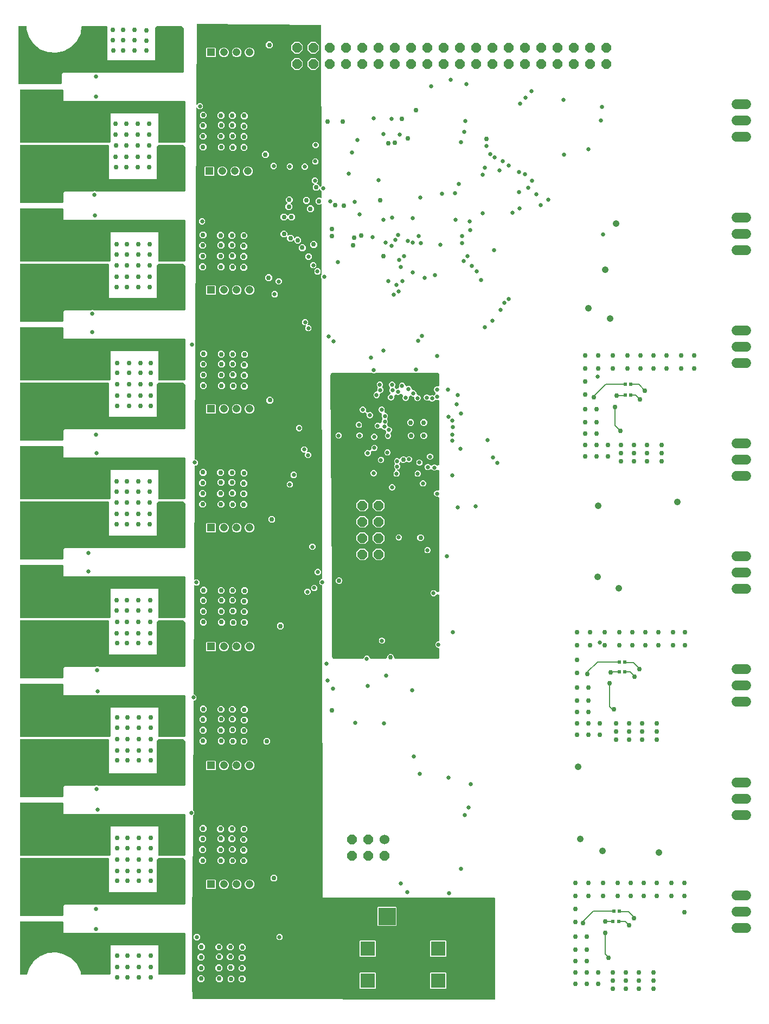
<source format=gbr>
G04 EAGLE Gerber RS-274X export*
G75*
%MOMM*%
%FSLAX34Y34*%
%LPD*%
%INBottom Copper*%
%IPPOS*%
%AMOC8*
5,1,8,0,0,1.08239X$1,22.5*%
G01*
%ADD10R,1.208000X1.208000*%
%ADD11C,1.208000*%
%ADD12R,0.500000X0.600000*%
%ADD13C,1.524000*%
%ADD14P,1.649562X8X202.500000*%
%ADD15C,1.524000*%
%ADD16R,2.700000X2.700000*%
%ADD17R,2.250000X2.250000*%
%ADD18R,2.550000X2.550000*%
%ADD19C,2.550000*%
%ADD20P,1.649562X8X292.500000*%
%ADD21C,0.660400*%
%ADD22C,0.756400*%
%ADD23C,1.056400*%
%ADD24C,0.203200*%
%ADD25C,0.152400*%

G36*
X852494Y-194806D02*
X852494Y-194806D01*
X852566Y-194804D01*
X852615Y-194786D01*
X852666Y-194778D01*
X852730Y-194744D01*
X852797Y-194719D01*
X852838Y-194687D01*
X852883Y-194663D01*
X852933Y-194611D01*
X852989Y-194566D01*
X853017Y-194522D01*
X853053Y-194485D01*
X853083Y-194419D01*
X853122Y-194359D01*
X853135Y-194309D01*
X853157Y-194262D01*
X853165Y-194190D01*
X853183Y-194120D01*
X853179Y-194069D01*
X853184Y-194017D01*
X853169Y-193947D01*
X853163Y-193875D01*
X853143Y-193828D01*
X853132Y-193777D01*
X853095Y-193715D01*
X853067Y-193649D01*
X853023Y-193593D01*
X853006Y-193566D01*
X852988Y-193550D01*
X852962Y-193518D01*
X852677Y-193233D01*
X852677Y-36576D01*
X852674Y-36557D01*
X852676Y-36538D01*
X852654Y-36436D01*
X852638Y-36333D01*
X852629Y-36316D01*
X852625Y-36298D01*
X852571Y-36208D01*
X852522Y-36116D01*
X852509Y-36103D01*
X852499Y-36086D01*
X852420Y-36018D01*
X852344Y-35947D01*
X852327Y-35938D01*
X852312Y-35926D01*
X852216Y-35887D01*
X852121Y-35843D01*
X852102Y-35841D01*
X852084Y-35834D01*
X851918Y-35815D01*
X583694Y-35237D01*
X582876Y451105D01*
X582873Y451124D01*
X582875Y451143D01*
X582853Y451245D01*
X582836Y451348D01*
X582827Y451365D01*
X582822Y451384D01*
X582769Y451473D01*
X582720Y451565D01*
X582706Y451578D01*
X582696Y451595D01*
X582617Y451663D01*
X582541Y451734D01*
X582524Y451742D01*
X582509Y451755D01*
X582413Y451794D01*
X582318Y451837D01*
X582299Y451840D01*
X582281Y451847D01*
X582114Y451865D01*
X581185Y451865D01*
X578357Y454693D01*
X578357Y458691D01*
X581185Y461519D01*
X582096Y461519D01*
X582116Y461522D01*
X582136Y461520D01*
X582237Y461542D01*
X582338Y461558D01*
X582357Y461568D01*
X582377Y461572D01*
X582465Y461626D01*
X582556Y461674D01*
X582570Y461688D01*
X582588Y461699D01*
X582654Y461777D01*
X582725Y461852D01*
X582734Y461871D01*
X582747Y461886D01*
X582786Y461982D01*
X582829Y462075D01*
X582831Y462095D01*
X582839Y462115D01*
X582857Y462281D01*
X582069Y930219D01*
X582055Y930308D01*
X582048Y930398D01*
X582035Y930429D01*
X582029Y930461D01*
X581987Y930541D01*
X581951Y930625D01*
X581925Y930657D01*
X581914Y930678D01*
X581891Y930700D01*
X581846Y930756D01*
X581405Y931197D01*
X581405Y935195D01*
X581836Y935626D01*
X581890Y935701D01*
X581950Y935771D01*
X581961Y935801D01*
X581980Y935826D01*
X582007Y935914D01*
X582041Y935999D01*
X582046Y936039D01*
X582052Y936061D01*
X582051Y936094D01*
X582059Y936166D01*
X581875Y1045454D01*
X581864Y1045524D01*
X581862Y1045595D01*
X581844Y1045645D01*
X581835Y1045697D01*
X581802Y1045759D01*
X581778Y1045826D01*
X581745Y1045867D01*
X581720Y1045914D01*
X581668Y1045963D01*
X581624Y1046018D01*
X581580Y1046047D01*
X581541Y1046083D01*
X581477Y1046113D01*
X581417Y1046151D01*
X581366Y1046164D01*
X581318Y1046186D01*
X581247Y1046194D01*
X581178Y1046211D01*
X581126Y1046207D01*
X581073Y1046213D01*
X581004Y1046198D01*
X580933Y1046192D01*
X580885Y1046172D01*
X580833Y1046160D01*
X580772Y1046124D01*
X580707Y1046096D01*
X580650Y1046050D01*
X580622Y1046034D01*
X580607Y1046016D01*
X580576Y1045991D01*
X580302Y1045717D01*
X575906Y1045717D01*
X572797Y1048826D01*
X572797Y1053222D01*
X575906Y1056331D01*
X580302Y1056331D01*
X580557Y1056076D01*
X580616Y1056034D01*
X580668Y1055984D01*
X580715Y1055962D01*
X580757Y1055932D01*
X580826Y1055911D01*
X580892Y1055881D01*
X580943Y1055875D01*
X580992Y1055860D01*
X581064Y1055862D01*
X581136Y1055854D01*
X581186Y1055865D01*
X581238Y1055866D01*
X581306Y1055891D01*
X581376Y1055906D01*
X581421Y1055933D01*
X581469Y1055951D01*
X581525Y1055996D01*
X581587Y1056033D01*
X581621Y1056072D01*
X581661Y1056104D01*
X581700Y1056165D01*
X581747Y1056220D01*
X581766Y1056268D01*
X581794Y1056311D01*
X581812Y1056381D01*
X581839Y1056449D01*
X581846Y1056519D01*
X581854Y1056550D01*
X581852Y1056573D01*
X581857Y1056615D01*
X581841Y1066083D01*
X581838Y1066101D01*
X581840Y1066117D01*
X581825Y1066185D01*
X581819Y1066263D01*
X581806Y1066293D01*
X581801Y1066326D01*
X581790Y1066345D01*
X581787Y1066358D01*
X581756Y1066410D01*
X581723Y1066489D01*
X581696Y1066522D01*
X581685Y1066543D01*
X581666Y1066561D01*
X581661Y1066569D01*
X581653Y1066576D01*
X581618Y1066620D01*
X579373Y1068865D01*
X579373Y1069141D01*
X579371Y1069153D01*
X579372Y1069162D01*
X579362Y1069210D01*
X579362Y1069211D01*
X579360Y1069283D01*
X579342Y1069332D01*
X579334Y1069383D01*
X579300Y1069447D01*
X579275Y1069514D01*
X579243Y1069555D01*
X579218Y1069601D01*
X579166Y1069650D01*
X579122Y1069706D01*
X579078Y1069734D01*
X579040Y1069770D01*
X578975Y1069800D01*
X578915Y1069839D01*
X578864Y1069852D01*
X578817Y1069874D01*
X578746Y1069882D01*
X578676Y1069899D01*
X578624Y1069895D01*
X578573Y1069901D01*
X578502Y1069886D01*
X578431Y1069880D01*
X578383Y1069860D01*
X578332Y1069849D01*
X578271Y1069812D01*
X578205Y1069784D01*
X578149Y1069739D01*
X578121Y1069722D01*
X578106Y1069705D01*
X578074Y1069679D01*
X575730Y1067335D01*
X571334Y1067335D01*
X568225Y1070444D01*
X568225Y1074840D01*
X570315Y1076930D01*
X570357Y1076988D01*
X570406Y1077040D01*
X570428Y1077087D01*
X570458Y1077129D01*
X570480Y1077198D01*
X570510Y1077263D01*
X570515Y1077315D01*
X570531Y1077365D01*
X570529Y1077436D01*
X570537Y1077507D01*
X570526Y1077558D01*
X570524Y1077610D01*
X570500Y1077678D01*
X570485Y1077748D01*
X570458Y1077793D01*
X570440Y1077841D01*
X570395Y1077897D01*
X570358Y1077959D01*
X570319Y1077993D01*
X570286Y1078033D01*
X570226Y1078072D01*
X570171Y1078119D01*
X570123Y1078138D01*
X570079Y1078166D01*
X570010Y1078184D01*
X569943Y1078211D01*
X569872Y1078219D01*
X569841Y1078227D01*
X569818Y1078225D01*
X569777Y1078229D01*
X569501Y1078229D01*
X566673Y1081057D01*
X566673Y1085055D01*
X569501Y1087883D01*
X573499Y1087883D01*
X576327Y1085055D01*
X576327Y1081057D01*
X574518Y1079248D01*
X574476Y1079190D01*
X574427Y1079138D01*
X574405Y1079091D01*
X574375Y1079049D01*
X574354Y1078980D01*
X574323Y1078915D01*
X574318Y1078863D01*
X574302Y1078813D01*
X574304Y1078742D01*
X574296Y1078671D01*
X574307Y1078620D01*
X574309Y1078568D01*
X574333Y1078500D01*
X574349Y1078430D01*
X574375Y1078385D01*
X574393Y1078337D01*
X574438Y1078281D01*
X574475Y1078219D01*
X574514Y1078185D01*
X574547Y1078145D01*
X574607Y1078106D01*
X574662Y1078059D01*
X574710Y1078040D01*
X574754Y1078012D01*
X574823Y1077994D01*
X574890Y1077967D01*
X574961Y1077959D01*
X574992Y1077951D01*
X575016Y1077953D01*
X575057Y1077949D01*
X575730Y1077949D01*
X578839Y1074840D01*
X578839Y1074167D01*
X578850Y1074096D01*
X578852Y1074024D01*
X578870Y1073975D01*
X578878Y1073924D01*
X578912Y1073861D01*
X578937Y1073793D01*
X578969Y1073752D01*
X578994Y1073706D01*
X579045Y1073657D01*
X579090Y1073601D01*
X579134Y1073573D01*
X579172Y1073537D01*
X579237Y1073507D01*
X579297Y1073468D01*
X579348Y1073455D01*
X579395Y1073433D01*
X579466Y1073426D01*
X579536Y1073408D01*
X579588Y1073412D01*
X579639Y1073406D01*
X579710Y1073422D01*
X579781Y1073427D01*
X579829Y1073448D01*
X579880Y1073459D01*
X579941Y1073495D01*
X580007Y1073523D01*
X580063Y1073568D01*
X580091Y1073585D01*
X580106Y1073603D01*
X580138Y1073628D01*
X581602Y1075092D01*
X581655Y1075166D01*
X581715Y1075236D01*
X581727Y1075266D01*
X581745Y1075292D01*
X581772Y1075379D01*
X581807Y1075465D01*
X581811Y1075505D01*
X581818Y1075527D01*
X581817Y1075559D01*
X581825Y1075631D01*
X581405Y1324865D01*
X581403Y1324881D01*
X581405Y1324897D01*
X581383Y1325002D01*
X581365Y1325108D01*
X581358Y1325122D01*
X581354Y1325138D01*
X581300Y1325231D01*
X581250Y1325325D01*
X581238Y1325336D01*
X581230Y1325350D01*
X581149Y1325420D01*
X581071Y1325494D01*
X581056Y1325501D01*
X581044Y1325512D01*
X580945Y1325553D01*
X580848Y1325597D01*
X580832Y1325599D01*
X580817Y1325605D01*
X580650Y1325625D01*
X387598Y1327149D01*
X387577Y1327146D01*
X387556Y1327148D01*
X387456Y1327127D01*
X387355Y1327111D01*
X387336Y1327102D01*
X387315Y1327097D01*
X387227Y1327045D01*
X387136Y1326998D01*
X387122Y1326983D01*
X387104Y1326972D01*
X387037Y1326894D01*
X386966Y1326821D01*
X386957Y1326802D01*
X386943Y1326786D01*
X386904Y1326691D01*
X386860Y1326599D01*
X386858Y1326578D01*
X386850Y1326558D01*
X386830Y1326391D01*
X386232Y1202111D01*
X386243Y1202039D01*
X386245Y1201965D01*
X386262Y1201918D01*
X386270Y1201868D01*
X386304Y1201803D01*
X386330Y1201734D01*
X386361Y1201695D01*
X386384Y1201650D01*
X386437Y1201599D01*
X386483Y1201542D01*
X386526Y1201515D01*
X386562Y1201480D01*
X386628Y1201449D01*
X386690Y1201409D01*
X386739Y1201397D01*
X386784Y1201375D01*
X386857Y1201367D01*
X386929Y1201349D01*
X386979Y1201353D01*
X387029Y1201347D01*
X387101Y1201362D01*
X387174Y1201368D01*
X387220Y1201388D01*
X387269Y1201398D01*
X387333Y1201436D01*
X387400Y1201464D01*
X387454Y1201507D01*
X387481Y1201523D01*
X387497Y1201542D01*
X387531Y1201569D01*
X389923Y1203961D01*
X393921Y1203961D01*
X396749Y1201133D01*
X396749Y1197135D01*
X393921Y1194307D01*
X389923Y1194307D01*
X387503Y1196727D01*
X387446Y1196768D01*
X387395Y1196816D01*
X387347Y1196839D01*
X387303Y1196871D01*
X387236Y1196891D01*
X387173Y1196921D01*
X387119Y1196927D01*
X387068Y1196943D01*
X386998Y1196941D01*
X386929Y1196949D01*
X386876Y1196938D01*
X386822Y1196937D01*
X386756Y1196913D01*
X386688Y1196898D01*
X386642Y1196871D01*
X386591Y1196852D01*
X386536Y1196809D01*
X386476Y1196773D01*
X386441Y1196732D01*
X386399Y1196699D01*
X386361Y1196640D01*
X386315Y1196587D01*
X386295Y1196537D01*
X386266Y1196492D01*
X386249Y1196424D01*
X386222Y1196359D01*
X386214Y1196285D01*
X386206Y1196253D01*
X386208Y1196231D01*
X386203Y1196193D01*
X383565Y648720D01*
X383569Y648698D01*
X383567Y648677D01*
X383588Y648577D01*
X383604Y648477D01*
X383614Y648457D01*
X383619Y648436D01*
X383671Y648349D01*
X383718Y648259D01*
X383734Y648244D01*
X383745Y648225D01*
X383822Y648159D01*
X383896Y648089D01*
X383915Y648079D01*
X383932Y648065D01*
X384027Y648027D01*
X384118Y647984D01*
X384140Y647981D01*
X384160Y647973D01*
X384327Y647955D01*
X386047Y647955D01*
X388875Y645127D01*
X388875Y641129D01*
X386047Y638301D01*
X384273Y638301D01*
X384255Y638298D01*
X384237Y638300D01*
X384134Y638278D01*
X384030Y638262D01*
X384014Y638253D01*
X383996Y638249D01*
X383906Y638196D01*
X383813Y638146D01*
X383800Y638133D01*
X383785Y638124D01*
X383716Y638044D01*
X383643Y637968D01*
X383636Y637952D01*
X383624Y637938D01*
X383584Y637840D01*
X383540Y637745D01*
X383538Y637727D01*
X383531Y637710D01*
X383512Y637544D01*
X382659Y460669D01*
X382671Y460596D01*
X382673Y460523D01*
X382690Y460476D01*
X382698Y460426D01*
X382732Y460361D01*
X382757Y460292D01*
X382789Y460253D01*
X382812Y460208D01*
X382865Y460157D01*
X382911Y460100D01*
X382953Y460073D01*
X382990Y460038D01*
X383056Y460007D01*
X383118Y459967D01*
X383167Y459955D01*
X383212Y459933D01*
X383285Y459925D01*
X383357Y459907D01*
X383407Y459911D01*
X383457Y459905D01*
X383529Y459920D01*
X383602Y459926D01*
X383648Y459946D01*
X383697Y459956D01*
X383761Y459993D01*
X383828Y460022D01*
X383882Y460065D01*
X383909Y460081D01*
X383925Y460100D01*
X383959Y460127D01*
X384589Y460757D01*
X388587Y460757D01*
X391415Y457929D01*
X391415Y453931D01*
X388587Y451103D01*
X384589Y451103D01*
X383914Y451778D01*
X383857Y451819D01*
X383806Y451867D01*
X383758Y451890D01*
X383714Y451922D01*
X383647Y451942D01*
X383584Y451972D01*
X383530Y451978D01*
X383479Y451994D01*
X383409Y451992D01*
X383340Y452000D01*
X383287Y451989D01*
X383233Y451988D01*
X383167Y451964D01*
X383099Y451949D01*
X383053Y451922D01*
X383002Y451903D01*
X382947Y451860D01*
X382887Y451824D01*
X382852Y451783D01*
X382810Y451750D01*
X382772Y451691D01*
X382726Y451638D01*
X382706Y451588D01*
X382677Y451543D01*
X382660Y451475D01*
X382633Y451410D01*
X382625Y451336D01*
X382617Y451304D01*
X382619Y451282D01*
X382614Y451244D01*
X381800Y282198D01*
X381803Y282176D01*
X381801Y282155D01*
X381822Y282055D01*
X381838Y281955D01*
X381848Y281935D01*
X381853Y281914D01*
X381905Y281827D01*
X381952Y281737D01*
X381968Y281722D01*
X381979Y281703D01*
X382056Y281637D01*
X382130Y281567D01*
X382149Y281557D01*
X382166Y281543D01*
X382261Y281505D01*
X382352Y281462D01*
X382374Y281459D01*
X382394Y281451D01*
X382561Y281433D01*
X383761Y281433D01*
X386589Y278605D01*
X386589Y274607D01*
X383761Y271779D01*
X382507Y271779D01*
X382489Y271776D01*
X382471Y271778D01*
X382368Y271756D01*
X382264Y271740D01*
X382248Y271731D01*
X382231Y271727D01*
X382140Y271674D01*
X382047Y271624D01*
X382034Y271611D01*
X382019Y271602D01*
X381950Y271522D01*
X381878Y271446D01*
X381870Y271430D01*
X381858Y271416D01*
X381818Y271318D01*
X381774Y271223D01*
X381772Y271205D01*
X381765Y271188D01*
X381746Y271022D01*
X380928Y101197D01*
X380942Y101105D01*
X380949Y101013D01*
X380961Y100985D01*
X380966Y100955D01*
X381009Y100872D01*
X381046Y100786D01*
X381070Y100756D01*
X381080Y100737D01*
X381104Y100714D01*
X381151Y100655D01*
X383287Y98519D01*
X383287Y94521D01*
X381105Y92339D01*
X381053Y92267D01*
X380995Y92199D01*
X380982Y92167D01*
X380962Y92140D01*
X380936Y92054D01*
X380902Y91971D01*
X380897Y91928D01*
X380889Y91904D01*
X380890Y91873D01*
X380882Y91805D01*
X380272Y-34835D01*
X380251Y-34838D01*
X380231Y-34848D01*
X380210Y-34853D01*
X380123Y-34905D01*
X380033Y-34953D01*
X380018Y-34968D01*
X379999Y-34980D01*
X379934Y-35057D01*
X379863Y-35131D01*
X379854Y-35151D01*
X379840Y-35167D01*
X379802Y-35261D01*
X379759Y-35353D01*
X379757Y-35375D01*
X379749Y-35396D01*
X379731Y-35562D01*
X379946Y-102526D01*
X379561Y-182368D01*
X379565Y-182391D01*
X379563Y-182413D01*
X379584Y-182512D01*
X379600Y-182611D01*
X379611Y-182631D01*
X379615Y-182654D01*
X379667Y-182740D01*
X379714Y-182829D01*
X379730Y-182845D01*
X379742Y-182864D01*
X379819Y-182930D01*
X379892Y-182999D01*
X379912Y-183009D01*
X379929Y-183024D01*
X380023Y-183061D01*
X380114Y-183104D01*
X380137Y-183107D01*
X380158Y-183115D01*
X380205Y-183120D01*
X380239Y-193550D01*
X380242Y-193568D01*
X380240Y-193587D01*
X380262Y-193690D01*
X380279Y-193793D01*
X380288Y-193809D01*
X380292Y-193827D01*
X380346Y-193917D01*
X380395Y-194010D01*
X380408Y-194023D01*
X380418Y-194038D01*
X380497Y-194107D01*
X380574Y-194179D01*
X380591Y-194187D01*
X380604Y-194198D01*
X380702Y-194238D01*
X380797Y-194282D01*
X380816Y-194284D01*
X380832Y-194291D01*
X380999Y-194309D01*
X852423Y-194817D01*
X852494Y-194806D01*
G37*
G36*
X763091Y336831D02*
X763091Y336831D01*
X763168Y336829D01*
X763337Y336851D01*
X763506Y336865D01*
X763581Y336883D01*
X763657Y336893D01*
X763820Y336943D01*
X763985Y336983D01*
X764056Y337014D01*
X764130Y337036D01*
X764282Y337111D01*
X764438Y337178D01*
X764503Y337219D01*
X764573Y337253D01*
X764711Y337351D01*
X764855Y337442D01*
X764912Y337494D01*
X764975Y337538D01*
X765096Y337658D01*
X765223Y337771D01*
X765271Y337831D01*
X765326Y337885D01*
X765426Y338022D01*
X765533Y338155D01*
X765571Y338222D01*
X765616Y338284D01*
X765693Y338435D01*
X765777Y338583D01*
X765804Y338655D01*
X765839Y338724D01*
X765890Y338886D01*
X765949Y339046D01*
X765964Y339121D01*
X765987Y339195D01*
X765999Y339299D01*
X766044Y339530D01*
X766051Y339768D01*
X766063Y339872D01*
X766063Y351282D01*
X766057Y351358D01*
X766059Y351434D01*
X766037Y351603D01*
X766023Y351774D01*
X766005Y351848D01*
X765995Y351923D01*
X765946Y352087D01*
X765905Y352253D01*
X765875Y352322D01*
X765853Y352396D01*
X765777Y352549D01*
X765710Y352706D01*
X765669Y352770D01*
X765636Y352839D01*
X765537Y352978D01*
X765445Y353122D01*
X765394Y353179D01*
X765350Y353241D01*
X765230Y353362D01*
X765116Y353490D01*
X765057Y353538D01*
X765003Y353592D01*
X764865Y353693D01*
X764732Y353800D01*
X764666Y353837D01*
X764605Y353882D01*
X764452Y353959D01*
X764304Y354044D01*
X764232Y354070D01*
X764164Y354105D01*
X764001Y354156D01*
X763841Y354215D01*
X763766Y354230D01*
X763694Y354253D01*
X763589Y354265D01*
X763386Y354305D01*
X761552Y355064D01*
X760194Y356422D01*
X759459Y358196D01*
X759459Y360116D01*
X760194Y361890D01*
X761552Y363248D01*
X763401Y364014D01*
X763508Y364023D01*
X763582Y364041D01*
X763657Y364051D01*
X763821Y364100D01*
X763987Y364141D01*
X764056Y364171D01*
X764130Y364193D01*
X764283Y364269D01*
X764440Y364336D01*
X764504Y364377D01*
X764573Y364410D01*
X764712Y364509D01*
X764856Y364601D01*
X764913Y364652D01*
X764975Y364696D01*
X765096Y364816D01*
X765224Y364930D01*
X765272Y364989D01*
X765326Y365043D01*
X765427Y365181D01*
X765534Y365314D01*
X765571Y365380D01*
X765616Y365441D01*
X765693Y365594D01*
X765778Y365742D01*
X765804Y365814D01*
X765839Y365882D01*
X765890Y366045D01*
X765949Y366205D01*
X765964Y366280D01*
X765987Y366352D01*
X765999Y366457D01*
X766044Y366689D01*
X766051Y366925D01*
X766063Y367030D01*
X766063Y434381D01*
X766060Y434418D01*
X766062Y434457D01*
X766059Y434485D01*
X766059Y434489D01*
X766056Y434514D01*
X766040Y434664D01*
X766023Y434872D01*
X766014Y434909D01*
X766010Y434947D01*
X765955Y435148D01*
X765905Y435351D01*
X765890Y435386D01*
X765879Y435423D01*
X765792Y435613D01*
X765710Y435804D01*
X765690Y435837D01*
X765674Y435871D01*
X765557Y436045D01*
X765445Y436221D01*
X765420Y436249D01*
X765398Y436281D01*
X765255Y436433D01*
X765116Y436588D01*
X765087Y436612D01*
X765061Y436640D01*
X764895Y436767D01*
X764732Y436898D01*
X764699Y436917D01*
X764669Y436940D01*
X764485Y437039D01*
X764304Y437142D01*
X764268Y437156D01*
X764234Y437174D01*
X764037Y437241D01*
X763841Y437314D01*
X763804Y437321D01*
X763768Y437334D01*
X763561Y437369D01*
X763357Y437409D01*
X763319Y437410D01*
X763281Y437416D01*
X763072Y437417D01*
X762864Y437424D01*
X762826Y437419D01*
X762788Y437419D01*
X762581Y437387D01*
X762375Y437360D01*
X762338Y437349D01*
X762301Y437343D01*
X762102Y437277D01*
X761903Y437217D01*
X761868Y437200D01*
X761832Y437188D01*
X761647Y437092D01*
X761459Y437000D01*
X761428Y436978D01*
X761394Y436961D01*
X761322Y436902D01*
X761057Y436715D01*
X760935Y436594D01*
X760861Y436535D01*
X759400Y435074D01*
X757626Y434339D01*
X755706Y434339D01*
X753932Y435074D01*
X752574Y436432D01*
X751839Y438206D01*
X751839Y440126D01*
X752574Y441900D01*
X753932Y443258D01*
X755706Y443993D01*
X757626Y443993D01*
X759400Y443258D01*
X760861Y441797D01*
X760890Y441772D01*
X760916Y441744D01*
X761078Y441613D01*
X761237Y441477D01*
X761270Y441458D01*
X761300Y441434D01*
X761480Y441331D01*
X761660Y441223D01*
X761695Y441208D01*
X761728Y441190D01*
X761924Y441117D01*
X762118Y441040D01*
X762155Y441031D01*
X762191Y441018D01*
X762396Y440978D01*
X762600Y440933D01*
X762638Y440931D01*
X762675Y440923D01*
X762883Y440917D01*
X763092Y440905D01*
X763130Y440909D01*
X763168Y440908D01*
X763375Y440935D01*
X763583Y440957D01*
X763619Y440967D01*
X763657Y440972D01*
X763857Y441033D01*
X764058Y441088D01*
X764093Y441104D01*
X764130Y441115D01*
X764317Y441207D01*
X764507Y441294D01*
X764539Y441315D01*
X764573Y441332D01*
X764743Y441453D01*
X764916Y441569D01*
X764944Y441595D01*
X764975Y441617D01*
X765124Y441764D01*
X765276Y441907D01*
X765299Y441937D01*
X765326Y441964D01*
X765449Y442133D01*
X765576Y442298D01*
X765594Y442332D01*
X765616Y442363D01*
X765710Y442549D01*
X765809Y442733D01*
X765821Y442769D01*
X765839Y442803D01*
X765901Y443002D01*
X765969Y443200D01*
X765975Y443237D01*
X765987Y443274D01*
X765997Y443366D01*
X766052Y443686D01*
X766053Y443858D01*
X766063Y443951D01*
X766063Y586740D01*
X766058Y586805D01*
X766059Y586852D01*
X766058Y586860D01*
X766059Y586892D01*
X766037Y587061D01*
X766023Y587232D01*
X766005Y587306D01*
X765995Y587381D01*
X765946Y587545D01*
X765905Y587711D01*
X765875Y587780D01*
X765853Y587854D01*
X765777Y588007D01*
X765710Y588164D01*
X765669Y588228D01*
X765636Y588297D01*
X765537Y588436D01*
X765445Y588580D01*
X765394Y588637D01*
X765350Y588699D01*
X765230Y588820D01*
X765116Y588948D01*
X765057Y588996D01*
X765003Y589050D01*
X764865Y589151D01*
X764732Y589258D01*
X764666Y589295D01*
X764605Y589340D01*
X764452Y589417D01*
X764304Y589502D01*
X764232Y589528D01*
X764164Y589563D01*
X764001Y589614D01*
X763841Y589673D01*
X763766Y589688D01*
X763694Y589711D01*
X763589Y589723D01*
X763357Y589768D01*
X763121Y589775D01*
X763016Y589787D01*
X761294Y589787D01*
X759520Y590522D01*
X758162Y591880D01*
X757427Y593654D01*
X757427Y595574D01*
X758162Y597348D01*
X759520Y598706D01*
X761294Y599441D01*
X763016Y599441D01*
X763092Y599447D01*
X763168Y599445D01*
X763337Y599467D01*
X763508Y599481D01*
X763582Y599499D01*
X763657Y599509D01*
X763821Y599558D01*
X763987Y599599D01*
X764056Y599629D01*
X764130Y599651D01*
X764283Y599727D01*
X764440Y599794D01*
X764504Y599835D01*
X764573Y599868D01*
X764712Y599967D01*
X764856Y600059D01*
X764913Y600110D01*
X764975Y600154D01*
X765096Y600274D01*
X765224Y600388D01*
X765272Y600447D01*
X765326Y600501D01*
X765427Y600639D01*
X765534Y600772D01*
X765571Y600838D01*
X765616Y600899D01*
X765693Y601052D01*
X765778Y601200D01*
X765804Y601272D01*
X765839Y601340D01*
X765890Y601503D01*
X765949Y601663D01*
X765964Y601738D01*
X765987Y601810D01*
X765999Y601915D01*
X766044Y602147D01*
X766051Y602383D01*
X766063Y602488D01*
X766063Y628945D01*
X766060Y628982D01*
X766062Y629021D01*
X766040Y629228D01*
X766023Y629436D01*
X766014Y629473D01*
X766010Y629511D01*
X765955Y629712D01*
X765905Y629915D01*
X765890Y629950D01*
X765879Y629987D01*
X765792Y630177D01*
X765710Y630368D01*
X765690Y630401D01*
X765674Y630435D01*
X765557Y630609D01*
X765445Y630785D01*
X765420Y630813D01*
X765398Y630845D01*
X765255Y630997D01*
X765116Y631152D01*
X765087Y631176D01*
X765061Y631204D01*
X764895Y631331D01*
X764732Y631462D01*
X764699Y631481D01*
X764669Y631504D01*
X764485Y631603D01*
X764304Y631706D01*
X764268Y631720D01*
X764234Y631738D01*
X764037Y631805D01*
X763841Y631878D01*
X763804Y631885D01*
X763768Y631898D01*
X763561Y631933D01*
X763357Y631973D01*
X763319Y631974D01*
X763281Y631980D01*
X763072Y631981D01*
X762864Y631988D01*
X762826Y631983D01*
X762788Y631983D01*
X762581Y631951D01*
X762375Y631924D01*
X762338Y631913D01*
X762301Y631907D01*
X762102Y631841D01*
X761903Y631781D01*
X761868Y631764D01*
X761832Y631752D01*
X761647Y631656D01*
X761459Y631564D01*
X761428Y631542D01*
X761394Y631525D01*
X761322Y631466D01*
X761057Y631279D01*
X760950Y631173D01*
X759150Y630427D01*
X757230Y630427D01*
X755456Y631162D01*
X754757Y631861D01*
X754699Y631911D01*
X754646Y631966D01*
X754511Y632070D01*
X754381Y632181D01*
X754316Y632220D01*
X754255Y632266D01*
X754105Y632347D01*
X753958Y632435D01*
X753887Y632464D01*
X753820Y632500D01*
X753659Y632555D01*
X753500Y632618D01*
X753426Y632635D01*
X753354Y632660D01*
X753185Y632688D01*
X753018Y632725D01*
X752942Y632729D01*
X752867Y632742D01*
X752697Y632743D01*
X752526Y632753D01*
X752450Y632745D01*
X752374Y632745D01*
X752205Y632719D01*
X752035Y632701D01*
X751962Y632680D01*
X751886Y632669D01*
X751724Y632615D01*
X751560Y632570D01*
X751490Y632538D01*
X751418Y632514D01*
X751267Y632435D01*
X751111Y632364D01*
X751048Y632322D01*
X750980Y632286D01*
X750898Y632221D01*
X750702Y632089D01*
X750540Y631936D01*
X748736Y631189D01*
X746816Y631189D01*
X745042Y631924D01*
X743742Y633224D01*
X743684Y633282D01*
X742949Y635056D01*
X742949Y638015D01*
X743742Y638808D01*
X743795Y638882D01*
X743855Y638952D01*
X743867Y638982D01*
X743886Y639008D01*
X743913Y639095D01*
X743943Y639171D01*
X743999Y639198D01*
X744030Y639220D01*
X744064Y639237D01*
X744136Y639295D01*
X744401Y639483D01*
X744523Y639604D01*
X744597Y639663D01*
X745042Y640108D01*
X746816Y640843D01*
X748736Y640843D01*
X750510Y640108D01*
X751209Y639409D01*
X751267Y639360D01*
X751319Y639304D01*
X751455Y639200D01*
X751585Y639089D01*
X751650Y639050D01*
X751711Y639004D01*
X751861Y638923D01*
X752008Y638835D01*
X752079Y638806D01*
X752146Y638770D01*
X752307Y638715D01*
X752466Y638652D01*
X752540Y638635D01*
X752612Y638610D01*
X752781Y638582D01*
X752947Y638545D01*
X753024Y638541D01*
X753099Y638528D01*
X753269Y638527D01*
X753440Y638517D01*
X753516Y638525D01*
X753592Y638525D01*
X753761Y638551D01*
X753931Y638569D01*
X754004Y638590D01*
X754079Y638601D01*
X754242Y638655D01*
X754406Y638700D01*
X754475Y638732D01*
X754548Y638756D01*
X754700Y638835D01*
X754855Y638906D01*
X754918Y638948D01*
X754986Y638983D01*
X755068Y639049D01*
X755264Y639181D01*
X755426Y639334D01*
X757230Y640081D01*
X759150Y640081D01*
X760932Y639343D01*
X761078Y639225D01*
X761237Y639089D01*
X761270Y639070D01*
X761300Y639046D01*
X761480Y638943D01*
X761660Y638835D01*
X761695Y638820D01*
X761728Y638802D01*
X761924Y638729D01*
X762118Y638652D01*
X762155Y638643D01*
X762191Y638630D01*
X762396Y638590D01*
X762600Y638545D01*
X762638Y638543D01*
X762675Y638535D01*
X762883Y638529D01*
X763092Y638517D01*
X763130Y638521D01*
X763168Y638520D01*
X763375Y638547D01*
X763583Y638569D01*
X763619Y638579D01*
X763657Y638584D01*
X763857Y638645D01*
X764058Y638700D01*
X764093Y638716D01*
X764130Y638727D01*
X764317Y638819D01*
X764507Y638906D01*
X764539Y638927D01*
X764573Y638944D01*
X764743Y639065D01*
X764916Y639181D01*
X764944Y639207D01*
X764975Y639229D01*
X765124Y639376D01*
X765276Y639519D01*
X765299Y639549D01*
X765326Y639576D01*
X765449Y639745D01*
X765576Y639910D01*
X765594Y639944D01*
X765616Y639975D01*
X765710Y640161D01*
X765809Y640345D01*
X765821Y640381D01*
X765839Y640415D01*
X765901Y640614D01*
X765969Y640812D01*
X765975Y640849D01*
X765987Y640886D01*
X765997Y640978D01*
X766052Y641298D01*
X766053Y641470D01*
X766063Y641563D01*
X766063Y737870D01*
X766057Y737946D01*
X766059Y738022D01*
X766037Y738191D01*
X766023Y738362D01*
X766005Y738436D01*
X765995Y738511D01*
X765946Y738675D01*
X765905Y738841D01*
X765875Y738910D01*
X765853Y738984D01*
X765777Y739137D01*
X765710Y739294D01*
X765669Y739358D01*
X765636Y739427D01*
X765537Y739566D01*
X765445Y739710D01*
X765394Y739767D01*
X765350Y739829D01*
X765230Y739950D01*
X765116Y740078D01*
X765057Y740126D01*
X765003Y740180D01*
X764865Y740281D01*
X764732Y740388D01*
X764666Y740425D01*
X764605Y740470D01*
X764452Y740547D01*
X764304Y740632D01*
X764232Y740658D01*
X764164Y740693D01*
X764001Y740744D01*
X763841Y740803D01*
X763766Y740818D01*
X763694Y740841D01*
X763589Y740853D01*
X763357Y740898D01*
X763121Y740905D01*
X763016Y740917D01*
X761542Y740917D01*
X761363Y740975D01*
X761156Y741046D01*
X761128Y741051D01*
X761101Y741059D01*
X760886Y741092D01*
X760670Y741128D01*
X760641Y741129D01*
X760613Y741133D01*
X760395Y741130D01*
X760176Y741131D01*
X760148Y741127D01*
X760120Y741127D01*
X759905Y741089D01*
X759689Y741055D01*
X759662Y741046D01*
X759634Y741041D01*
X759428Y740969D01*
X759220Y740901D01*
X759195Y740887D01*
X759168Y740878D01*
X758977Y740774D01*
X758783Y740673D01*
X758764Y740658D01*
X758735Y740642D01*
X758345Y740339D01*
X758291Y740280D01*
X758249Y740247D01*
X757114Y739112D01*
X755340Y738377D01*
X753420Y738377D01*
X751646Y739112D01*
X751388Y739370D01*
X751223Y739511D01*
X751058Y739656D01*
X751034Y739671D01*
X751012Y739689D01*
X750825Y739802D01*
X750640Y739918D01*
X750614Y739929D01*
X750590Y739944D01*
X750386Y740025D01*
X750186Y740110D01*
X750158Y740116D01*
X750132Y740127D01*
X749919Y740174D01*
X749706Y740225D01*
X749678Y740227D01*
X749650Y740234D01*
X749432Y740246D01*
X749214Y740262D01*
X749186Y740260D01*
X749157Y740261D01*
X748940Y740238D01*
X748723Y740219D01*
X748700Y740213D01*
X748667Y740209D01*
X748191Y740078D01*
X748118Y740045D01*
X748067Y740030D01*
X747212Y739676D01*
X745292Y739676D01*
X743518Y740411D01*
X742160Y741768D01*
X741865Y742481D01*
X741848Y742515D01*
X741835Y742551D01*
X741735Y742734D01*
X741640Y742920D01*
X741617Y742951D01*
X741599Y742984D01*
X741471Y743149D01*
X741347Y743317D01*
X741320Y743344D01*
X741296Y743374D01*
X741144Y743515D01*
X740994Y743661D01*
X740963Y743683D01*
X740935Y743709D01*
X740761Y743825D01*
X740590Y743944D01*
X740555Y743961D01*
X740524Y743982D01*
X740333Y744068D01*
X740145Y744158D01*
X740109Y744169D01*
X740090Y744177D01*
X740096Y744180D01*
X740274Y744289D01*
X740455Y744393D01*
X740484Y744417D01*
X740517Y744437D01*
X740675Y744574D01*
X740836Y744705D01*
X740862Y744734D01*
X740891Y744759D01*
X741025Y744919D01*
X741163Y745075D01*
X741183Y745108D01*
X741208Y745137D01*
X741253Y745218D01*
X741425Y745493D01*
X741492Y745652D01*
X741538Y745734D01*
X742160Y747237D01*
X743518Y748595D01*
X745292Y749329D01*
X747212Y749329D01*
X748986Y748595D01*
X749244Y748337D01*
X749409Y748196D01*
X749574Y748051D01*
X749598Y748036D01*
X749620Y748018D01*
X749807Y747905D01*
X749992Y747789D01*
X750018Y747778D01*
X750042Y747763D01*
X750246Y747682D01*
X750446Y747597D01*
X750474Y747590D01*
X750500Y747580D01*
X750713Y747533D01*
X750926Y747481D01*
X750954Y747479D01*
X750982Y747473D01*
X751200Y747461D01*
X751418Y747445D01*
X751446Y747447D01*
X751475Y747445D01*
X751692Y747469D01*
X751909Y747488D01*
X751932Y747494D01*
X751965Y747498D01*
X752441Y747628D01*
X752514Y747662D01*
X752565Y747676D01*
X753420Y748031D01*
X755346Y748031D01*
X755526Y747973D01*
X755732Y747902D01*
X755760Y747897D01*
X755787Y747889D01*
X756004Y747856D01*
X756219Y747820D01*
X756247Y747819D01*
X756275Y747815D01*
X756494Y747818D01*
X756712Y747817D01*
X756740Y747821D01*
X756768Y747821D01*
X756984Y747859D01*
X757199Y747893D01*
X757226Y747902D01*
X757254Y747907D01*
X757461Y747979D01*
X757668Y748048D01*
X757693Y748061D01*
X757720Y748070D01*
X757912Y748174D01*
X758106Y748275D01*
X758124Y748290D01*
X758153Y748306D01*
X758543Y748609D01*
X758597Y748668D01*
X758639Y748701D01*
X758861Y748923D01*
X758911Y748981D01*
X758966Y749034D01*
X759070Y749169D01*
X759181Y749299D01*
X759220Y749365D01*
X759266Y749425D01*
X759347Y749575D01*
X759435Y749722D01*
X759464Y749793D01*
X759500Y749860D01*
X759555Y750021D01*
X759618Y750180D01*
X759635Y750254D01*
X759660Y750326D01*
X759688Y750495D01*
X759725Y750662D01*
X759729Y750738D01*
X759742Y750813D01*
X759743Y750984D01*
X759753Y751154D01*
X759745Y751230D01*
X759745Y751306D01*
X759719Y751475D01*
X759701Y751645D01*
X759680Y751718D01*
X759669Y751793D01*
X759615Y751956D01*
X759570Y752121D01*
X759538Y752190D01*
X759514Y752262D01*
X759435Y752414D01*
X759364Y752569D01*
X759322Y752632D01*
X759286Y752700D01*
X759221Y752782D01*
X759089Y752978D01*
X758927Y753150D01*
X758861Y753233D01*
X757908Y754186D01*
X757173Y755960D01*
X757173Y757880D01*
X757908Y759654D01*
X759266Y761012D01*
X761040Y761747D01*
X763016Y761747D01*
X763092Y761753D01*
X763168Y761751D01*
X763337Y761773D01*
X763508Y761787D01*
X763582Y761805D01*
X763657Y761815D01*
X763821Y761864D01*
X763987Y761905D01*
X764056Y761935D01*
X764130Y761957D01*
X764283Y762033D01*
X764440Y762100D01*
X764504Y762141D01*
X764573Y762174D01*
X764712Y762273D01*
X764856Y762365D01*
X764913Y762416D01*
X764975Y762460D01*
X765096Y762580D01*
X765224Y762694D01*
X765272Y762753D01*
X765326Y762807D01*
X765427Y762945D01*
X765534Y763078D01*
X765571Y763144D01*
X765616Y763205D01*
X765693Y763358D01*
X765778Y763506D01*
X765804Y763578D01*
X765839Y763646D01*
X765890Y763809D01*
X765949Y763969D01*
X765964Y764044D01*
X765987Y764116D01*
X765999Y764221D01*
X766044Y764453D01*
X766051Y764689D01*
X766063Y764794D01*
X766063Y779780D01*
X766057Y779856D01*
X766059Y779932D01*
X766037Y780101D01*
X766023Y780272D01*
X766005Y780346D01*
X765995Y780421D01*
X765946Y780585D01*
X765905Y780751D01*
X765875Y780820D01*
X765853Y780894D01*
X765777Y781047D01*
X765710Y781204D01*
X765669Y781268D01*
X765636Y781337D01*
X765537Y781476D01*
X765445Y781620D01*
X765394Y781677D01*
X765350Y781739D01*
X765230Y781860D01*
X765116Y781988D01*
X765057Y782036D01*
X765003Y782090D01*
X764865Y782191D01*
X764732Y782298D01*
X764666Y782335D01*
X764605Y782380D01*
X764452Y782457D01*
X764304Y782542D01*
X764232Y782568D01*
X764164Y782603D01*
X764001Y782654D01*
X763841Y782713D01*
X763766Y782728D01*
X763694Y782751D01*
X763589Y782763D01*
X763357Y782808D01*
X763121Y782815D01*
X763016Y782827D01*
X665987Y782827D01*
X665977Y782826D01*
X665967Y782827D01*
X665731Y782806D01*
X665495Y782787D01*
X665485Y782785D01*
X665476Y782784D01*
X665437Y782773D01*
X665016Y782669D01*
X664896Y782617D01*
X664820Y782595D01*
X664154Y782319D01*
X662234Y782319D01*
X661568Y782595D01*
X661558Y782598D01*
X661550Y782603D01*
X661325Y782674D01*
X661098Y782747D01*
X661088Y782748D01*
X661079Y782751D01*
X661039Y782755D01*
X660610Y782820D01*
X660479Y782818D01*
X660401Y782827D01*
X598888Y782827D01*
X598804Y782820D01*
X598719Y782823D01*
X598558Y782800D01*
X598397Y782787D01*
X598314Y782767D01*
X598230Y782755D01*
X598075Y782708D01*
X597918Y782669D01*
X597840Y782635D01*
X597759Y782610D01*
X597613Y782538D01*
X597464Y782474D01*
X597393Y782428D01*
X597317Y782391D01*
X597185Y782296D01*
X597048Y782209D01*
X596985Y782152D01*
X596916Y782103D01*
X596801Y781988D01*
X596680Y781880D01*
X596627Y781814D01*
X596567Y781754D01*
X596472Y781622D01*
X596371Y781496D01*
X596329Y781423D01*
X596279Y781354D01*
X596207Y781209D01*
X596127Y781068D01*
X596097Y780988D01*
X596059Y780912D01*
X596011Y780757D01*
X595955Y780605D01*
X595939Y780522D01*
X595914Y780441D01*
X595902Y780337D01*
X595860Y780121D01*
X595852Y779867D01*
X595841Y779762D01*
X597691Y458691D01*
X597696Y458626D01*
X597695Y458563D01*
X597715Y458404D01*
X597731Y458217D01*
X597733Y458208D01*
X597734Y458199D01*
X597752Y458127D01*
X597759Y458074D01*
X597799Y457941D01*
X597820Y457856D01*
X597817Y457844D01*
X597773Y457700D01*
X597765Y457627D01*
X597737Y457512D01*
X597701Y457026D01*
X597700Y457021D01*
X598375Y339950D01*
X598381Y339884D01*
X598379Y339818D01*
X598402Y339639D01*
X598418Y339459D01*
X598434Y339394D01*
X598443Y339329D01*
X598495Y339155D01*
X598539Y338981D01*
X598566Y338920D01*
X598585Y338856D01*
X598664Y338694D01*
X598736Y338529D01*
X598772Y338473D01*
X598802Y338413D01*
X598906Y338266D01*
X599004Y338114D01*
X599048Y338065D01*
X599087Y338010D01*
X599213Y337882D01*
X599335Y337748D01*
X599387Y337707D01*
X599433Y337659D01*
X599579Y337553D01*
X599720Y337440D01*
X599778Y337408D01*
X599832Y337369D01*
X599993Y337287D01*
X600150Y337199D01*
X600213Y337176D01*
X600272Y337146D01*
X600444Y337092D01*
X600614Y337030D01*
X600679Y337018D01*
X600743Y336997D01*
X600847Y336986D01*
X601099Y336938D01*
X601317Y336932D01*
X601420Y336921D01*
X645196Y336895D01*
X645415Y336912D01*
X645634Y336926D01*
X645660Y336932D01*
X645688Y336935D01*
X645900Y336987D01*
X646115Y337036D01*
X646140Y337046D01*
X646167Y337053D01*
X646368Y337139D01*
X646571Y337222D01*
X646595Y337236D01*
X646620Y337247D01*
X646805Y337365D01*
X646992Y337479D01*
X647013Y337497D01*
X647036Y337512D01*
X647200Y337658D01*
X647366Y337801D01*
X647384Y337822D01*
X647405Y337841D01*
X647542Y338010D01*
X647683Y338179D01*
X647694Y338199D01*
X647715Y338224D01*
X647959Y338653D01*
X647987Y338729D01*
X648013Y338776D01*
X648434Y339792D01*
X649792Y341150D01*
X651566Y341885D01*
X653486Y341885D01*
X655260Y341150D01*
X656618Y339792D01*
X657042Y338767D01*
X657141Y338574D01*
X657237Y338378D01*
X657254Y338354D01*
X657267Y338328D01*
X657397Y338153D01*
X657522Y337976D01*
X657543Y337955D01*
X657560Y337931D01*
X657716Y337779D01*
X657869Y337625D01*
X657893Y337607D01*
X657914Y337587D01*
X658092Y337462D01*
X658267Y337334D01*
X658294Y337321D01*
X658318Y337304D01*
X658514Y337209D01*
X658708Y337111D01*
X658736Y337103D01*
X658762Y337090D01*
X658971Y337028D01*
X659178Y336963D01*
X659202Y336960D01*
X659235Y336950D01*
X659725Y336889D01*
X659804Y336892D01*
X659856Y336886D01*
X681254Y336874D01*
X681331Y336880D01*
X681408Y336877D01*
X681577Y336900D01*
X681746Y336913D01*
X681821Y336932D01*
X681897Y336942D01*
X682060Y336991D01*
X682225Y337032D01*
X682296Y337062D01*
X682370Y337084D01*
X682522Y337159D01*
X682678Y337226D01*
X682743Y337267D01*
X682813Y337301D01*
X682951Y337399D01*
X683095Y337491D01*
X683152Y337542D01*
X683215Y337587D01*
X683336Y337706D01*
X683463Y337819D01*
X683511Y337879D01*
X683566Y337933D01*
X683666Y338071D01*
X683773Y338203D01*
X683811Y338270D01*
X683856Y338332D01*
X683933Y338484D01*
X684017Y338631D01*
X684044Y338704D01*
X684079Y338773D01*
X684130Y338935D01*
X684189Y339094D01*
X684204Y339169D01*
X684227Y339243D01*
X684239Y339348D01*
X684284Y339578D01*
X684291Y339816D01*
X684303Y339921D01*
X684303Y340146D01*
X685111Y342096D01*
X686604Y343589D01*
X688554Y344397D01*
X690666Y344397D01*
X692616Y343589D01*
X694109Y342096D01*
X694917Y340146D01*
X694917Y339911D01*
X694923Y339836D01*
X694920Y339761D01*
X694943Y339590D01*
X694957Y339419D01*
X694975Y339346D01*
X694985Y339271D01*
X695034Y339107D01*
X695075Y338940D01*
X695105Y338871D01*
X695127Y338799D01*
X695202Y338645D01*
X695270Y338487D01*
X695310Y338424D01*
X695343Y338356D01*
X695443Y338216D01*
X695535Y338071D01*
X695585Y338015D01*
X695629Y337953D01*
X695749Y337831D01*
X695864Y337703D01*
X695922Y337656D01*
X695975Y337602D01*
X696114Y337501D01*
X696248Y337393D01*
X696313Y337356D01*
X696374Y337312D01*
X696527Y337234D01*
X696676Y337149D01*
X696747Y337123D01*
X696814Y337089D01*
X696978Y337037D01*
X697139Y336978D01*
X697213Y336963D01*
X697284Y336940D01*
X697389Y336929D01*
X697623Y336883D01*
X697857Y336876D01*
X697962Y336864D01*
X763014Y336825D01*
X763091Y336831D01*
G37*
G36*
X177820Y492002D02*
X177820Y492002D01*
X177839Y492000D01*
X177941Y492022D01*
X178043Y492039D01*
X178060Y492048D01*
X178080Y492052D01*
X178169Y492105D01*
X178260Y492154D01*
X178274Y492168D01*
X178291Y492178D01*
X178358Y492257D01*
X178430Y492332D01*
X178438Y492350D01*
X178451Y492365D01*
X178490Y492461D01*
X178533Y492555D01*
X178535Y492575D01*
X178543Y492593D01*
X178561Y492760D01*
X178561Y507685D01*
X180655Y509779D01*
X368300Y509779D01*
X368320Y509782D01*
X368339Y509780D01*
X368441Y509802D01*
X368543Y509819D01*
X368560Y509828D01*
X368580Y509832D01*
X368669Y509885D01*
X368760Y509934D01*
X368774Y509948D01*
X368791Y509958D01*
X368858Y510037D01*
X368930Y510112D01*
X368938Y510130D01*
X368951Y510145D01*
X368990Y510241D01*
X369033Y510335D01*
X369035Y510355D01*
X369043Y510373D01*
X369061Y510540D01*
X369061Y579120D01*
X369047Y579210D01*
X369039Y579301D01*
X369027Y579331D01*
X369022Y579363D01*
X368979Y579443D01*
X368943Y579527D01*
X368917Y579559D01*
X368906Y579580D01*
X368883Y579602D01*
X368838Y579658D01*
X366298Y582198D01*
X366224Y582251D01*
X366155Y582311D01*
X366125Y582323D01*
X366099Y582342D01*
X366012Y582369D01*
X365927Y582403D01*
X365886Y582407D01*
X365863Y582414D01*
X365831Y582413D01*
X365760Y582421D01*
X327660Y582421D01*
X327570Y582407D01*
X327479Y582399D01*
X327449Y582387D01*
X327417Y582382D01*
X327337Y582339D01*
X327253Y582303D01*
X327221Y582277D01*
X327200Y582266D01*
X327178Y582243D01*
X327122Y582198D01*
X324582Y579658D01*
X324529Y579584D01*
X324469Y579515D01*
X324457Y579485D01*
X324438Y579459D01*
X324411Y579372D01*
X324377Y579287D01*
X324373Y579246D01*
X324366Y579223D01*
X324367Y579191D01*
X324359Y579120D01*
X324359Y529081D01*
X249681Y529081D01*
X249681Y581660D01*
X249678Y581680D01*
X249680Y581699D01*
X249658Y581801D01*
X249642Y581903D01*
X249632Y581920D01*
X249628Y581940D01*
X249575Y582029D01*
X249526Y582120D01*
X249512Y582134D01*
X249502Y582151D01*
X249423Y582218D01*
X249348Y582290D01*
X249330Y582298D01*
X249315Y582311D01*
X249219Y582350D01*
X249125Y582393D01*
X249105Y582395D01*
X249087Y582403D01*
X248920Y582421D01*
X111760Y582421D01*
X111740Y582418D01*
X111721Y582420D01*
X111619Y582398D01*
X111517Y582382D01*
X111500Y582372D01*
X111480Y582368D01*
X111391Y582315D01*
X111300Y582266D01*
X111286Y582252D01*
X111269Y582242D01*
X111202Y582163D01*
X111131Y582088D01*
X111122Y582070D01*
X111109Y582055D01*
X111070Y581959D01*
X111027Y581865D01*
X111025Y581845D01*
X111017Y581827D01*
X110999Y581660D01*
X110999Y492760D01*
X111002Y492740D01*
X111000Y492721D01*
X111022Y492619D01*
X111039Y492517D01*
X111048Y492500D01*
X111052Y492480D01*
X111105Y492391D01*
X111154Y492300D01*
X111168Y492286D01*
X111178Y492269D01*
X111257Y492202D01*
X111332Y492131D01*
X111350Y492122D01*
X111365Y492109D01*
X111461Y492070D01*
X111555Y492027D01*
X111575Y492025D01*
X111593Y492017D01*
X111760Y491999D01*
X177800Y491999D01*
X177820Y492002D01*
G37*
G36*
X177820Y-64258D02*
X177820Y-64258D01*
X177839Y-64260D01*
X177941Y-64238D01*
X178043Y-64222D01*
X178060Y-64212D01*
X178080Y-64208D01*
X178169Y-64155D01*
X178260Y-64106D01*
X178274Y-64092D01*
X178291Y-64082D01*
X178358Y-64003D01*
X178430Y-63928D01*
X178438Y-63910D01*
X178451Y-63895D01*
X178490Y-63799D01*
X178533Y-63705D01*
X178535Y-63685D01*
X178543Y-63667D01*
X178561Y-63500D01*
X178561Y-48575D01*
X180655Y-46481D01*
X368300Y-46481D01*
X368320Y-46478D01*
X368339Y-46480D01*
X368441Y-46458D01*
X368543Y-46442D01*
X368560Y-46432D01*
X368580Y-46428D01*
X368669Y-46375D01*
X368760Y-46326D01*
X368774Y-46312D01*
X368791Y-46302D01*
X368858Y-46223D01*
X368930Y-46148D01*
X368938Y-46130D01*
X368951Y-46115D01*
X368990Y-46019D01*
X369033Y-45925D01*
X369035Y-45905D01*
X369043Y-45887D01*
X369061Y-45720D01*
X369061Y22860D01*
X369047Y22950D01*
X369039Y23041D01*
X369027Y23071D01*
X369022Y23103D01*
X368979Y23183D01*
X368943Y23267D01*
X368917Y23299D01*
X368906Y23320D01*
X368883Y23342D01*
X368838Y23398D01*
X366298Y25938D01*
X366224Y25991D01*
X366155Y26051D01*
X366125Y26063D01*
X366099Y26082D01*
X366012Y26109D01*
X365927Y26143D01*
X365886Y26147D01*
X365863Y26154D01*
X365831Y26153D01*
X365760Y26161D01*
X327660Y26161D01*
X327570Y26147D01*
X327479Y26139D01*
X327449Y26127D01*
X327417Y26122D01*
X327337Y26079D01*
X327253Y26043D01*
X327221Y26017D01*
X327200Y26006D01*
X327178Y25983D01*
X327122Y25938D01*
X324582Y23398D01*
X324529Y23324D01*
X324469Y23255D01*
X324457Y23225D01*
X324438Y23199D01*
X324411Y23112D01*
X324377Y23027D01*
X324373Y22986D01*
X324366Y22963D01*
X324367Y22931D01*
X324359Y22860D01*
X324359Y-27179D01*
X249681Y-27179D01*
X249681Y25400D01*
X249678Y25420D01*
X249680Y25439D01*
X249658Y25541D01*
X249642Y25643D01*
X249632Y25660D01*
X249628Y25680D01*
X249575Y25769D01*
X249526Y25860D01*
X249512Y25874D01*
X249502Y25891D01*
X249423Y25958D01*
X249348Y26030D01*
X249330Y26038D01*
X249315Y26051D01*
X249219Y26090D01*
X249125Y26133D01*
X249105Y26135D01*
X249087Y26143D01*
X248920Y26161D01*
X111760Y26161D01*
X111740Y26158D01*
X111721Y26160D01*
X111619Y26138D01*
X111517Y26122D01*
X111500Y26112D01*
X111480Y26108D01*
X111391Y26055D01*
X111300Y26006D01*
X111286Y25992D01*
X111269Y25982D01*
X111202Y25903D01*
X111131Y25828D01*
X111122Y25810D01*
X111109Y25795D01*
X111070Y25699D01*
X111027Y25605D01*
X111025Y25585D01*
X111017Y25567D01*
X110999Y25400D01*
X110999Y-63500D01*
X111002Y-63520D01*
X111000Y-63539D01*
X111022Y-63641D01*
X111039Y-63743D01*
X111048Y-63760D01*
X111052Y-63780D01*
X111105Y-63869D01*
X111154Y-63960D01*
X111168Y-63974D01*
X111178Y-63991D01*
X111257Y-64058D01*
X111332Y-64130D01*
X111350Y-64138D01*
X111365Y-64151D01*
X111461Y-64190D01*
X111555Y-64233D01*
X111575Y-64235D01*
X111593Y-64243D01*
X111760Y-64261D01*
X177800Y-64261D01*
X177820Y-64258D01*
G37*
G36*
X177820Y677422D02*
X177820Y677422D01*
X177839Y677420D01*
X177941Y677442D01*
X178043Y677459D01*
X178060Y677468D01*
X178080Y677472D01*
X178169Y677525D01*
X178260Y677574D01*
X178274Y677588D01*
X178291Y677598D01*
X178358Y677677D01*
X178430Y677752D01*
X178438Y677770D01*
X178451Y677785D01*
X178490Y677881D01*
X178533Y677975D01*
X178535Y677995D01*
X178543Y678013D01*
X178561Y678180D01*
X178561Y693105D01*
X180655Y695199D01*
X368300Y695199D01*
X368320Y695202D01*
X368339Y695200D01*
X368441Y695222D01*
X368543Y695239D01*
X368560Y695248D01*
X368580Y695252D01*
X368669Y695305D01*
X368760Y695354D01*
X368774Y695368D01*
X368791Y695378D01*
X368858Y695457D01*
X368930Y695532D01*
X368938Y695550D01*
X368951Y695565D01*
X368990Y695661D01*
X369033Y695755D01*
X369035Y695775D01*
X369043Y695793D01*
X369061Y695960D01*
X369061Y764540D01*
X369047Y764630D01*
X369039Y764721D01*
X369027Y764751D01*
X369022Y764783D01*
X368979Y764863D01*
X368943Y764947D01*
X368917Y764979D01*
X368906Y765000D01*
X368883Y765022D01*
X368838Y765078D01*
X366298Y767618D01*
X366224Y767671D01*
X366155Y767731D01*
X366125Y767743D01*
X366099Y767762D01*
X366012Y767789D01*
X365927Y767823D01*
X365886Y767827D01*
X365863Y767834D01*
X365831Y767833D01*
X365760Y767841D01*
X327660Y767841D01*
X327570Y767827D01*
X327479Y767819D01*
X327449Y767807D01*
X327417Y767802D01*
X327337Y767759D01*
X327253Y767723D01*
X327221Y767697D01*
X327200Y767686D01*
X327178Y767663D01*
X327122Y767618D01*
X324582Y765078D01*
X324529Y765004D01*
X324469Y764935D01*
X324457Y764905D01*
X324438Y764879D01*
X324411Y764792D01*
X324377Y764707D01*
X324373Y764666D01*
X324366Y764643D01*
X324367Y764611D01*
X324359Y764540D01*
X324359Y714501D01*
X249681Y714501D01*
X249681Y767080D01*
X249678Y767100D01*
X249680Y767119D01*
X249658Y767221D01*
X249642Y767323D01*
X249632Y767340D01*
X249628Y767360D01*
X249575Y767449D01*
X249526Y767540D01*
X249512Y767554D01*
X249502Y767571D01*
X249423Y767638D01*
X249348Y767710D01*
X249330Y767718D01*
X249315Y767731D01*
X249219Y767770D01*
X249125Y767813D01*
X249105Y767815D01*
X249087Y767823D01*
X248920Y767841D01*
X111760Y767841D01*
X111740Y767838D01*
X111721Y767840D01*
X111619Y767818D01*
X111517Y767802D01*
X111500Y767792D01*
X111480Y767788D01*
X111391Y767735D01*
X111300Y767686D01*
X111286Y767672D01*
X111269Y767662D01*
X111202Y767583D01*
X111131Y767508D01*
X111122Y767490D01*
X111109Y767475D01*
X111070Y767379D01*
X111027Y767285D01*
X111025Y767265D01*
X111017Y767247D01*
X110999Y767080D01*
X110999Y678180D01*
X111002Y678160D01*
X111000Y678141D01*
X111022Y678039D01*
X111039Y677937D01*
X111048Y677920D01*
X111052Y677900D01*
X111105Y677811D01*
X111154Y677720D01*
X111168Y677706D01*
X111178Y677689D01*
X111257Y677622D01*
X111332Y677551D01*
X111350Y677542D01*
X111365Y677529D01*
X111461Y677490D01*
X111555Y677447D01*
X111575Y677445D01*
X111593Y677437D01*
X111760Y677419D01*
X177800Y677419D01*
X177820Y677422D01*
G37*
G36*
X177820Y1048262D02*
X177820Y1048262D01*
X177839Y1048260D01*
X177941Y1048282D01*
X178043Y1048299D01*
X178060Y1048308D01*
X178080Y1048312D01*
X178169Y1048365D01*
X178260Y1048414D01*
X178274Y1048428D01*
X178291Y1048438D01*
X178358Y1048517D01*
X178430Y1048592D01*
X178438Y1048610D01*
X178451Y1048625D01*
X178490Y1048721D01*
X178533Y1048815D01*
X178535Y1048835D01*
X178543Y1048853D01*
X178561Y1049020D01*
X178561Y1063945D01*
X180655Y1066039D01*
X225044Y1066039D01*
X225109Y1066049D01*
X225174Y1066050D01*
X225254Y1066073D01*
X225287Y1066079D01*
X225304Y1066088D01*
X225335Y1066097D01*
X226422Y1066547D01*
X228746Y1066547D01*
X229833Y1066097D01*
X229896Y1066082D01*
X229957Y1066057D01*
X230040Y1066048D01*
X230072Y1066041D01*
X230091Y1066042D01*
X230124Y1066039D01*
X368300Y1066039D01*
X368320Y1066042D01*
X368339Y1066040D01*
X368441Y1066062D01*
X368543Y1066079D01*
X368560Y1066088D01*
X368580Y1066092D01*
X368669Y1066145D01*
X368760Y1066194D01*
X368774Y1066208D01*
X368791Y1066218D01*
X368858Y1066297D01*
X368930Y1066372D01*
X368938Y1066390D01*
X368951Y1066405D01*
X368990Y1066501D01*
X369033Y1066595D01*
X369035Y1066615D01*
X369043Y1066633D01*
X369061Y1066800D01*
X369061Y1135380D01*
X369047Y1135470D01*
X369039Y1135561D01*
X369027Y1135591D01*
X369022Y1135623D01*
X368979Y1135703D01*
X368943Y1135787D01*
X368917Y1135819D01*
X368906Y1135840D01*
X368883Y1135862D01*
X368838Y1135918D01*
X366298Y1138458D01*
X366224Y1138511D01*
X366155Y1138571D01*
X366125Y1138583D01*
X366099Y1138602D01*
X366012Y1138629D01*
X365927Y1138663D01*
X365886Y1138667D01*
X365863Y1138674D01*
X365831Y1138673D01*
X365760Y1138681D01*
X327660Y1138681D01*
X327570Y1138667D01*
X327479Y1138659D01*
X327449Y1138647D01*
X327417Y1138642D01*
X327337Y1138599D01*
X327253Y1138563D01*
X327221Y1138537D01*
X327200Y1138526D01*
X327178Y1138503D01*
X327122Y1138458D01*
X324582Y1135918D01*
X324529Y1135844D01*
X324469Y1135775D01*
X324457Y1135745D01*
X324438Y1135719D01*
X324411Y1135632D01*
X324377Y1135547D01*
X324373Y1135506D01*
X324366Y1135483D01*
X324367Y1135451D01*
X324359Y1135380D01*
X324359Y1085341D01*
X249681Y1085341D01*
X249681Y1137920D01*
X249678Y1137940D01*
X249680Y1137959D01*
X249658Y1138061D01*
X249642Y1138163D01*
X249632Y1138180D01*
X249628Y1138200D01*
X249575Y1138289D01*
X249526Y1138380D01*
X249512Y1138394D01*
X249502Y1138411D01*
X249423Y1138478D01*
X249348Y1138550D01*
X249330Y1138558D01*
X249315Y1138571D01*
X249219Y1138610D01*
X249125Y1138653D01*
X249105Y1138655D01*
X249087Y1138663D01*
X248920Y1138681D01*
X111760Y1138681D01*
X111740Y1138678D01*
X111721Y1138680D01*
X111619Y1138658D01*
X111517Y1138642D01*
X111500Y1138632D01*
X111480Y1138628D01*
X111391Y1138575D01*
X111300Y1138526D01*
X111286Y1138512D01*
X111269Y1138502D01*
X111202Y1138423D01*
X111131Y1138348D01*
X111122Y1138330D01*
X111109Y1138315D01*
X111070Y1138219D01*
X111027Y1138125D01*
X111025Y1138105D01*
X111017Y1138087D01*
X110999Y1137920D01*
X110999Y1049020D01*
X111002Y1049000D01*
X111000Y1048981D01*
X111022Y1048879D01*
X111039Y1048777D01*
X111048Y1048760D01*
X111052Y1048740D01*
X111105Y1048651D01*
X111154Y1048560D01*
X111168Y1048546D01*
X111178Y1048529D01*
X111257Y1048462D01*
X111332Y1048391D01*
X111350Y1048382D01*
X111365Y1048369D01*
X111461Y1048330D01*
X111555Y1048287D01*
X111575Y1048285D01*
X111593Y1048277D01*
X111760Y1048259D01*
X177800Y1048259D01*
X177820Y1048262D01*
G37*
G36*
X177820Y862842D02*
X177820Y862842D01*
X177839Y862840D01*
X177941Y862862D01*
X178043Y862879D01*
X178060Y862888D01*
X178080Y862892D01*
X178169Y862945D01*
X178260Y862994D01*
X178274Y863008D01*
X178291Y863018D01*
X178358Y863097D01*
X178430Y863172D01*
X178438Y863190D01*
X178451Y863205D01*
X178490Y863301D01*
X178533Y863395D01*
X178535Y863415D01*
X178543Y863433D01*
X178561Y863600D01*
X178561Y878525D01*
X180655Y880619D01*
X221488Y880619D01*
X221553Y880629D01*
X221618Y880630D01*
X221698Y880653D01*
X221731Y880659D01*
X221748Y880668D01*
X221779Y880677D01*
X222866Y881127D01*
X225190Y881127D01*
X226277Y880677D01*
X226340Y880662D01*
X226401Y880637D01*
X226484Y880628D01*
X226516Y880621D01*
X226535Y880622D01*
X226568Y880619D01*
X368300Y880619D01*
X368320Y880622D01*
X368339Y880620D01*
X368441Y880642D01*
X368543Y880659D01*
X368560Y880668D01*
X368580Y880672D01*
X368669Y880725D01*
X368760Y880774D01*
X368774Y880788D01*
X368791Y880798D01*
X368858Y880877D01*
X368930Y880952D01*
X368938Y880970D01*
X368951Y880985D01*
X368990Y881081D01*
X369033Y881175D01*
X369035Y881195D01*
X369043Y881213D01*
X369061Y881380D01*
X369061Y949960D01*
X369047Y950050D01*
X369039Y950141D01*
X369027Y950171D01*
X369022Y950203D01*
X368979Y950283D01*
X368943Y950367D01*
X368917Y950399D01*
X368906Y950420D01*
X368883Y950442D01*
X368838Y950498D01*
X366298Y953038D01*
X366224Y953091D01*
X366155Y953151D01*
X366125Y953163D01*
X366099Y953182D01*
X366012Y953209D01*
X365927Y953243D01*
X365886Y953247D01*
X365863Y953254D01*
X365831Y953253D01*
X365760Y953261D01*
X327660Y953261D01*
X327570Y953247D01*
X327479Y953239D01*
X327449Y953227D01*
X327417Y953222D01*
X327337Y953179D01*
X327253Y953143D01*
X327221Y953117D01*
X327200Y953106D01*
X327178Y953083D01*
X327122Y953038D01*
X324582Y950498D01*
X324529Y950424D01*
X324469Y950355D01*
X324457Y950325D01*
X324438Y950299D01*
X324411Y950212D01*
X324377Y950127D01*
X324373Y950086D01*
X324366Y950063D01*
X324367Y950031D01*
X324359Y949960D01*
X324359Y899921D01*
X249681Y899921D01*
X249681Y952500D01*
X249678Y952520D01*
X249680Y952539D01*
X249658Y952641D01*
X249642Y952743D01*
X249632Y952760D01*
X249628Y952780D01*
X249575Y952869D01*
X249526Y952960D01*
X249512Y952974D01*
X249502Y952991D01*
X249423Y953058D01*
X249348Y953130D01*
X249330Y953138D01*
X249315Y953151D01*
X249219Y953190D01*
X249125Y953233D01*
X249105Y953235D01*
X249087Y953243D01*
X248920Y953261D01*
X111760Y953261D01*
X111740Y953258D01*
X111721Y953260D01*
X111619Y953238D01*
X111517Y953222D01*
X111500Y953212D01*
X111480Y953208D01*
X111391Y953155D01*
X111300Y953106D01*
X111286Y953092D01*
X111269Y953082D01*
X111202Y953003D01*
X111131Y952928D01*
X111122Y952910D01*
X111109Y952895D01*
X111070Y952799D01*
X111027Y952705D01*
X111025Y952685D01*
X111017Y952667D01*
X110999Y952500D01*
X110999Y863600D01*
X111002Y863580D01*
X111000Y863561D01*
X111022Y863459D01*
X111039Y863357D01*
X111048Y863340D01*
X111052Y863320D01*
X111105Y863231D01*
X111154Y863140D01*
X111168Y863126D01*
X111178Y863109D01*
X111257Y863042D01*
X111332Y862971D01*
X111350Y862962D01*
X111365Y862949D01*
X111461Y862910D01*
X111555Y862867D01*
X111575Y862865D01*
X111593Y862857D01*
X111760Y862839D01*
X177800Y862839D01*
X177820Y862842D01*
G37*
G36*
X177820Y306582D02*
X177820Y306582D01*
X177839Y306580D01*
X177941Y306602D01*
X178043Y306619D01*
X178060Y306628D01*
X178080Y306632D01*
X178169Y306685D01*
X178260Y306734D01*
X178274Y306748D01*
X178291Y306758D01*
X178358Y306837D01*
X178430Y306912D01*
X178438Y306930D01*
X178451Y306945D01*
X178490Y307041D01*
X178533Y307135D01*
X178535Y307155D01*
X178543Y307173D01*
X178561Y307340D01*
X178561Y322265D01*
X180655Y324359D01*
X227897Y324359D01*
X227987Y324374D01*
X228078Y324381D01*
X228107Y324393D01*
X228139Y324399D01*
X228188Y324424D01*
X228198Y324427D01*
X230486Y325375D01*
X232810Y325375D01*
X235047Y324448D01*
X235061Y324438D01*
X235148Y324411D01*
X235233Y324377D01*
X235274Y324373D01*
X235296Y324366D01*
X235328Y324367D01*
X235399Y324359D01*
X368300Y324359D01*
X368320Y324362D01*
X368339Y324360D01*
X368441Y324382D01*
X368543Y324399D01*
X368560Y324408D01*
X368580Y324412D01*
X368669Y324465D01*
X368760Y324514D01*
X368774Y324528D01*
X368791Y324538D01*
X368858Y324617D01*
X368930Y324692D01*
X368938Y324710D01*
X368951Y324725D01*
X368990Y324821D01*
X369033Y324915D01*
X369035Y324935D01*
X369043Y324953D01*
X369061Y325120D01*
X369061Y393700D01*
X369047Y393790D01*
X369039Y393881D01*
X369027Y393911D01*
X369022Y393943D01*
X368979Y394023D01*
X368943Y394107D01*
X368917Y394139D01*
X368906Y394160D01*
X368883Y394182D01*
X368838Y394238D01*
X366298Y396778D01*
X366224Y396831D01*
X366155Y396891D01*
X366125Y396903D01*
X366099Y396922D01*
X366012Y396949D01*
X365927Y396983D01*
X365886Y396987D01*
X365863Y396994D01*
X365831Y396993D01*
X365760Y397001D01*
X327660Y397001D01*
X327570Y396987D01*
X327479Y396979D01*
X327449Y396967D01*
X327417Y396962D01*
X327337Y396919D01*
X327253Y396883D01*
X327221Y396857D01*
X327200Y396846D01*
X327178Y396823D01*
X327122Y396778D01*
X324582Y394238D01*
X324529Y394164D01*
X324469Y394095D01*
X324457Y394065D01*
X324438Y394039D01*
X324411Y393952D01*
X324377Y393867D01*
X324373Y393826D01*
X324366Y393803D01*
X324367Y393771D01*
X324359Y393700D01*
X324359Y343661D01*
X249681Y343661D01*
X249681Y396240D01*
X249678Y396260D01*
X249680Y396279D01*
X249658Y396381D01*
X249642Y396483D01*
X249632Y396500D01*
X249628Y396520D01*
X249575Y396609D01*
X249526Y396700D01*
X249512Y396714D01*
X249502Y396731D01*
X249423Y396798D01*
X249348Y396870D01*
X249330Y396878D01*
X249315Y396891D01*
X249219Y396930D01*
X249125Y396973D01*
X249105Y396975D01*
X249087Y396983D01*
X248920Y397001D01*
X111760Y397001D01*
X111740Y396998D01*
X111721Y397000D01*
X111619Y396978D01*
X111517Y396962D01*
X111500Y396952D01*
X111480Y396948D01*
X111391Y396895D01*
X111300Y396846D01*
X111286Y396832D01*
X111269Y396822D01*
X111202Y396743D01*
X111131Y396668D01*
X111122Y396650D01*
X111109Y396635D01*
X111070Y396539D01*
X111027Y396445D01*
X111025Y396425D01*
X111017Y396407D01*
X110999Y396240D01*
X110999Y307340D01*
X111002Y307320D01*
X111000Y307301D01*
X111022Y307199D01*
X111039Y307097D01*
X111048Y307080D01*
X111052Y307060D01*
X111105Y306971D01*
X111154Y306880D01*
X111168Y306866D01*
X111178Y306849D01*
X111257Y306782D01*
X111332Y306711D01*
X111350Y306702D01*
X111365Y306689D01*
X111461Y306650D01*
X111555Y306607D01*
X111575Y306605D01*
X111593Y306597D01*
X111760Y306579D01*
X177800Y306579D01*
X177820Y306582D01*
G37*
G36*
X177820Y121162D02*
X177820Y121162D01*
X177839Y121160D01*
X177941Y121182D01*
X178043Y121199D01*
X178060Y121208D01*
X178080Y121212D01*
X178169Y121265D01*
X178260Y121314D01*
X178274Y121328D01*
X178291Y121338D01*
X178358Y121417D01*
X178430Y121492D01*
X178438Y121510D01*
X178451Y121525D01*
X178490Y121621D01*
X178533Y121715D01*
X178535Y121735D01*
X178543Y121753D01*
X178561Y121920D01*
X178561Y136845D01*
X180655Y138939D01*
X226881Y138939D01*
X226971Y138954D01*
X227062Y138961D01*
X227091Y138973D01*
X227123Y138979D01*
X227172Y139004D01*
X227182Y139007D01*
X229470Y139955D01*
X231794Y139955D01*
X234031Y139028D01*
X234045Y139018D01*
X234132Y138991D01*
X234217Y138957D01*
X234258Y138953D01*
X234280Y138946D01*
X234312Y138947D01*
X234383Y138939D01*
X368300Y138939D01*
X368320Y138942D01*
X368339Y138940D01*
X368441Y138962D01*
X368543Y138979D01*
X368560Y138988D01*
X368580Y138992D01*
X368669Y139045D01*
X368760Y139094D01*
X368774Y139108D01*
X368791Y139118D01*
X368858Y139197D01*
X368930Y139272D01*
X368938Y139290D01*
X368951Y139305D01*
X368990Y139401D01*
X369033Y139495D01*
X369035Y139515D01*
X369043Y139533D01*
X369061Y139700D01*
X369061Y208280D01*
X369047Y208370D01*
X369039Y208461D01*
X369027Y208491D01*
X369022Y208523D01*
X368979Y208603D01*
X368943Y208687D01*
X368917Y208719D01*
X368906Y208740D01*
X368883Y208762D01*
X368838Y208818D01*
X366298Y211358D01*
X366224Y211411D01*
X366155Y211471D01*
X366125Y211483D01*
X366099Y211502D01*
X366012Y211529D01*
X365927Y211563D01*
X365886Y211567D01*
X365863Y211574D01*
X365831Y211573D01*
X365760Y211581D01*
X327660Y211581D01*
X327570Y211567D01*
X327479Y211559D01*
X327449Y211547D01*
X327417Y211542D01*
X327337Y211499D01*
X327253Y211463D01*
X327221Y211437D01*
X327200Y211426D01*
X327178Y211403D01*
X327122Y211358D01*
X324582Y208818D01*
X324529Y208744D01*
X324469Y208675D01*
X324457Y208645D01*
X324438Y208619D01*
X324411Y208532D01*
X324377Y208447D01*
X324373Y208406D01*
X324366Y208383D01*
X324367Y208351D01*
X324359Y208280D01*
X324359Y158241D01*
X249681Y158241D01*
X249681Y210820D01*
X249678Y210840D01*
X249680Y210859D01*
X249658Y210961D01*
X249642Y211063D01*
X249632Y211080D01*
X249628Y211100D01*
X249575Y211189D01*
X249526Y211280D01*
X249512Y211294D01*
X249502Y211311D01*
X249423Y211378D01*
X249348Y211450D01*
X249330Y211458D01*
X249315Y211471D01*
X249219Y211510D01*
X249125Y211553D01*
X249105Y211555D01*
X249087Y211563D01*
X248920Y211581D01*
X111760Y211581D01*
X111740Y211578D01*
X111721Y211580D01*
X111619Y211558D01*
X111517Y211542D01*
X111500Y211532D01*
X111480Y211528D01*
X111391Y211475D01*
X111300Y211426D01*
X111286Y211412D01*
X111269Y211402D01*
X111202Y211323D01*
X111131Y211248D01*
X111122Y211230D01*
X111109Y211215D01*
X111070Y211119D01*
X111027Y211025D01*
X111025Y211005D01*
X111017Y210987D01*
X110999Y210820D01*
X110999Y121920D01*
X111002Y121900D01*
X111000Y121881D01*
X111022Y121779D01*
X111039Y121677D01*
X111048Y121660D01*
X111052Y121640D01*
X111105Y121551D01*
X111154Y121460D01*
X111168Y121446D01*
X111178Y121429D01*
X111257Y121362D01*
X111332Y121291D01*
X111350Y121282D01*
X111365Y121269D01*
X111461Y121230D01*
X111555Y121187D01*
X111575Y121185D01*
X111593Y121177D01*
X111760Y121159D01*
X177800Y121159D01*
X177820Y121162D01*
G37*
G36*
X251480Y400562D02*
X251480Y400562D01*
X251499Y400560D01*
X251601Y400582D01*
X251703Y400599D01*
X251720Y400608D01*
X251740Y400612D01*
X251829Y400665D01*
X251920Y400714D01*
X251934Y400728D01*
X251951Y400738D01*
X252018Y400817D01*
X252090Y400892D01*
X252098Y400910D01*
X252111Y400925D01*
X252150Y401021D01*
X252193Y401115D01*
X252195Y401135D01*
X252203Y401153D01*
X252221Y401320D01*
X252221Y446279D01*
X326899Y446279D01*
X326899Y401320D01*
X326902Y401300D01*
X326900Y401281D01*
X326922Y401179D01*
X326939Y401077D01*
X326948Y401060D01*
X326952Y401040D01*
X327005Y400951D01*
X327054Y400860D01*
X327068Y400846D01*
X327078Y400829D01*
X327157Y400762D01*
X327232Y400691D01*
X327250Y400682D01*
X327265Y400669D01*
X327361Y400630D01*
X327455Y400587D01*
X327475Y400585D01*
X327493Y400577D01*
X327660Y400559D01*
X368300Y400559D01*
X368320Y400562D01*
X368339Y400560D01*
X368441Y400582D01*
X368543Y400599D01*
X368560Y400608D01*
X368580Y400612D01*
X368669Y400665D01*
X368760Y400714D01*
X368774Y400728D01*
X368791Y400738D01*
X368858Y400817D01*
X368930Y400892D01*
X368938Y400910D01*
X368951Y400925D01*
X368990Y401021D01*
X369033Y401115D01*
X369035Y401135D01*
X369043Y401153D01*
X369061Y401320D01*
X369061Y464820D01*
X369058Y464840D01*
X369060Y464859D01*
X369038Y464961D01*
X369022Y465063D01*
X369012Y465080D01*
X369008Y465100D01*
X368955Y465189D01*
X368906Y465280D01*
X368892Y465294D01*
X368882Y465311D01*
X368803Y465378D01*
X368728Y465450D01*
X368710Y465458D01*
X368695Y465471D01*
X368599Y465510D01*
X368505Y465553D01*
X368485Y465555D01*
X368467Y465563D01*
X368300Y465581D01*
X178561Y465581D01*
X178561Y482600D01*
X178558Y482620D01*
X178560Y482639D01*
X178538Y482741D01*
X178522Y482843D01*
X178512Y482860D01*
X178508Y482880D01*
X178455Y482969D01*
X178406Y483060D01*
X178392Y483074D01*
X178382Y483091D01*
X178303Y483158D01*
X178228Y483230D01*
X178210Y483238D01*
X178195Y483251D01*
X178099Y483290D01*
X178005Y483333D01*
X177985Y483335D01*
X177967Y483343D01*
X177800Y483361D01*
X111760Y483361D01*
X111740Y483358D01*
X111721Y483360D01*
X111619Y483338D01*
X111517Y483322D01*
X111500Y483312D01*
X111480Y483308D01*
X111391Y483255D01*
X111300Y483206D01*
X111286Y483192D01*
X111269Y483182D01*
X111202Y483103D01*
X111131Y483028D01*
X111122Y483010D01*
X111109Y482995D01*
X111070Y482899D01*
X111027Y482805D01*
X111025Y482785D01*
X111017Y482767D01*
X110999Y482600D01*
X110999Y401320D01*
X111002Y401300D01*
X111000Y401281D01*
X111022Y401179D01*
X111039Y401077D01*
X111048Y401060D01*
X111052Y401040D01*
X111105Y400951D01*
X111154Y400860D01*
X111168Y400846D01*
X111178Y400829D01*
X111257Y400762D01*
X111332Y400691D01*
X111350Y400682D01*
X111365Y400669D01*
X111461Y400630D01*
X111555Y400587D01*
X111575Y400585D01*
X111593Y400577D01*
X111760Y400559D01*
X251460Y400559D01*
X251480Y400562D01*
G37*
G36*
X251480Y29722D02*
X251480Y29722D01*
X251499Y29720D01*
X251601Y29742D01*
X251703Y29759D01*
X251720Y29768D01*
X251740Y29772D01*
X251829Y29825D01*
X251920Y29874D01*
X251934Y29888D01*
X251951Y29898D01*
X252018Y29977D01*
X252090Y30052D01*
X252098Y30070D01*
X252111Y30085D01*
X252150Y30181D01*
X252193Y30275D01*
X252195Y30295D01*
X252203Y30313D01*
X252221Y30480D01*
X252221Y75439D01*
X326899Y75439D01*
X326899Y30480D01*
X326902Y30460D01*
X326900Y30441D01*
X326922Y30339D01*
X326939Y30237D01*
X326948Y30220D01*
X326952Y30200D01*
X327005Y30111D01*
X327054Y30020D01*
X327068Y30006D01*
X327078Y29989D01*
X327157Y29922D01*
X327232Y29851D01*
X327250Y29842D01*
X327265Y29829D01*
X327361Y29790D01*
X327455Y29747D01*
X327475Y29745D01*
X327493Y29737D01*
X327660Y29719D01*
X368300Y29719D01*
X368320Y29722D01*
X368339Y29720D01*
X368441Y29742D01*
X368543Y29759D01*
X368560Y29768D01*
X368580Y29772D01*
X368669Y29825D01*
X368760Y29874D01*
X368774Y29888D01*
X368791Y29898D01*
X368858Y29977D01*
X368930Y30052D01*
X368938Y30070D01*
X368951Y30085D01*
X368990Y30181D01*
X369033Y30275D01*
X369035Y30295D01*
X369043Y30313D01*
X369061Y30480D01*
X369061Y93980D01*
X369058Y94000D01*
X369060Y94019D01*
X369038Y94121D01*
X369022Y94223D01*
X369012Y94240D01*
X369008Y94260D01*
X368955Y94349D01*
X368906Y94440D01*
X368892Y94454D01*
X368882Y94471D01*
X368803Y94538D01*
X368728Y94610D01*
X368710Y94618D01*
X368695Y94631D01*
X368599Y94670D01*
X368505Y94713D01*
X368485Y94715D01*
X368467Y94723D01*
X368300Y94741D01*
X178561Y94741D01*
X178561Y111760D01*
X178558Y111780D01*
X178560Y111799D01*
X178538Y111901D01*
X178522Y112003D01*
X178512Y112020D01*
X178508Y112040D01*
X178455Y112129D01*
X178406Y112220D01*
X178392Y112234D01*
X178382Y112251D01*
X178303Y112318D01*
X178228Y112390D01*
X178210Y112398D01*
X178195Y112411D01*
X178099Y112450D01*
X178005Y112493D01*
X177985Y112495D01*
X177967Y112503D01*
X177800Y112521D01*
X111760Y112521D01*
X111740Y112518D01*
X111721Y112520D01*
X111619Y112498D01*
X111517Y112482D01*
X111500Y112472D01*
X111480Y112468D01*
X111391Y112415D01*
X111300Y112366D01*
X111286Y112352D01*
X111269Y112342D01*
X111202Y112263D01*
X111131Y112188D01*
X111122Y112170D01*
X111109Y112155D01*
X111070Y112059D01*
X111027Y111965D01*
X111025Y111945D01*
X111017Y111927D01*
X110999Y111760D01*
X110999Y30480D01*
X111002Y30460D01*
X111000Y30441D01*
X111022Y30339D01*
X111039Y30237D01*
X111048Y30220D01*
X111052Y30200D01*
X111105Y30111D01*
X111154Y30020D01*
X111168Y30006D01*
X111178Y29989D01*
X111257Y29922D01*
X111332Y29851D01*
X111350Y29842D01*
X111365Y29829D01*
X111461Y29790D01*
X111555Y29747D01*
X111575Y29745D01*
X111593Y29737D01*
X111760Y29719D01*
X251460Y29719D01*
X251480Y29722D01*
G37*
G36*
X251480Y771402D02*
X251480Y771402D01*
X251499Y771400D01*
X251601Y771422D01*
X251703Y771439D01*
X251720Y771448D01*
X251740Y771452D01*
X251829Y771505D01*
X251920Y771554D01*
X251934Y771568D01*
X251951Y771578D01*
X252018Y771657D01*
X252090Y771732D01*
X252098Y771750D01*
X252111Y771765D01*
X252150Y771861D01*
X252193Y771955D01*
X252195Y771975D01*
X252203Y771993D01*
X252221Y772160D01*
X252221Y817119D01*
X326899Y817119D01*
X326899Y772160D01*
X326902Y772140D01*
X326900Y772121D01*
X326922Y772019D01*
X326939Y771917D01*
X326948Y771900D01*
X326952Y771880D01*
X327005Y771791D01*
X327054Y771700D01*
X327068Y771686D01*
X327078Y771669D01*
X327157Y771602D01*
X327232Y771531D01*
X327250Y771522D01*
X327265Y771509D01*
X327361Y771470D01*
X327455Y771427D01*
X327475Y771425D01*
X327493Y771417D01*
X327660Y771399D01*
X368300Y771399D01*
X368320Y771402D01*
X368339Y771400D01*
X368441Y771422D01*
X368543Y771439D01*
X368560Y771448D01*
X368580Y771452D01*
X368669Y771505D01*
X368760Y771554D01*
X368774Y771568D01*
X368791Y771578D01*
X368858Y771657D01*
X368930Y771732D01*
X368938Y771750D01*
X368951Y771765D01*
X368990Y771861D01*
X369033Y771955D01*
X369035Y771975D01*
X369043Y771993D01*
X369061Y772160D01*
X369061Y835660D01*
X369058Y835680D01*
X369060Y835699D01*
X369038Y835801D01*
X369022Y835903D01*
X369012Y835920D01*
X369008Y835940D01*
X368955Y836029D01*
X368906Y836120D01*
X368892Y836134D01*
X368882Y836151D01*
X368803Y836218D01*
X368728Y836290D01*
X368710Y836298D01*
X368695Y836311D01*
X368599Y836350D01*
X368505Y836393D01*
X368485Y836395D01*
X368467Y836403D01*
X368300Y836421D01*
X178561Y836421D01*
X178561Y853440D01*
X178558Y853460D01*
X178560Y853479D01*
X178538Y853581D01*
X178522Y853683D01*
X178512Y853700D01*
X178508Y853720D01*
X178455Y853809D01*
X178406Y853900D01*
X178392Y853914D01*
X178382Y853931D01*
X178303Y853998D01*
X178228Y854070D01*
X178210Y854078D01*
X178195Y854091D01*
X178099Y854130D01*
X178005Y854173D01*
X177985Y854175D01*
X177967Y854183D01*
X177800Y854201D01*
X111760Y854201D01*
X111740Y854198D01*
X111721Y854200D01*
X111619Y854178D01*
X111517Y854162D01*
X111500Y854152D01*
X111480Y854148D01*
X111391Y854095D01*
X111300Y854046D01*
X111286Y854032D01*
X111269Y854022D01*
X111202Y853943D01*
X111131Y853868D01*
X111122Y853850D01*
X111109Y853835D01*
X111070Y853739D01*
X111027Y853645D01*
X111025Y853625D01*
X111017Y853607D01*
X110999Y853440D01*
X110999Y772160D01*
X111002Y772140D01*
X111000Y772121D01*
X111022Y772019D01*
X111039Y771917D01*
X111048Y771900D01*
X111052Y771880D01*
X111105Y771791D01*
X111154Y771700D01*
X111168Y771686D01*
X111178Y771669D01*
X111257Y771602D01*
X111332Y771531D01*
X111350Y771522D01*
X111365Y771509D01*
X111461Y771470D01*
X111555Y771427D01*
X111575Y771425D01*
X111593Y771417D01*
X111760Y771399D01*
X251460Y771399D01*
X251480Y771402D01*
G37*
G36*
X251480Y1142242D02*
X251480Y1142242D01*
X251499Y1142240D01*
X251601Y1142262D01*
X251703Y1142279D01*
X251720Y1142288D01*
X251740Y1142292D01*
X251829Y1142345D01*
X251920Y1142394D01*
X251934Y1142408D01*
X251951Y1142418D01*
X252018Y1142497D01*
X252090Y1142572D01*
X252098Y1142590D01*
X252111Y1142605D01*
X252150Y1142701D01*
X252193Y1142795D01*
X252195Y1142815D01*
X252203Y1142833D01*
X252221Y1143000D01*
X252221Y1187959D01*
X326899Y1187959D01*
X326899Y1143000D01*
X326902Y1142980D01*
X326900Y1142961D01*
X326922Y1142859D01*
X326939Y1142757D01*
X326948Y1142740D01*
X326952Y1142720D01*
X327005Y1142631D01*
X327054Y1142540D01*
X327068Y1142526D01*
X327078Y1142509D01*
X327157Y1142442D01*
X327232Y1142371D01*
X327250Y1142362D01*
X327265Y1142349D01*
X327361Y1142310D01*
X327455Y1142267D01*
X327475Y1142265D01*
X327493Y1142257D01*
X327660Y1142239D01*
X368300Y1142239D01*
X368320Y1142242D01*
X368339Y1142240D01*
X368441Y1142262D01*
X368543Y1142279D01*
X368560Y1142288D01*
X368580Y1142292D01*
X368669Y1142345D01*
X368760Y1142394D01*
X368774Y1142408D01*
X368791Y1142418D01*
X368858Y1142497D01*
X368930Y1142572D01*
X368938Y1142590D01*
X368951Y1142605D01*
X368990Y1142701D01*
X369033Y1142795D01*
X369035Y1142815D01*
X369043Y1142833D01*
X369061Y1143000D01*
X369061Y1206500D01*
X369058Y1206520D01*
X369060Y1206539D01*
X369038Y1206641D01*
X369022Y1206743D01*
X369012Y1206760D01*
X369008Y1206780D01*
X368955Y1206869D01*
X368906Y1206960D01*
X368892Y1206974D01*
X368882Y1206991D01*
X368803Y1207058D01*
X368728Y1207130D01*
X368710Y1207138D01*
X368695Y1207151D01*
X368599Y1207190D01*
X368505Y1207233D01*
X368485Y1207235D01*
X368467Y1207243D01*
X368300Y1207261D01*
X178561Y1207261D01*
X178561Y1224280D01*
X178558Y1224300D01*
X178560Y1224319D01*
X178538Y1224421D01*
X178522Y1224523D01*
X178512Y1224540D01*
X178508Y1224560D01*
X178455Y1224649D01*
X178406Y1224740D01*
X178392Y1224754D01*
X178382Y1224771D01*
X178303Y1224838D01*
X178228Y1224910D01*
X178210Y1224918D01*
X178195Y1224931D01*
X178099Y1224970D01*
X178005Y1225013D01*
X177985Y1225015D01*
X177967Y1225023D01*
X177800Y1225041D01*
X111760Y1225041D01*
X111740Y1225038D01*
X111721Y1225040D01*
X111619Y1225018D01*
X111517Y1225002D01*
X111500Y1224992D01*
X111480Y1224988D01*
X111391Y1224935D01*
X111300Y1224886D01*
X111286Y1224872D01*
X111269Y1224862D01*
X111202Y1224783D01*
X111131Y1224708D01*
X111122Y1224690D01*
X111109Y1224675D01*
X111070Y1224579D01*
X111027Y1224485D01*
X111025Y1224465D01*
X111017Y1224447D01*
X110999Y1224280D01*
X110999Y1143000D01*
X111002Y1142980D01*
X111000Y1142961D01*
X111022Y1142859D01*
X111039Y1142757D01*
X111048Y1142740D01*
X111052Y1142720D01*
X111105Y1142631D01*
X111154Y1142540D01*
X111168Y1142526D01*
X111178Y1142509D01*
X111257Y1142442D01*
X111332Y1142371D01*
X111350Y1142362D01*
X111365Y1142349D01*
X111461Y1142310D01*
X111555Y1142267D01*
X111575Y1142265D01*
X111593Y1142257D01*
X111760Y1142239D01*
X251460Y1142239D01*
X251480Y1142242D01*
G37*
G36*
X251480Y215142D02*
X251480Y215142D01*
X251499Y215140D01*
X251601Y215162D01*
X251703Y215179D01*
X251720Y215188D01*
X251740Y215192D01*
X251829Y215245D01*
X251920Y215294D01*
X251934Y215308D01*
X251951Y215318D01*
X252018Y215397D01*
X252090Y215472D01*
X252098Y215490D01*
X252111Y215505D01*
X252150Y215601D01*
X252193Y215695D01*
X252195Y215715D01*
X252203Y215733D01*
X252221Y215900D01*
X252221Y260859D01*
X326899Y260859D01*
X326899Y215900D01*
X326902Y215880D01*
X326900Y215861D01*
X326922Y215759D01*
X326939Y215657D01*
X326948Y215640D01*
X326952Y215620D01*
X327005Y215531D01*
X327054Y215440D01*
X327068Y215426D01*
X327078Y215409D01*
X327157Y215342D01*
X327232Y215271D01*
X327250Y215262D01*
X327265Y215249D01*
X327361Y215210D01*
X327455Y215167D01*
X327475Y215165D01*
X327493Y215157D01*
X327660Y215139D01*
X368300Y215139D01*
X368320Y215142D01*
X368339Y215140D01*
X368441Y215162D01*
X368543Y215179D01*
X368560Y215188D01*
X368580Y215192D01*
X368669Y215245D01*
X368760Y215294D01*
X368774Y215308D01*
X368791Y215318D01*
X368858Y215397D01*
X368930Y215472D01*
X368938Y215490D01*
X368951Y215505D01*
X368990Y215601D01*
X369033Y215695D01*
X369035Y215715D01*
X369043Y215733D01*
X369061Y215900D01*
X369061Y279400D01*
X369058Y279420D01*
X369060Y279439D01*
X369038Y279541D01*
X369022Y279643D01*
X369012Y279660D01*
X369008Y279680D01*
X368955Y279769D01*
X368906Y279860D01*
X368892Y279874D01*
X368882Y279891D01*
X368803Y279958D01*
X368728Y280030D01*
X368710Y280038D01*
X368695Y280051D01*
X368599Y280090D01*
X368505Y280133D01*
X368485Y280135D01*
X368467Y280143D01*
X368300Y280161D01*
X178561Y280161D01*
X178561Y297180D01*
X178558Y297200D01*
X178560Y297219D01*
X178538Y297321D01*
X178522Y297423D01*
X178512Y297440D01*
X178508Y297460D01*
X178455Y297549D01*
X178406Y297640D01*
X178392Y297654D01*
X178382Y297671D01*
X178303Y297738D01*
X178228Y297810D01*
X178210Y297818D01*
X178195Y297831D01*
X178099Y297870D01*
X178005Y297913D01*
X177985Y297915D01*
X177967Y297923D01*
X177800Y297941D01*
X111760Y297941D01*
X111740Y297938D01*
X111721Y297940D01*
X111619Y297918D01*
X111517Y297902D01*
X111500Y297892D01*
X111480Y297888D01*
X111391Y297835D01*
X111300Y297786D01*
X111286Y297772D01*
X111269Y297762D01*
X111202Y297683D01*
X111131Y297608D01*
X111122Y297590D01*
X111109Y297575D01*
X111070Y297479D01*
X111027Y297385D01*
X111025Y297365D01*
X111017Y297347D01*
X110999Y297180D01*
X110999Y215900D01*
X111002Y215880D01*
X111000Y215861D01*
X111022Y215759D01*
X111039Y215657D01*
X111048Y215640D01*
X111052Y215620D01*
X111105Y215531D01*
X111154Y215440D01*
X111168Y215426D01*
X111178Y215409D01*
X111257Y215342D01*
X111332Y215271D01*
X111350Y215262D01*
X111365Y215249D01*
X111461Y215210D01*
X111555Y215167D01*
X111575Y215165D01*
X111593Y215157D01*
X111760Y215139D01*
X251460Y215139D01*
X251480Y215142D01*
G37*
G36*
X251480Y956822D02*
X251480Y956822D01*
X251499Y956820D01*
X251601Y956842D01*
X251703Y956859D01*
X251720Y956868D01*
X251740Y956872D01*
X251829Y956925D01*
X251920Y956974D01*
X251934Y956988D01*
X251951Y956998D01*
X252018Y957077D01*
X252090Y957152D01*
X252098Y957170D01*
X252111Y957185D01*
X252150Y957281D01*
X252193Y957375D01*
X252195Y957395D01*
X252203Y957413D01*
X252221Y957580D01*
X252221Y1002539D01*
X326899Y1002539D01*
X326899Y957580D01*
X326902Y957560D01*
X326900Y957541D01*
X326922Y957439D01*
X326939Y957337D01*
X326948Y957320D01*
X326952Y957300D01*
X327005Y957211D01*
X327054Y957120D01*
X327068Y957106D01*
X327078Y957089D01*
X327157Y957022D01*
X327232Y956951D01*
X327250Y956942D01*
X327265Y956929D01*
X327361Y956890D01*
X327455Y956847D01*
X327475Y956845D01*
X327493Y956837D01*
X327660Y956819D01*
X368300Y956819D01*
X368320Y956822D01*
X368339Y956820D01*
X368441Y956842D01*
X368543Y956859D01*
X368560Y956868D01*
X368580Y956872D01*
X368669Y956925D01*
X368760Y956974D01*
X368774Y956988D01*
X368791Y956998D01*
X368858Y957077D01*
X368930Y957152D01*
X368938Y957170D01*
X368951Y957185D01*
X368990Y957281D01*
X369033Y957375D01*
X369035Y957395D01*
X369043Y957413D01*
X369061Y957580D01*
X369061Y1021080D01*
X369058Y1021100D01*
X369060Y1021119D01*
X369038Y1021221D01*
X369022Y1021323D01*
X369012Y1021340D01*
X369008Y1021360D01*
X368955Y1021449D01*
X368906Y1021540D01*
X368892Y1021554D01*
X368882Y1021571D01*
X368803Y1021638D01*
X368728Y1021710D01*
X368710Y1021718D01*
X368695Y1021731D01*
X368599Y1021770D01*
X368505Y1021813D01*
X368485Y1021815D01*
X368467Y1021823D01*
X368300Y1021841D01*
X178561Y1021841D01*
X178561Y1038860D01*
X178558Y1038880D01*
X178560Y1038899D01*
X178538Y1039001D01*
X178522Y1039103D01*
X178512Y1039120D01*
X178508Y1039140D01*
X178455Y1039229D01*
X178406Y1039320D01*
X178392Y1039334D01*
X178382Y1039351D01*
X178303Y1039418D01*
X178228Y1039490D01*
X178210Y1039498D01*
X178195Y1039511D01*
X178099Y1039550D01*
X178005Y1039593D01*
X177985Y1039595D01*
X177967Y1039603D01*
X177800Y1039621D01*
X111760Y1039621D01*
X111740Y1039618D01*
X111721Y1039620D01*
X111619Y1039598D01*
X111517Y1039582D01*
X111500Y1039572D01*
X111480Y1039568D01*
X111391Y1039515D01*
X111300Y1039466D01*
X111286Y1039452D01*
X111269Y1039442D01*
X111202Y1039363D01*
X111131Y1039288D01*
X111122Y1039270D01*
X111109Y1039255D01*
X111070Y1039159D01*
X111027Y1039065D01*
X111025Y1039045D01*
X111017Y1039027D01*
X110999Y1038860D01*
X110999Y957580D01*
X111002Y957560D01*
X111000Y957541D01*
X111022Y957439D01*
X111039Y957337D01*
X111048Y957320D01*
X111052Y957300D01*
X111105Y957211D01*
X111154Y957120D01*
X111168Y957106D01*
X111178Y957089D01*
X111257Y957022D01*
X111332Y956951D01*
X111350Y956942D01*
X111365Y956929D01*
X111461Y956890D01*
X111555Y956847D01*
X111575Y956845D01*
X111593Y956837D01*
X111760Y956819D01*
X251460Y956819D01*
X251480Y956822D01*
G37*
G36*
X251480Y585982D02*
X251480Y585982D01*
X251499Y585980D01*
X251601Y586002D01*
X251703Y586019D01*
X251720Y586028D01*
X251740Y586032D01*
X251829Y586085D01*
X251920Y586134D01*
X251934Y586148D01*
X251951Y586158D01*
X252018Y586237D01*
X252090Y586312D01*
X252098Y586330D01*
X252111Y586345D01*
X252150Y586441D01*
X252193Y586535D01*
X252195Y586555D01*
X252203Y586573D01*
X252221Y586740D01*
X252221Y631699D01*
X326899Y631699D01*
X326899Y586740D01*
X326902Y586720D01*
X326900Y586701D01*
X326922Y586599D01*
X326939Y586497D01*
X326948Y586480D01*
X326952Y586460D01*
X327005Y586371D01*
X327054Y586280D01*
X327068Y586266D01*
X327078Y586249D01*
X327157Y586182D01*
X327232Y586111D01*
X327250Y586102D01*
X327265Y586089D01*
X327361Y586050D01*
X327455Y586007D01*
X327475Y586005D01*
X327493Y585997D01*
X327660Y585979D01*
X368300Y585979D01*
X368320Y585982D01*
X368339Y585980D01*
X368441Y586002D01*
X368543Y586019D01*
X368560Y586028D01*
X368580Y586032D01*
X368669Y586085D01*
X368760Y586134D01*
X368774Y586148D01*
X368791Y586158D01*
X368858Y586237D01*
X368930Y586312D01*
X368938Y586330D01*
X368951Y586345D01*
X368990Y586441D01*
X369033Y586535D01*
X369035Y586555D01*
X369043Y586573D01*
X369061Y586740D01*
X369061Y650240D01*
X369058Y650260D01*
X369060Y650279D01*
X369038Y650381D01*
X369022Y650483D01*
X369012Y650500D01*
X369008Y650520D01*
X368955Y650609D01*
X368906Y650700D01*
X368892Y650714D01*
X368882Y650731D01*
X368803Y650798D01*
X368728Y650870D01*
X368710Y650878D01*
X368695Y650891D01*
X368599Y650930D01*
X368505Y650973D01*
X368485Y650975D01*
X368467Y650983D01*
X368300Y651001D01*
X178561Y651001D01*
X178561Y668020D01*
X178558Y668040D01*
X178560Y668059D01*
X178538Y668161D01*
X178522Y668263D01*
X178512Y668280D01*
X178508Y668300D01*
X178455Y668389D01*
X178406Y668480D01*
X178392Y668494D01*
X178382Y668511D01*
X178303Y668578D01*
X178228Y668650D01*
X178210Y668658D01*
X178195Y668671D01*
X178099Y668710D01*
X178005Y668753D01*
X177985Y668755D01*
X177967Y668763D01*
X177800Y668781D01*
X111760Y668781D01*
X111740Y668778D01*
X111721Y668780D01*
X111619Y668758D01*
X111517Y668742D01*
X111500Y668732D01*
X111480Y668728D01*
X111391Y668675D01*
X111300Y668626D01*
X111286Y668612D01*
X111269Y668602D01*
X111202Y668523D01*
X111131Y668448D01*
X111122Y668430D01*
X111109Y668415D01*
X111070Y668319D01*
X111027Y668225D01*
X111025Y668205D01*
X111017Y668187D01*
X110999Y668020D01*
X110999Y586740D01*
X111002Y586720D01*
X111000Y586701D01*
X111022Y586599D01*
X111039Y586497D01*
X111048Y586480D01*
X111052Y586460D01*
X111105Y586371D01*
X111154Y586280D01*
X111168Y586266D01*
X111178Y586249D01*
X111257Y586182D01*
X111332Y586111D01*
X111350Y586102D01*
X111365Y586089D01*
X111461Y586050D01*
X111555Y586007D01*
X111575Y586005D01*
X111593Y585997D01*
X111760Y585979D01*
X251460Y585979D01*
X251480Y585982D01*
G37*
G36*
X175280Y1233682D02*
X175280Y1233682D01*
X175299Y1233680D01*
X175401Y1233702D01*
X175503Y1233719D01*
X175520Y1233728D01*
X175540Y1233732D01*
X175629Y1233785D01*
X175720Y1233834D01*
X175734Y1233848D01*
X175751Y1233858D01*
X175818Y1233937D01*
X175890Y1234012D01*
X175898Y1234030D01*
X175911Y1234045D01*
X175950Y1234141D01*
X175993Y1234235D01*
X175995Y1234255D01*
X176003Y1234273D01*
X176021Y1234440D01*
X176021Y1249365D01*
X178115Y1251459D01*
X365760Y1251459D01*
X365780Y1251462D01*
X365799Y1251460D01*
X365901Y1251482D01*
X366003Y1251499D01*
X366020Y1251508D01*
X366040Y1251512D01*
X366129Y1251565D01*
X366220Y1251614D01*
X366234Y1251628D01*
X366251Y1251638D01*
X366318Y1251717D01*
X366390Y1251792D01*
X366398Y1251810D01*
X366411Y1251825D01*
X366450Y1251921D01*
X366493Y1252015D01*
X366495Y1252035D01*
X366503Y1252053D01*
X366521Y1252220D01*
X366521Y1320800D01*
X366507Y1320890D01*
X366499Y1320981D01*
X366487Y1321011D01*
X366482Y1321043D01*
X366439Y1321123D01*
X366403Y1321207D01*
X366377Y1321239D01*
X366366Y1321260D01*
X366343Y1321282D01*
X366298Y1321338D01*
X363758Y1323878D01*
X363684Y1323931D01*
X363615Y1323991D01*
X363585Y1324003D01*
X363559Y1324022D01*
X363472Y1324049D01*
X363387Y1324083D01*
X363346Y1324087D01*
X363323Y1324094D01*
X363291Y1324093D01*
X363220Y1324101D01*
X325120Y1324101D01*
X325030Y1324087D01*
X324939Y1324079D01*
X324909Y1324067D01*
X324877Y1324062D01*
X324797Y1324019D01*
X324713Y1323983D01*
X324681Y1323957D01*
X324660Y1323946D01*
X324638Y1323923D01*
X324582Y1323878D01*
X322042Y1321338D01*
X321989Y1321264D01*
X321929Y1321195D01*
X321917Y1321165D01*
X321898Y1321139D01*
X321871Y1321052D01*
X321837Y1320967D01*
X321833Y1320926D01*
X321826Y1320903D01*
X321827Y1320871D01*
X321819Y1320800D01*
X321819Y1270761D01*
X247141Y1270761D01*
X247141Y1323340D01*
X247138Y1323360D01*
X247140Y1323379D01*
X247118Y1323481D01*
X247102Y1323583D01*
X247092Y1323600D01*
X247088Y1323620D01*
X247035Y1323709D01*
X246986Y1323800D01*
X246972Y1323814D01*
X246962Y1323831D01*
X246883Y1323898D01*
X246808Y1323970D01*
X246790Y1323978D01*
X246775Y1323991D01*
X246679Y1324030D01*
X246585Y1324073D01*
X246565Y1324075D01*
X246547Y1324083D01*
X246380Y1324101D01*
X207974Y1324101D01*
X207889Y1324087D01*
X207803Y1324082D01*
X207768Y1324068D01*
X207731Y1324062D01*
X207655Y1324021D01*
X207575Y1323988D01*
X207547Y1323964D01*
X207514Y1323946D01*
X207454Y1323884D01*
X207389Y1323827D01*
X207370Y1323795D01*
X207344Y1323768D01*
X207308Y1323690D01*
X207264Y1323616D01*
X207252Y1323569D01*
X207241Y1323545D01*
X207237Y1323515D01*
X207221Y1323453D01*
X205592Y1312647D01*
X200008Y1301052D01*
X191255Y1291619D01*
X180111Y1285184D01*
X167564Y1282321D01*
X154731Y1283282D01*
X142752Y1287984D01*
X132691Y1296007D01*
X125441Y1306640D01*
X121648Y1318938D01*
X121648Y1323340D01*
X121645Y1323360D01*
X121647Y1323379D01*
X121625Y1323481D01*
X121608Y1323583D01*
X121599Y1323600D01*
X121595Y1323620D01*
X121542Y1323709D01*
X121493Y1323800D01*
X121479Y1323814D01*
X121469Y1323831D01*
X121390Y1323898D01*
X121315Y1323970D01*
X121297Y1323978D01*
X121282Y1323991D01*
X121185Y1324030D01*
X121092Y1324073D01*
X121072Y1324075D01*
X121054Y1324083D01*
X120887Y1324101D01*
X109220Y1324101D01*
X109200Y1324098D01*
X109181Y1324100D01*
X109079Y1324078D01*
X108977Y1324062D01*
X108960Y1324052D01*
X108940Y1324048D01*
X108851Y1323995D01*
X108760Y1323946D01*
X108746Y1323932D01*
X108729Y1323922D01*
X108662Y1323843D01*
X108591Y1323768D01*
X108582Y1323750D01*
X108569Y1323735D01*
X108530Y1323639D01*
X108487Y1323545D01*
X108485Y1323525D01*
X108477Y1323507D01*
X108459Y1323340D01*
X108459Y1234440D01*
X108462Y1234420D01*
X108460Y1234401D01*
X108482Y1234299D01*
X108499Y1234197D01*
X108508Y1234180D01*
X108512Y1234160D01*
X108565Y1234071D01*
X108614Y1233980D01*
X108628Y1233966D01*
X108638Y1233949D01*
X108717Y1233882D01*
X108792Y1233811D01*
X108810Y1233802D01*
X108825Y1233789D01*
X108921Y1233750D01*
X109015Y1233707D01*
X109035Y1233705D01*
X109053Y1233697D01*
X109220Y1233679D01*
X175260Y1233679D01*
X175280Y1233682D01*
G37*
G36*
X121795Y-155696D02*
X121795Y-155696D01*
X121824Y-155699D01*
X121916Y-155677D01*
X122008Y-155662D01*
X122034Y-155648D01*
X122063Y-155641D01*
X122143Y-155590D01*
X122226Y-155546D01*
X122246Y-155525D01*
X122271Y-155509D01*
X122330Y-155436D01*
X122395Y-155368D01*
X122408Y-155341D01*
X122426Y-155318D01*
X122493Y-155164D01*
X125441Y-145606D01*
X125533Y-145472D01*
X126571Y-143949D01*
X128128Y-141666D01*
X128128Y-141665D01*
X129166Y-140143D01*
X130204Y-138621D01*
X130204Y-138620D01*
X130723Y-137859D01*
X131761Y-136337D01*
X132691Y-134973D01*
X142752Y-126950D01*
X154731Y-122248D01*
X167564Y-121287D01*
X168177Y-121427D01*
X168178Y-121427D01*
X171513Y-122188D01*
X174848Y-122949D01*
X178183Y-123710D01*
X180111Y-124150D01*
X191255Y-130585D01*
X200008Y-140018D01*
X205592Y-151613D01*
X206111Y-155053D01*
X206137Y-155136D01*
X206155Y-155220D01*
X206175Y-155252D01*
X206186Y-155288D01*
X206237Y-155357D01*
X206282Y-155431D01*
X206310Y-155455D01*
X206332Y-155485D01*
X206403Y-155535D01*
X206469Y-155591D01*
X206503Y-155605D01*
X206534Y-155626D01*
X206617Y-155651D01*
X206697Y-155683D01*
X206745Y-155688D01*
X206770Y-155696D01*
X206801Y-155694D01*
X206863Y-155701D01*
X251460Y-155701D01*
X251480Y-155698D01*
X251499Y-155700D01*
X251601Y-155678D01*
X251703Y-155662D01*
X251720Y-155652D01*
X251740Y-155648D01*
X251829Y-155595D01*
X251920Y-155546D01*
X251934Y-155532D01*
X251951Y-155522D01*
X252018Y-155443D01*
X252090Y-155368D01*
X252098Y-155350D01*
X252111Y-155335D01*
X252150Y-155239D01*
X252193Y-155145D01*
X252195Y-155125D01*
X252203Y-155107D01*
X252221Y-154940D01*
X252221Y-109981D01*
X326899Y-109981D01*
X326899Y-154940D01*
X326902Y-154960D01*
X326900Y-154979D01*
X326922Y-155081D01*
X326939Y-155183D01*
X326948Y-155200D01*
X326952Y-155220D01*
X327005Y-155309D01*
X327054Y-155400D01*
X327068Y-155414D01*
X327078Y-155431D01*
X327157Y-155498D01*
X327232Y-155570D01*
X327250Y-155578D01*
X327265Y-155591D01*
X327361Y-155630D01*
X327455Y-155673D01*
X327475Y-155675D01*
X327493Y-155683D01*
X327660Y-155701D01*
X368300Y-155701D01*
X368320Y-155698D01*
X368339Y-155700D01*
X368441Y-155678D01*
X368543Y-155662D01*
X368560Y-155652D01*
X368580Y-155648D01*
X368669Y-155595D01*
X368760Y-155546D01*
X368774Y-155532D01*
X368791Y-155522D01*
X368858Y-155443D01*
X368930Y-155368D01*
X368938Y-155350D01*
X368951Y-155335D01*
X368990Y-155239D01*
X369033Y-155145D01*
X369035Y-155125D01*
X369043Y-155107D01*
X369061Y-154940D01*
X369061Y-91440D01*
X369058Y-91420D01*
X369060Y-91401D01*
X369038Y-91299D01*
X369022Y-91197D01*
X369012Y-91180D01*
X369008Y-91160D01*
X368955Y-91071D01*
X368906Y-90980D01*
X368892Y-90966D01*
X368882Y-90949D01*
X368803Y-90882D01*
X368728Y-90811D01*
X368710Y-90802D01*
X368695Y-90789D01*
X368599Y-90750D01*
X368505Y-90707D01*
X368485Y-90705D01*
X368467Y-90697D01*
X368300Y-90679D01*
X178561Y-90679D01*
X178561Y-73660D01*
X178558Y-73640D01*
X178560Y-73621D01*
X178538Y-73519D01*
X178522Y-73417D01*
X178512Y-73400D01*
X178508Y-73380D01*
X178455Y-73291D01*
X178406Y-73200D01*
X178392Y-73186D01*
X178382Y-73169D01*
X178303Y-73102D01*
X178228Y-73031D01*
X178210Y-73022D01*
X178195Y-73009D01*
X178099Y-72970D01*
X178005Y-72927D01*
X177985Y-72925D01*
X177967Y-72917D01*
X177800Y-72899D01*
X111760Y-72899D01*
X111740Y-72902D01*
X111721Y-72900D01*
X111619Y-72922D01*
X111517Y-72939D01*
X111500Y-72948D01*
X111480Y-72952D01*
X111391Y-73005D01*
X111300Y-73054D01*
X111286Y-73068D01*
X111269Y-73078D01*
X111202Y-73157D01*
X111131Y-73232D01*
X111122Y-73250D01*
X111109Y-73265D01*
X111070Y-73361D01*
X111027Y-73455D01*
X111025Y-73475D01*
X111017Y-73493D01*
X110999Y-73660D01*
X110999Y-154940D01*
X111002Y-154960D01*
X111000Y-154979D01*
X111022Y-155081D01*
X111039Y-155183D01*
X111048Y-155200D01*
X111052Y-155220D01*
X111105Y-155309D01*
X111154Y-155400D01*
X111168Y-155414D01*
X111178Y-155431D01*
X111257Y-155498D01*
X111332Y-155570D01*
X111350Y-155578D01*
X111365Y-155591D01*
X111461Y-155630D01*
X111555Y-155673D01*
X111575Y-155675D01*
X111593Y-155683D01*
X111760Y-155701D01*
X121766Y-155701D01*
X121795Y-155696D01*
G37*
%LPC*%
G36*
X670036Y-80049D02*
X670036Y-80049D01*
X669143Y-79156D01*
X669143Y-50892D01*
X670036Y-49999D01*
X698300Y-49999D01*
X699193Y-50892D01*
X699193Y-79156D01*
X698300Y-80049D01*
X670036Y-80049D01*
G37*
%LPD*%
%LPC*%
G36*
X730560Y738885D02*
X730560Y738885D01*
X728786Y739620D01*
X727428Y740978D01*
X726693Y742752D01*
X726693Y743231D01*
X726687Y743307D01*
X726689Y743383D01*
X726667Y743553D01*
X726653Y743723D01*
X726635Y743797D01*
X726625Y743872D01*
X726576Y744036D01*
X726535Y744202D01*
X726505Y744272D01*
X726483Y744345D01*
X726407Y744498D01*
X726340Y744655D01*
X726299Y744719D01*
X726266Y744788D01*
X726167Y744927D01*
X726075Y745071D01*
X726024Y745128D01*
X725980Y745190D01*
X725860Y745312D01*
X725746Y745439D01*
X725687Y745487D01*
X725633Y745541D01*
X725495Y745642D01*
X725362Y745749D01*
X725296Y745787D01*
X725235Y745832D01*
X725082Y745909D01*
X724934Y745993D01*
X724862Y746020D01*
X724794Y746054D01*
X724732Y746073D01*
X722244Y747104D01*
X722072Y747160D01*
X721903Y747222D01*
X721837Y747235D01*
X721774Y747256D01*
X721595Y747282D01*
X721418Y747317D01*
X721352Y747319D01*
X721286Y747329D01*
X721105Y747327D01*
X720925Y747332D01*
X720860Y747324D01*
X720793Y747323D01*
X720615Y747292D01*
X720436Y747268D01*
X720373Y747249D01*
X720307Y747237D01*
X720137Y747178D01*
X719964Y747126D01*
X719904Y747096D01*
X719841Y747074D01*
X719683Y746988D01*
X719521Y746909D01*
X719467Y746870D01*
X719408Y746838D01*
X719266Y746728D01*
X719119Y746623D01*
X719071Y746576D01*
X719019Y746536D01*
X718896Y746403D01*
X718768Y746276D01*
X718728Y746223D01*
X718683Y746174D01*
X718583Y746023D01*
X718477Y745878D01*
X718447Y745818D01*
X718410Y745763D01*
X718336Y745598D01*
X718255Y745437D01*
X718235Y745374D01*
X718208Y745313D01*
X718161Y745139D01*
X718107Y744967D01*
X718101Y744914D01*
X718080Y744837D01*
X718031Y744346D01*
X718033Y744312D01*
X718030Y744289D01*
X718030Y743288D01*
X717295Y741514D01*
X715938Y740157D01*
X714164Y739422D01*
X712243Y739422D01*
X710469Y740157D01*
X709112Y741514D01*
X708377Y743288D01*
X708377Y745209D01*
X708683Y745947D01*
X708726Y746083D01*
X708779Y746215D01*
X708802Y746317D01*
X708834Y746417D01*
X708855Y746558D01*
X708886Y746697D01*
X708892Y746801D01*
X708908Y746905D01*
X708906Y747047D01*
X708914Y747190D01*
X708903Y747294D01*
X708901Y747398D01*
X708877Y747538D01*
X708862Y747680D01*
X708834Y747781D01*
X708816Y747884D01*
X708769Y748018D01*
X708731Y748156D01*
X708687Y748251D01*
X708653Y748349D01*
X708585Y748475D01*
X708525Y748604D01*
X708467Y748691D01*
X708417Y748783D01*
X708329Y748895D01*
X708250Y749013D01*
X708178Y749090D01*
X708114Y749172D01*
X708009Y749269D01*
X707912Y749373D01*
X707829Y749436D01*
X707752Y749508D01*
X707633Y749587D01*
X707520Y749673D01*
X707428Y749723D01*
X707341Y749780D01*
X707211Y749839D01*
X707086Y749906D01*
X706987Y749940D01*
X706892Y749983D01*
X706754Y750020D01*
X706619Y750066D01*
X706516Y750084D01*
X706415Y750111D01*
X706273Y750125D01*
X706133Y750149D01*
X706028Y750150D01*
X705924Y750160D01*
X705782Y750151D01*
X705639Y750152D01*
X705536Y750136D01*
X705432Y750129D01*
X705293Y750098D01*
X705152Y750075D01*
X705053Y750043D01*
X704951Y750019D01*
X704819Y749966D01*
X704683Y749921D01*
X704591Y749873D01*
X704494Y749833D01*
X704372Y749759D01*
X704246Y749693D01*
X704184Y749644D01*
X704073Y749576D01*
X703760Y749307D01*
X701971Y748566D01*
X700051Y748566D01*
X699412Y748831D01*
X699240Y748886D01*
X699071Y748949D01*
X699006Y748962D01*
X698943Y748982D01*
X698764Y749009D01*
X698587Y749044D01*
X698521Y749046D01*
X698455Y749056D01*
X698274Y749053D01*
X698094Y749059D01*
X698028Y749050D01*
X697962Y749049D01*
X697784Y749018D01*
X697605Y748994D01*
X697541Y748975D01*
X697476Y748964D01*
X697305Y748904D01*
X697132Y748852D01*
X697073Y748823D01*
X697010Y748801D01*
X696851Y748714D01*
X696689Y748635D01*
X696635Y748597D01*
X696577Y748565D01*
X696434Y748454D01*
X696287Y748350D01*
X696240Y748303D01*
X696187Y748262D01*
X696065Y748130D01*
X695936Y748003D01*
X695897Y747949D01*
X695852Y747900D01*
X695752Y747750D01*
X695646Y747604D01*
X695616Y747545D01*
X695579Y747489D01*
X695505Y747325D01*
X695423Y747164D01*
X695403Y747100D01*
X695376Y747040D01*
X695329Y746865D01*
X695275Y746693D01*
X695269Y746641D01*
X695248Y746563D01*
X695199Y746072D01*
X695201Y746039D01*
X695199Y746015D01*
X695199Y743768D01*
X694464Y741994D01*
X693106Y740636D01*
X691332Y739901D01*
X689412Y739901D01*
X687638Y740636D01*
X686280Y741994D01*
X685545Y743768D01*
X685545Y745688D01*
X686280Y747462D01*
X687692Y748874D01*
X687809Y748934D01*
X687870Y748979D01*
X687936Y749017D01*
X688068Y749125D01*
X688205Y749227D01*
X688259Y749281D01*
X688318Y749330D01*
X688431Y749458D01*
X688550Y749580D01*
X688594Y749642D01*
X688644Y749700D01*
X688735Y749844D01*
X688833Y749984D01*
X688866Y750053D01*
X688907Y750117D01*
X688973Y750275D01*
X689047Y750428D01*
X689069Y750502D01*
X689098Y750572D01*
X689138Y750738D01*
X689187Y750902D01*
X689196Y750977D01*
X689214Y751051D01*
X689227Y751222D01*
X689248Y751391D01*
X689245Y751467D01*
X689251Y751543D01*
X689236Y751713D01*
X689229Y751884D01*
X689214Y751959D01*
X689208Y752035D01*
X689179Y752136D01*
X689132Y752368D01*
X689048Y752589D01*
X689019Y752690D01*
X688085Y754944D01*
X688085Y756864D01*
X688671Y758279D01*
X688738Y758486D01*
X688809Y758693D01*
X688814Y758721D01*
X688822Y758748D01*
X688855Y758964D01*
X688892Y759179D01*
X688892Y759208D01*
X688896Y759236D01*
X688893Y759455D01*
X688895Y759673D01*
X688890Y759701D01*
X688890Y759729D01*
X688852Y759945D01*
X688818Y760160D01*
X688809Y760187D01*
X688804Y760215D01*
X688732Y760421D01*
X688664Y760629D01*
X688651Y760654D01*
X688641Y760681D01*
X688537Y760872D01*
X688436Y761066D01*
X688421Y761085D01*
X688405Y761114D01*
X688102Y761503D01*
X688043Y761558D01*
X688011Y761599D01*
X687804Y761806D01*
X687069Y763580D01*
X687069Y765500D01*
X687804Y767274D01*
X689162Y768632D01*
X690936Y769367D01*
X692856Y769367D01*
X694630Y768632D01*
X695988Y767274D01*
X696723Y765500D01*
X696723Y763580D01*
X696168Y762242D01*
X696157Y762205D01*
X696140Y762171D01*
X696081Y761971D01*
X696017Y761772D01*
X696011Y761734D01*
X696001Y761698D01*
X695975Y761490D01*
X695944Y761284D01*
X695944Y761246D01*
X695939Y761208D01*
X695947Y760999D01*
X695950Y760791D01*
X695956Y760753D01*
X695958Y760715D01*
X695999Y760510D01*
X696035Y760305D01*
X696048Y760269D01*
X696056Y760232D01*
X696130Y760036D01*
X696198Y759840D01*
X696217Y759806D01*
X696230Y759770D01*
X696334Y759590D01*
X696434Y759406D01*
X696458Y759376D01*
X696477Y759343D01*
X696609Y759182D01*
X696737Y759017D01*
X696765Y758991D01*
X696789Y758961D01*
X696946Y758823D01*
X697099Y758681D01*
X697131Y758660D01*
X697159Y758635D01*
X697336Y758524D01*
X697510Y758408D01*
X697544Y758393D01*
X697577Y758372D01*
X697770Y758291D01*
X697960Y758206D01*
X697996Y758196D01*
X698032Y758181D01*
X698235Y758132D01*
X698436Y758078D01*
X698474Y758074D01*
X698511Y758065D01*
X698719Y758050D01*
X698927Y758029D01*
X698965Y758031D01*
X699003Y758028D01*
X699211Y758047D01*
X699419Y758060D01*
X699457Y758068D01*
X699495Y758071D01*
X699584Y758097D01*
X699900Y758169D01*
X700060Y758234D01*
X700102Y758246D01*
X700262Y758259D01*
X700336Y758278D01*
X700411Y758288D01*
X700575Y758337D01*
X700741Y758378D01*
X700810Y758408D01*
X700884Y758430D01*
X701037Y758505D01*
X701194Y758573D01*
X701258Y758614D01*
X701327Y758647D01*
X701466Y758746D01*
X701610Y758838D01*
X701667Y758888D01*
X701729Y758933D01*
X701850Y759053D01*
X701978Y759166D01*
X702026Y759226D01*
X702080Y759279D01*
X702181Y759417D01*
X702288Y759550D01*
X702325Y759616D01*
X702370Y759678D01*
X702447Y759830D01*
X702532Y759979D01*
X702558Y760050D01*
X702593Y760118D01*
X702644Y760281D01*
X702703Y760442D01*
X702718Y760516D01*
X702741Y760589D01*
X702753Y760694D01*
X702798Y760926D01*
X702805Y761162D01*
X702817Y761267D01*
X702817Y763751D01*
X703552Y765525D01*
X704910Y766883D01*
X706684Y767617D01*
X708604Y767617D01*
X710378Y766883D01*
X711736Y765525D01*
X712294Y764177D01*
X712329Y764109D01*
X712356Y764038D01*
X712441Y763890D01*
X712519Y763738D01*
X712565Y763676D01*
X712603Y763610D01*
X712711Y763478D01*
X712812Y763341D01*
X712867Y763287D01*
X712915Y763228D01*
X713043Y763115D01*
X713166Y762996D01*
X713228Y762952D01*
X713285Y762902D01*
X713430Y762811D01*
X713570Y762713D01*
X713638Y762680D01*
X713703Y762640D01*
X713860Y762573D01*
X714014Y762499D01*
X714087Y762478D01*
X714157Y762448D01*
X714323Y762408D01*
X714487Y762360D01*
X714563Y762350D01*
X714637Y762332D01*
X714807Y762320D01*
X714977Y762298D01*
X715053Y762301D01*
X715129Y762296D01*
X715299Y762310D01*
X715470Y762317D01*
X715545Y762332D01*
X715620Y762339D01*
X715722Y762368D01*
X715953Y762415D01*
X716175Y762498D01*
X716276Y762527D01*
X716844Y762763D01*
X718764Y762763D01*
X720538Y762028D01*
X721896Y760670D01*
X722636Y758883D01*
X722635Y758827D01*
X722657Y758658D01*
X722671Y758488D01*
X722689Y758414D01*
X722699Y758338D01*
X722748Y758174D01*
X722789Y758009D01*
X722819Y757939D01*
X722841Y757866D01*
X722917Y757712D01*
X722984Y757555D01*
X723025Y757491D01*
X723058Y757423D01*
X723157Y757283D01*
X723249Y757139D01*
X723300Y757082D01*
X723344Y757020D01*
X723464Y756899D01*
X723578Y756771D01*
X723637Y756723D01*
X723691Y756669D01*
X723829Y756569D01*
X723962Y756461D01*
X724028Y756424D01*
X724089Y756379D01*
X724242Y756302D01*
X724390Y756217D01*
X724462Y756191D01*
X724530Y756157D01*
X724693Y756105D01*
X724853Y756046D01*
X724928Y756031D01*
X725000Y756008D01*
X725105Y755996D01*
X725337Y755951D01*
X725573Y755944D01*
X725678Y755932D01*
X726157Y755932D01*
X727931Y755197D01*
X729289Y753839D01*
X730024Y752065D01*
X730024Y751586D01*
X730030Y751510D01*
X730028Y751434D01*
X730050Y751265D01*
X730064Y751094D01*
X730082Y751020D01*
X730092Y750945D01*
X730142Y750781D01*
X730183Y750615D01*
X730213Y750546D01*
X730235Y750472D01*
X730310Y750319D01*
X730377Y750162D01*
X730418Y750098D01*
X730452Y750029D01*
X730550Y749890D01*
X730642Y749746D01*
X730693Y749689D01*
X730737Y749627D01*
X730857Y749506D01*
X730971Y749378D01*
X731030Y749330D01*
X731084Y749276D01*
X731222Y749175D01*
X731355Y749068D01*
X731421Y749031D01*
X731483Y748986D01*
X731635Y748909D01*
X731784Y748824D01*
X731855Y748798D01*
X731923Y748763D01*
X731985Y748744D01*
X734254Y747804D01*
X735612Y746446D01*
X735907Y745734D01*
X735924Y745700D01*
X735937Y745664D01*
X736037Y745480D01*
X736132Y745295D01*
X736155Y745264D01*
X736173Y745231D01*
X736301Y745066D01*
X736425Y744898D01*
X736452Y744871D01*
X736476Y744841D01*
X736628Y744699D01*
X736778Y744553D01*
X736809Y744532D01*
X736837Y744506D01*
X737011Y744390D01*
X737182Y744270D01*
X737217Y744254D01*
X737248Y744233D01*
X737439Y744147D01*
X737627Y744056D01*
X737663Y744046D01*
X737682Y744037D01*
X737676Y744035D01*
X737498Y743926D01*
X737317Y743822D01*
X737288Y743798D01*
X737255Y743778D01*
X737097Y743641D01*
X736936Y743509D01*
X736910Y743481D01*
X736881Y743456D01*
X736747Y743295D01*
X736609Y743139D01*
X736589Y743107D01*
X736564Y743078D01*
X736519Y742996D01*
X736347Y742722D01*
X736280Y742563D01*
X736234Y742481D01*
X735612Y740978D01*
X734254Y739620D01*
X732480Y738885D01*
X730560Y738885D01*
G37*
%LPD*%
%LPC*%
G36*
X752286Y-177799D02*
X752286Y-177799D01*
X751393Y-176906D01*
X751393Y-153142D01*
X752286Y-152249D01*
X776050Y-152249D01*
X776943Y-153142D01*
X776943Y-176906D01*
X776050Y-177799D01*
X752286Y-177799D01*
G37*
%LPD*%
%LPC*%
G36*
X752286Y-127799D02*
X752286Y-127799D01*
X751393Y-126906D01*
X751393Y-103142D01*
X752286Y-102249D01*
X776050Y-102249D01*
X776943Y-103142D01*
X776943Y-126906D01*
X776050Y-127799D01*
X752286Y-127799D01*
G37*
%LPD*%
%LPC*%
G36*
X642286Y-127799D02*
X642286Y-127799D01*
X641393Y-126906D01*
X641393Y-103142D01*
X642286Y-102249D01*
X666050Y-102249D01*
X666943Y-103142D01*
X666943Y-126906D01*
X666050Y-127799D01*
X642286Y-127799D01*
G37*
%LPD*%
%LPC*%
G36*
X642286Y-177799D02*
X642286Y-177799D01*
X641393Y-176906D01*
X641393Y-153142D01*
X642286Y-152249D01*
X666050Y-152249D01*
X666943Y-153142D01*
X666943Y-176906D01*
X666050Y-177799D01*
X642286Y-177799D01*
G37*
%LPD*%
%LPC*%
G36*
X684586Y680237D02*
X684586Y680237D01*
X682812Y680972D01*
X681454Y682330D01*
X680719Y684104D01*
X680719Y686024D01*
X681454Y687798D01*
X681907Y688251D01*
X682048Y688417D01*
X682193Y688581D01*
X682208Y688605D01*
X682226Y688627D01*
X682339Y688814D01*
X682455Y688999D01*
X682466Y689025D01*
X682481Y689049D01*
X682562Y689252D01*
X682647Y689454D01*
X682654Y689481D01*
X682664Y689508D01*
X682711Y689720D01*
X682763Y689933D01*
X682765Y689961D01*
X682771Y689989D01*
X682783Y690208D01*
X682799Y690425D01*
X682797Y690453D01*
X682799Y690482D01*
X682775Y690698D01*
X682756Y690916D01*
X682750Y690939D01*
X682746Y690972D01*
X682616Y691448D01*
X682582Y691521D01*
X682568Y691572D01*
X682266Y692300D01*
X682166Y692495D01*
X682070Y692691D01*
X682054Y692714D01*
X682041Y692739D01*
X681911Y692915D01*
X681785Y693093D01*
X681765Y693113D01*
X681748Y693136D01*
X681591Y693289D01*
X681438Y693444D01*
X681415Y693461D01*
X681395Y693481D01*
X681216Y693606D01*
X681039Y693734D01*
X681014Y693747D01*
X680991Y693763D01*
X680794Y693858D01*
X680599Y693957D01*
X680572Y693965D01*
X680546Y693978D01*
X680337Y694039D01*
X680128Y694105D01*
X680105Y694108D01*
X680073Y694117D01*
X679583Y694178D01*
X679503Y694175D01*
X679451Y694181D01*
X679441Y694181D01*
X677667Y694916D01*
X676365Y696218D01*
X676307Y696267D01*
X676255Y696323D01*
X676119Y696427D01*
X675989Y696537D01*
X675924Y696577D01*
X675864Y696623D01*
X675713Y696704D01*
X675567Y696792D01*
X675496Y696820D01*
X675429Y696856D01*
X675267Y696912D01*
X675109Y696975D01*
X675034Y696992D01*
X674962Y697016D01*
X674794Y697045D01*
X674627Y697082D01*
X674551Y697086D01*
X674476Y697099D01*
X674305Y697100D01*
X674135Y697109D01*
X674059Y697101D01*
X673982Y697102D01*
X673814Y697075D01*
X673644Y697057D01*
X673570Y697037D01*
X673495Y697025D01*
X673333Y696972D01*
X673168Y696927D01*
X673099Y696895D01*
X673026Y696871D01*
X672875Y696792D01*
X672720Y696721D01*
X672656Y696678D01*
X672589Y696643D01*
X672507Y696577D01*
X672342Y696466D01*
X670504Y695705D01*
X668584Y695705D01*
X666810Y696440D01*
X665452Y697798D01*
X664717Y699572D01*
X664717Y701492D01*
X665452Y703266D01*
X666810Y704624D01*
X668584Y705359D01*
X670504Y705359D01*
X671680Y704872D01*
X671852Y704816D01*
X672021Y704754D01*
X672086Y704741D01*
X672149Y704720D01*
X672328Y704693D01*
X672505Y704659D01*
X672571Y704657D01*
X672637Y704647D01*
X672818Y704649D01*
X672998Y704644D01*
X673064Y704652D01*
X673131Y704653D01*
X673308Y704684D01*
X673487Y704708D01*
X673551Y704727D01*
X673616Y704739D01*
X673786Y704798D01*
X673960Y704850D01*
X674019Y704880D01*
X674082Y704902D01*
X674241Y704988D01*
X674403Y705067D01*
X674457Y705106D01*
X674515Y705138D01*
X674658Y705249D01*
X674805Y705353D01*
X674852Y705400D01*
X674905Y705440D01*
X675028Y705573D01*
X675156Y705700D01*
X675195Y705753D01*
X675240Y705802D01*
X675340Y705952D01*
X675446Y706098D01*
X675476Y706158D01*
X675513Y706213D01*
X675587Y706378D01*
X675669Y706539D01*
X675689Y706602D01*
X675716Y706663D01*
X675763Y706837D01*
X675817Y707009D01*
X675823Y707062D01*
X675844Y707139D01*
X675893Y707630D01*
X675891Y707664D01*
X675893Y707687D01*
X675893Y708096D01*
X676769Y710211D01*
X676804Y710320D01*
X676849Y710425D01*
X676880Y710554D01*
X676921Y710681D01*
X676938Y710793D01*
X676964Y710904D01*
X676974Y711037D01*
X676994Y711168D01*
X676993Y711283D01*
X677001Y711396D01*
X676990Y711529D01*
X676988Y711662D01*
X676968Y711774D01*
X676958Y711888D01*
X676932Y711978D01*
X676902Y712147D01*
X676795Y712454D01*
X676769Y712543D01*
X675944Y714536D01*
X675944Y716456D01*
X676057Y716729D01*
X676080Y716801D01*
X676111Y716871D01*
X676156Y717036D01*
X676208Y717198D01*
X676219Y717273D01*
X676239Y717347D01*
X676256Y717517D01*
X676281Y717686D01*
X676281Y717762D01*
X676288Y717838D01*
X676277Y718008D01*
X676275Y718179D01*
X676262Y718254D01*
X676257Y718330D01*
X676219Y718497D01*
X676190Y718665D01*
X676164Y718737D01*
X676147Y718811D01*
X676083Y718970D01*
X676027Y719131D01*
X675990Y719198D01*
X675961Y719268D01*
X675873Y719414D01*
X675791Y719564D01*
X675744Y719624D01*
X675704Y719689D01*
X675593Y719819D01*
X675488Y719954D01*
X675432Y720005D01*
X675382Y720063D01*
X675251Y720173D01*
X675126Y720289D01*
X675063Y720331D01*
X675004Y720380D01*
X674912Y720431D01*
X674715Y720562D01*
X674500Y720659D01*
X674407Y720710D01*
X672906Y721332D01*
X671548Y722690D01*
X670813Y724464D01*
X670813Y726384D01*
X671548Y728158D01*
X672906Y729516D01*
X674680Y730251D01*
X676600Y730251D01*
X678374Y729516D01*
X679732Y728158D01*
X680467Y726384D01*
X680467Y724464D01*
X680354Y724191D01*
X680331Y724119D01*
X680299Y724049D01*
X680255Y723884D01*
X680203Y723722D01*
X680191Y723647D01*
X680172Y723573D01*
X680155Y723403D01*
X680129Y723234D01*
X680130Y723158D01*
X680122Y723082D01*
X680133Y722912D01*
X680135Y722741D01*
X680148Y722666D01*
X680153Y722590D01*
X680191Y722423D01*
X680221Y722255D01*
X680246Y722183D01*
X680263Y722109D01*
X680327Y721951D01*
X680384Y721789D01*
X680420Y721722D01*
X680449Y721652D01*
X680538Y721506D01*
X680620Y721356D01*
X680667Y721296D01*
X680706Y721231D01*
X680818Y721102D01*
X680923Y720967D01*
X680978Y720915D01*
X681028Y720857D01*
X681159Y720747D01*
X681284Y720631D01*
X681348Y720589D01*
X681406Y720540D01*
X681498Y720489D01*
X681695Y720358D01*
X681911Y720261D01*
X682003Y720210D01*
X683505Y719588D01*
X684862Y718230D01*
X685597Y716456D01*
X685597Y714536D01*
X684721Y712421D01*
X684686Y712313D01*
X684642Y712207D01*
X684611Y712078D01*
X684570Y711952D01*
X684553Y711839D01*
X684526Y711728D01*
X684516Y711595D01*
X684496Y711464D01*
X684498Y711350D01*
X684489Y711236D01*
X684501Y711104D01*
X684503Y710971D01*
X684522Y710858D01*
X684532Y710744D01*
X684558Y710654D01*
X684588Y710485D01*
X684696Y710178D01*
X684721Y710089D01*
X685547Y708096D01*
X685547Y706176D01*
X684585Y703853D01*
X684550Y703745D01*
X684505Y703639D01*
X684474Y703510D01*
X684433Y703384D01*
X684416Y703271D01*
X684390Y703160D01*
X684380Y703027D01*
X684360Y702896D01*
X684361Y702782D01*
X684353Y702668D01*
X684364Y702536D01*
X684366Y702403D01*
X684386Y702290D01*
X684396Y702176D01*
X684422Y702086D01*
X684452Y701917D01*
X684559Y701610D01*
X684585Y701521D01*
X684951Y700636D01*
X685051Y700441D01*
X685147Y700245D01*
X685163Y700222D01*
X685176Y700197D01*
X685306Y700021D01*
X685433Y699843D01*
X685453Y699823D01*
X685469Y699800D01*
X685626Y699647D01*
X685779Y699492D01*
X685802Y699475D01*
X685823Y699455D01*
X686002Y699330D01*
X686178Y699202D01*
X686203Y699189D01*
X686227Y699172D01*
X686424Y699078D01*
X686618Y698979D01*
X686646Y698971D01*
X686671Y698958D01*
X686880Y698897D01*
X687089Y698831D01*
X687112Y698828D01*
X687144Y698819D01*
X687634Y698758D01*
X687714Y698761D01*
X687767Y698755D01*
X687776Y698755D01*
X689550Y698020D01*
X690908Y696662D01*
X691643Y694888D01*
X691643Y692968D01*
X690908Y691194D01*
X690455Y690741D01*
X690314Y690575D01*
X690169Y690411D01*
X690154Y690387D01*
X690136Y690365D01*
X690022Y690177D01*
X689907Y689993D01*
X689896Y689967D01*
X689881Y689943D01*
X689800Y689739D01*
X689715Y689538D01*
X689708Y689511D01*
X689698Y689484D01*
X689651Y689271D01*
X689599Y689059D01*
X689597Y689031D01*
X689591Y689003D01*
X689579Y688784D01*
X689563Y688567D01*
X689565Y688539D01*
X689563Y688510D01*
X689587Y688293D01*
X689606Y688075D01*
X689612Y688053D01*
X689616Y688020D01*
X689746Y687544D01*
X689780Y687471D01*
X689794Y687420D01*
X690373Y686024D01*
X690373Y684104D01*
X689638Y682330D01*
X688280Y680972D01*
X686506Y680237D01*
X684586Y680237D01*
G37*
%LPD*%
%LPC*%
G36*
X698048Y621029D02*
X698048Y621029D01*
X696274Y621764D01*
X694916Y623122D01*
X694181Y624896D01*
X694181Y626816D01*
X694916Y628590D01*
X696123Y629797D01*
X696173Y629855D01*
X696228Y629908D01*
X696332Y630043D01*
X696443Y630173D01*
X696482Y630239D01*
X696528Y630299D01*
X696609Y630449D01*
X696697Y630596D01*
X696726Y630667D01*
X696762Y630734D01*
X696817Y630895D01*
X696880Y631054D01*
X696897Y631128D01*
X696922Y631200D01*
X696950Y631369D01*
X696987Y631536D01*
X696991Y631612D01*
X697004Y631687D01*
X697005Y631857D01*
X697015Y632028D01*
X697007Y632104D01*
X697007Y632180D01*
X696981Y632349D01*
X696963Y632519D01*
X696942Y632592D01*
X696931Y632667D01*
X696877Y632830D01*
X696832Y632994D01*
X696800Y633064D01*
X696776Y633136D01*
X696697Y633287D01*
X696626Y633443D01*
X696584Y633506D01*
X696548Y633574D01*
X696483Y633656D01*
X696351Y633852D01*
X696189Y634024D01*
X696123Y634107D01*
X695932Y634298D01*
X695197Y636072D01*
X695197Y637992D01*
X696000Y639930D01*
X696035Y640039D01*
X696079Y640144D01*
X696110Y640273D01*
X696151Y640399D01*
X696168Y640512D01*
X696195Y640623D01*
X696205Y640756D01*
X696225Y640887D01*
X696223Y641001D01*
X696232Y641115D01*
X696220Y641248D01*
X696219Y641381D01*
X696199Y641493D01*
X696189Y641607D01*
X696163Y641697D01*
X696133Y641866D01*
X696026Y642173D01*
X696000Y642262D01*
X695197Y644200D01*
X695197Y646120D01*
X695932Y647894D01*
X697290Y649252D01*
X699064Y649987D01*
X700984Y649987D01*
X701521Y649764D01*
X701728Y649698D01*
X701935Y649627D01*
X701963Y649622D01*
X701990Y649613D01*
X702206Y649581D01*
X702422Y649544D01*
X702450Y649544D01*
X702469Y649541D01*
X703098Y648912D01*
X703156Y648870D01*
X703208Y648821D01*
X703255Y648799D01*
X703297Y648769D01*
X703366Y648748D01*
X703431Y648717D01*
X703483Y648712D01*
X703533Y648696D01*
X703604Y648698D01*
X703675Y648690D01*
X703726Y648701D01*
X703778Y648703D01*
X703846Y648727D01*
X703916Y648743D01*
X703961Y648769D01*
X704009Y648787D01*
X704065Y648832D01*
X704127Y648869D01*
X704161Y648908D01*
X704201Y648941D01*
X704240Y649001D01*
X704287Y649056D01*
X704306Y649104D01*
X704334Y649148D01*
X704352Y649217D01*
X704379Y649284D01*
X704387Y649355D01*
X704395Y649386D01*
X704393Y649410D01*
X704397Y649451D01*
X704397Y649981D01*
X706698Y652281D01*
X708648Y653089D01*
X710760Y653089D01*
X712710Y652281D01*
X713596Y651395D01*
X713613Y651383D01*
X713625Y651368D01*
X713712Y651312D01*
X713796Y651251D01*
X713815Y651246D01*
X713832Y651235D01*
X713932Y651210D01*
X714031Y651179D01*
X714051Y651180D01*
X714070Y651175D01*
X714173Y651183D01*
X714277Y651185D01*
X714296Y651192D01*
X714316Y651194D01*
X714410Y651234D01*
X714508Y651270D01*
X714524Y651282D01*
X714542Y651290D01*
X714673Y651395D01*
X715578Y652300D01*
X717352Y653035D01*
X719272Y653035D01*
X721046Y652300D01*
X722404Y650942D01*
X723139Y649168D01*
X723139Y647248D01*
X722404Y645474D01*
X721046Y644116D01*
X719272Y643381D01*
X717352Y643381D01*
X716020Y643933D01*
X715812Y644000D01*
X715632Y644062D01*
X715098Y644596D01*
X715082Y644607D01*
X715070Y644623D01*
X714982Y644679D01*
X714899Y644739D01*
X714880Y644745D01*
X714863Y644756D01*
X714762Y644781D01*
X714664Y644811D01*
X714644Y644811D01*
X714624Y644816D01*
X714521Y644808D01*
X714418Y644805D01*
X714399Y644798D01*
X714379Y644797D01*
X714284Y644756D01*
X714187Y644721D01*
X714171Y644708D01*
X714153Y644700D01*
X714022Y644596D01*
X712710Y643284D01*
X710760Y642476D01*
X708648Y642476D01*
X708619Y642488D01*
X708583Y642500D01*
X708548Y642516D01*
X708348Y642575D01*
X708150Y642639D01*
X708112Y642645D01*
X708075Y642656D01*
X707868Y642682D01*
X707662Y642713D01*
X707623Y642712D01*
X707586Y642717D01*
X707378Y642709D01*
X707274Y642708D01*
X706150Y643831D01*
X706092Y643873D01*
X706040Y643923D01*
X705993Y643945D01*
X705951Y643975D01*
X705882Y643996D01*
X705817Y644026D01*
X705765Y644032D01*
X705715Y644047D01*
X705644Y644045D01*
X705573Y644053D01*
X705522Y644042D01*
X705470Y644041D01*
X705402Y644016D01*
X705332Y644001D01*
X705287Y643974D01*
X705239Y643956D01*
X705183Y643912D01*
X705121Y643875D01*
X705087Y643835D01*
X705047Y643803D01*
X705008Y643742D01*
X704961Y643688D01*
X704942Y643640D01*
X704914Y643596D01*
X704896Y643526D01*
X704869Y643460D01*
X704861Y643388D01*
X704853Y643357D01*
X704855Y643334D01*
X704851Y643293D01*
X704851Y643161D01*
X703324Y641634D01*
X703313Y641618D01*
X703297Y641606D01*
X703241Y641518D01*
X703181Y641435D01*
X703175Y641416D01*
X703164Y641399D01*
X703139Y641298D01*
X703108Y641199D01*
X703109Y641180D01*
X703104Y641160D01*
X703112Y641057D01*
X703115Y640954D01*
X703122Y640935D01*
X703123Y640915D01*
X703164Y640820D01*
X703199Y640723D01*
X703212Y640707D01*
X703220Y640689D01*
X703324Y640558D01*
X704423Y639459D01*
X704424Y639446D01*
X704437Y639237D01*
X704445Y639200D01*
X704449Y639162D01*
X704474Y639073D01*
X704547Y638756D01*
X704612Y638597D01*
X704638Y638506D01*
X704851Y637992D01*
X704851Y636072D01*
X704116Y634298D01*
X702909Y633091D01*
X702908Y633090D01*
X702023Y632205D01*
X700508Y632205D01*
X700488Y632202D01*
X700468Y632204D01*
X700367Y632182D01*
X700265Y632166D01*
X700248Y632156D01*
X700228Y632152D01*
X700139Y632099D01*
X700048Y632050D01*
X700034Y632036D01*
X700017Y632026D01*
X699950Y631947D01*
X699878Y631872D01*
X699870Y631854D01*
X699857Y631839D01*
X699818Y631743D01*
X699775Y631649D01*
X699773Y631629D01*
X699765Y631611D01*
X699747Y631444D01*
X699750Y631424D01*
X699748Y631405D01*
X699762Y631341D01*
X699770Y631303D01*
X699786Y631201D01*
X699796Y631184D01*
X699800Y631164D01*
X699853Y631075D01*
X699901Y630984D01*
X699916Y630970D01*
X699926Y630953D01*
X700005Y630886D01*
X700080Y630814D01*
X700098Y630806D01*
X700113Y630793D01*
X700209Y630754D01*
X700303Y630711D01*
X700323Y630709D01*
X700341Y630701D01*
X700508Y630683D01*
X701007Y630683D01*
X703100Y628590D01*
X703835Y626816D01*
X703835Y624896D01*
X703100Y623122D01*
X701742Y621764D01*
X699968Y621029D01*
X698048Y621029D01*
G37*
%LPD*%
%LPC*%
G36*
X542378Y984785D02*
X542378Y984785D01*
X539269Y987894D01*
X539269Y989723D01*
X539258Y989793D01*
X539256Y989865D01*
X539238Y989914D01*
X539230Y989965D01*
X539196Y990029D01*
X539171Y990096D01*
X539139Y990137D01*
X539114Y990183D01*
X539062Y990232D01*
X539018Y990288D01*
X538974Y990316D01*
X538936Y990352D01*
X538871Y990382D01*
X538811Y990421D01*
X538760Y990434D01*
X538713Y990456D01*
X538642Y990464D01*
X538572Y990481D01*
X538520Y990477D01*
X538469Y990483D01*
X538398Y990468D01*
X538327Y990462D01*
X538279Y990442D01*
X538228Y990431D01*
X538167Y990394D01*
X538101Y990366D01*
X538045Y990321D01*
X538017Y990304D01*
X538002Y990287D01*
X537970Y990261D01*
X535570Y987861D01*
X531174Y987861D01*
X528065Y990970D01*
X528065Y995255D01*
X528054Y995325D01*
X528052Y995397D01*
X528034Y995446D01*
X528026Y995497D01*
X527992Y995561D01*
X527967Y995628D01*
X527935Y995669D01*
X527910Y995715D01*
X527859Y995764D01*
X527814Y995820D01*
X527770Y995848D01*
X527732Y995884D01*
X527667Y995914D01*
X527607Y995953D01*
X527556Y995966D01*
X527509Y995988D01*
X527438Y995996D01*
X527368Y996013D01*
X527316Y996009D01*
X527265Y996015D01*
X527194Y996000D01*
X527123Y995994D01*
X527075Y995974D01*
X527024Y995963D01*
X526963Y995926D01*
X526897Y995898D01*
X526841Y995853D01*
X526813Y995836D01*
X526798Y995819D01*
X526766Y995793D01*
X525410Y994437D01*
X521014Y994437D01*
X517905Y997546D01*
X517905Y1001942D01*
X521014Y1005051D01*
X525410Y1005051D01*
X528519Y1001942D01*
X528519Y997657D01*
X528530Y997587D01*
X528532Y997515D01*
X528550Y997466D01*
X528558Y997415D01*
X528592Y997351D01*
X528617Y997284D01*
X528649Y997243D01*
X528674Y997197D01*
X528726Y997148D01*
X528770Y997092D01*
X528814Y997064D01*
X528852Y997028D01*
X528917Y996998D01*
X528977Y996959D01*
X529028Y996946D01*
X529075Y996924D01*
X529146Y996916D01*
X529216Y996899D01*
X529268Y996903D01*
X529319Y996897D01*
X529390Y996912D01*
X529461Y996918D01*
X529509Y996938D01*
X529560Y996949D01*
X529621Y996986D01*
X529687Y997014D01*
X529743Y997059D01*
X529771Y997076D01*
X529786Y997093D01*
X529818Y997119D01*
X531174Y998475D01*
X535570Y998475D01*
X538679Y995366D01*
X538679Y993537D01*
X538690Y993467D01*
X538692Y993395D01*
X538710Y993346D01*
X538718Y993295D01*
X538752Y993231D01*
X538777Y993164D01*
X538809Y993123D01*
X538834Y993077D01*
X538886Y993028D01*
X538930Y992972D01*
X538974Y992944D01*
X539012Y992908D01*
X539077Y992878D01*
X539137Y992839D01*
X539188Y992826D01*
X539235Y992804D01*
X539306Y992796D01*
X539376Y992779D01*
X539428Y992783D01*
X539479Y992777D01*
X539550Y992792D01*
X539621Y992798D01*
X539669Y992818D01*
X539720Y992829D01*
X539781Y992866D01*
X539847Y992894D01*
X539903Y992939D01*
X539931Y992956D01*
X539946Y992973D01*
X539978Y992999D01*
X542378Y995399D01*
X546774Y995399D01*
X549883Y992290D01*
X549883Y987894D01*
X546774Y984785D01*
X542378Y984785D01*
G37*
%LPD*%
%LPC*%
G36*
X667280Y566927D02*
X667280Y566927D01*
X661923Y572284D01*
X661923Y579860D01*
X667280Y585217D01*
X674856Y585217D01*
X680213Y579860D01*
X680213Y572284D01*
X674856Y566927D01*
X667280Y566927D01*
G37*
%LPD*%
%LPC*%
G36*
X641880Y490727D02*
X641880Y490727D01*
X636523Y496084D01*
X636523Y503660D01*
X641880Y509017D01*
X649456Y509017D01*
X654813Y503660D01*
X654813Y496084D01*
X649456Y490727D01*
X641880Y490727D01*
G37*
%LPD*%
%LPC*%
G36*
X641880Y516127D02*
X641880Y516127D01*
X636523Y521484D01*
X636523Y529060D01*
X641880Y534417D01*
X649456Y534417D01*
X654813Y529060D01*
X654813Y521484D01*
X649456Y516127D01*
X641880Y516127D01*
G37*
%LPD*%
%LPC*%
G36*
X667280Y516127D02*
X667280Y516127D01*
X661923Y521484D01*
X661923Y529060D01*
X667280Y534417D01*
X674856Y534417D01*
X680213Y529060D01*
X680213Y521484D01*
X674856Y516127D01*
X667280Y516127D01*
G37*
%LPD*%
%LPC*%
G36*
X667280Y490727D02*
X667280Y490727D01*
X661923Y496084D01*
X661923Y503660D01*
X667280Y509017D01*
X674856Y509017D01*
X680213Y503660D01*
X680213Y496084D01*
X674856Y490727D01*
X667280Y490727D01*
G37*
%LPD*%
%LPC*%
G36*
X641880Y541527D02*
X641880Y541527D01*
X636523Y546884D01*
X636523Y554460D01*
X641880Y559817D01*
X649456Y559817D01*
X654813Y554460D01*
X654813Y546884D01*
X649456Y541527D01*
X641880Y541527D01*
G37*
%LPD*%
%LPC*%
G36*
X667280Y541527D02*
X667280Y541527D01*
X661923Y546884D01*
X661923Y554460D01*
X667280Y559817D01*
X674856Y559817D01*
X680213Y554460D01*
X680213Y546884D01*
X674856Y541527D01*
X667280Y541527D01*
G37*
%LPD*%
%LPC*%
G36*
X641880Y566927D02*
X641880Y566927D01*
X636523Y572284D01*
X636523Y579860D01*
X641880Y585217D01*
X649456Y585217D01*
X654813Y579860D01*
X654813Y572284D01*
X649456Y566927D01*
X641880Y566927D01*
G37*
%LPD*%
%LPC*%
G36*
X539772Y1281175D02*
X539772Y1281175D01*
X534415Y1286532D01*
X534415Y1294108D01*
X539772Y1299465D01*
X547348Y1299465D01*
X552705Y1294108D01*
X552705Y1286532D01*
X547348Y1281175D01*
X539772Y1281175D01*
G37*
%LPD*%
%LPC*%
G36*
X565172Y1281175D02*
X565172Y1281175D01*
X559815Y1286532D01*
X559815Y1294108D01*
X565172Y1299465D01*
X572748Y1299465D01*
X578105Y1294108D01*
X578105Y1286532D01*
X572748Y1281175D01*
X565172Y1281175D01*
G37*
%LPD*%
%LPC*%
G36*
X565172Y1255775D02*
X565172Y1255775D01*
X559815Y1261132D01*
X559815Y1268708D01*
X565172Y1274065D01*
X572748Y1274065D01*
X578105Y1268708D01*
X578105Y1261132D01*
X572748Y1255775D01*
X565172Y1255775D01*
G37*
%LPD*%
%LPC*%
G36*
X539772Y1255775D02*
X539772Y1255775D01*
X534415Y1261132D01*
X534415Y1268708D01*
X539772Y1274065D01*
X547348Y1274065D01*
X552705Y1268708D01*
X552705Y1261132D01*
X547348Y1255775D01*
X539772Y1255775D01*
G37*
%LPD*%
%LPC*%
G36*
X400208Y1090135D02*
X400208Y1090135D01*
X399315Y1091028D01*
X399315Y1104372D01*
X400208Y1105265D01*
X413552Y1105265D01*
X414445Y1104372D01*
X414445Y1091028D01*
X413552Y1090135D01*
X400208Y1090135D01*
G37*
%LPD*%
%LPC*%
G36*
X402748Y163035D02*
X402748Y163035D01*
X401855Y163928D01*
X401855Y177272D01*
X402748Y178165D01*
X416092Y178165D01*
X416985Y177272D01*
X416985Y163928D01*
X416092Y163035D01*
X402748Y163035D01*
G37*
%LPD*%
%LPC*%
G36*
X402748Y1275555D02*
X402748Y1275555D01*
X401855Y1276448D01*
X401855Y1289792D01*
X402748Y1290685D01*
X416092Y1290685D01*
X416985Y1289792D01*
X416985Y1276448D01*
X416092Y1275555D01*
X402748Y1275555D01*
G37*
%LPD*%
%LPC*%
G36*
X402748Y719295D02*
X402748Y719295D01*
X401855Y720188D01*
X401855Y733532D01*
X402748Y734425D01*
X416092Y734425D01*
X416985Y733532D01*
X416985Y720188D01*
X416092Y719295D01*
X402748Y719295D01*
G37*
%LPD*%
%LPC*%
G36*
X402748Y533875D02*
X402748Y533875D01*
X401855Y534768D01*
X401855Y548112D01*
X402748Y549005D01*
X416092Y549005D01*
X416985Y548112D01*
X416985Y534768D01*
X416092Y533875D01*
X402748Y533875D01*
G37*
%LPD*%
%LPC*%
G36*
X402748Y-22385D02*
X402748Y-22385D01*
X401855Y-21492D01*
X401855Y-8148D01*
X402748Y-7255D01*
X416092Y-7255D01*
X416985Y-8148D01*
X416985Y-21492D01*
X416092Y-22385D01*
X402748Y-22385D01*
G37*
%LPD*%
%LPC*%
G36*
X402748Y348455D02*
X402748Y348455D01*
X401855Y349348D01*
X401855Y362692D01*
X402748Y363585D01*
X416092Y363585D01*
X416985Y362692D01*
X416985Y349348D01*
X416092Y348455D01*
X402748Y348455D01*
G37*
%LPD*%
%LPC*%
G36*
X402748Y904715D02*
X402748Y904715D01*
X401855Y905608D01*
X401855Y918952D01*
X402748Y919845D01*
X416092Y919845D01*
X416985Y918952D01*
X416985Y905608D01*
X416092Y904715D01*
X402748Y904715D01*
G37*
%LPD*%
%LPC*%
G36*
X666806Y743711D02*
X666806Y743711D01*
X665032Y744446D01*
X663674Y745804D01*
X662939Y747578D01*
X662939Y749498D01*
X663674Y751272D01*
X665032Y752630D01*
X666900Y753404D01*
X667095Y753503D01*
X667291Y753599D01*
X667314Y753616D01*
X667339Y753629D01*
X667515Y753758D01*
X667693Y753885D01*
X667713Y753905D01*
X667736Y753922D01*
X667889Y754079D01*
X668044Y754232D01*
X668061Y754254D01*
X668081Y754275D01*
X668206Y754454D01*
X668334Y754630D01*
X668347Y754656D01*
X668363Y754679D01*
X668458Y754876D01*
X668557Y755071D01*
X668565Y755098D01*
X668578Y755124D01*
X668639Y755333D01*
X668705Y755541D01*
X668708Y755565D01*
X668717Y755597D01*
X668778Y756086D01*
X668775Y756167D01*
X668781Y756219D01*
X668781Y757372D01*
X669367Y758787D01*
X669434Y758994D01*
X669505Y759201D01*
X669510Y759229D01*
X669518Y759256D01*
X669551Y759472D01*
X669588Y759687D01*
X669588Y759716D01*
X669592Y759744D01*
X669589Y759963D01*
X669591Y760181D01*
X669586Y760209D01*
X669586Y760237D01*
X669548Y760453D01*
X669514Y760668D01*
X669505Y760695D01*
X669500Y760723D01*
X669428Y760930D01*
X669360Y761137D01*
X669347Y761162D01*
X669337Y761189D01*
X669233Y761381D01*
X669132Y761574D01*
X669117Y761593D01*
X669101Y761622D01*
X668798Y762011D01*
X668759Y762048D01*
X668019Y763834D01*
X668019Y765754D01*
X668754Y767528D01*
X670112Y768886D01*
X671886Y769621D01*
X673806Y769621D01*
X675580Y768886D01*
X676938Y767528D01*
X677673Y765754D01*
X677673Y763834D01*
X677087Y762419D01*
X677020Y762212D01*
X676949Y762005D01*
X676944Y761977D01*
X676936Y761950D01*
X676903Y761734D01*
X676866Y761519D01*
X676866Y761490D01*
X676862Y761462D01*
X676865Y761243D01*
X676863Y761025D01*
X676868Y760997D01*
X676868Y760969D01*
X676906Y760753D01*
X676940Y760538D01*
X676949Y760511D01*
X676954Y760483D01*
X677026Y760276D01*
X677094Y760069D01*
X677107Y760044D01*
X677117Y760017D01*
X677221Y759825D01*
X677322Y759632D01*
X677337Y759613D01*
X677353Y759584D01*
X677656Y759195D01*
X677695Y759158D01*
X678435Y757372D01*
X678435Y755452D01*
X677700Y753678D01*
X676342Y752320D01*
X674474Y751546D01*
X674279Y751447D01*
X674083Y751351D01*
X674060Y751334D01*
X674035Y751321D01*
X673859Y751192D01*
X673681Y751065D01*
X673661Y751045D01*
X673638Y751028D01*
X673485Y750871D01*
X673330Y750718D01*
X673313Y750696D01*
X673293Y750675D01*
X673168Y750496D01*
X673040Y750320D01*
X673027Y750294D01*
X673011Y750271D01*
X672916Y750074D01*
X672817Y749879D01*
X672809Y749852D01*
X672796Y749826D01*
X672735Y749617D01*
X672669Y749409D01*
X672666Y749385D01*
X672657Y749353D01*
X672596Y748864D01*
X672599Y748783D01*
X672593Y748731D01*
X672593Y747578D01*
X671858Y745804D01*
X670500Y744446D01*
X668726Y743711D01*
X666806Y743711D01*
G37*
%LPD*%
%LPC*%
G36*
X521014Y1020853D02*
X521014Y1020853D01*
X517905Y1023962D01*
X517905Y1028358D01*
X521014Y1031467D01*
X525410Y1031467D01*
X528530Y1028347D01*
X528546Y1028336D01*
X528558Y1028320D01*
X528646Y1028264D01*
X528729Y1028204D01*
X528748Y1028198D01*
X528765Y1028187D01*
X528866Y1028162D01*
X528965Y1028131D01*
X528984Y1028132D01*
X529004Y1028127D01*
X529107Y1028135D01*
X529210Y1028138D01*
X529229Y1028144D01*
X529249Y1028146D01*
X529344Y1028186D01*
X529441Y1028222D01*
X529457Y1028235D01*
X529475Y1028242D01*
X529606Y1028347D01*
X532726Y1031467D01*
X537122Y1031467D01*
X540231Y1028358D01*
X540231Y1023962D01*
X537122Y1020853D01*
X532726Y1020853D01*
X529606Y1023973D01*
X529590Y1023984D01*
X529578Y1024000D01*
X529490Y1024056D01*
X529407Y1024116D01*
X529388Y1024122D01*
X529371Y1024133D01*
X529270Y1024158D01*
X529171Y1024189D01*
X529152Y1024188D01*
X529132Y1024193D01*
X529029Y1024185D01*
X528926Y1024182D01*
X528907Y1024176D01*
X528887Y1024174D01*
X528792Y1024134D01*
X528695Y1024098D01*
X528679Y1024085D01*
X528661Y1024078D01*
X528530Y1023973D01*
X525410Y1020853D01*
X521014Y1020853D01*
G37*
%LPD*%
%LPC*%
G36*
X528662Y1037109D02*
X528662Y1037109D01*
X525553Y1040218D01*
X525553Y1044614D01*
X528446Y1047507D01*
X528458Y1047523D01*
X528474Y1047536D01*
X528530Y1047623D01*
X528590Y1047707D01*
X528596Y1047726D01*
X528607Y1047743D01*
X528632Y1047843D01*
X528662Y1047942D01*
X528662Y1047962D01*
X528667Y1047981D01*
X528659Y1048084D01*
X528656Y1048188D01*
X528649Y1048207D01*
X528648Y1048227D01*
X528607Y1048321D01*
X528572Y1048419D01*
X528559Y1048435D01*
X528551Y1048453D01*
X528446Y1048584D01*
X526116Y1050914D01*
X526116Y1055310D01*
X529225Y1058419D01*
X533621Y1058419D01*
X536730Y1055310D01*
X536730Y1050914D01*
X533837Y1048021D01*
X533825Y1048005D01*
X533810Y1047992D01*
X533753Y1047905D01*
X533693Y1047821D01*
X533687Y1047802D01*
X533677Y1047785D01*
X533651Y1047685D01*
X533621Y1047586D01*
X533621Y1047566D01*
X533616Y1047547D01*
X533625Y1047444D01*
X533627Y1047340D01*
X533634Y1047321D01*
X533636Y1047301D01*
X533676Y1047207D01*
X533712Y1047109D01*
X533724Y1047093D01*
X533732Y1047075D01*
X533837Y1046944D01*
X536167Y1044614D01*
X536167Y1040218D01*
X533058Y1037109D01*
X528662Y1037109D01*
G37*
%LPD*%
%LPC*%
G36*
X445375Y1090135D02*
X445375Y1090135D01*
X442595Y1091287D01*
X440467Y1093415D01*
X439315Y1096195D01*
X439315Y1099205D01*
X440467Y1101985D01*
X442595Y1104113D01*
X445375Y1105265D01*
X448385Y1105265D01*
X451165Y1104113D01*
X453293Y1101985D01*
X454445Y1099205D01*
X454445Y1096195D01*
X453293Y1093415D01*
X451165Y1091287D01*
X448385Y1090135D01*
X445375Y1090135D01*
G37*
%LPD*%
%LPC*%
G36*
X465375Y1090135D02*
X465375Y1090135D01*
X462595Y1091287D01*
X460467Y1093415D01*
X459315Y1096195D01*
X459315Y1099205D01*
X460467Y1101985D01*
X462595Y1104113D01*
X465375Y1105265D01*
X468385Y1105265D01*
X471165Y1104113D01*
X473293Y1101985D01*
X474445Y1099205D01*
X474445Y1096195D01*
X473293Y1093415D01*
X471165Y1091287D01*
X468385Y1090135D01*
X465375Y1090135D01*
G37*
%LPD*%
%LPC*%
G36*
X427915Y533875D02*
X427915Y533875D01*
X425135Y535027D01*
X423007Y537155D01*
X421855Y539935D01*
X421855Y542945D01*
X423007Y545725D01*
X425135Y547853D01*
X427915Y549005D01*
X430925Y549005D01*
X433705Y547853D01*
X435833Y545725D01*
X436985Y542945D01*
X436985Y539935D01*
X435833Y537155D01*
X433705Y535027D01*
X430925Y533875D01*
X427915Y533875D01*
G37*
%LPD*%
%LPC*%
G36*
X425375Y1090135D02*
X425375Y1090135D01*
X422595Y1091287D01*
X420467Y1093415D01*
X419315Y1096195D01*
X419315Y1099205D01*
X420467Y1101985D01*
X422595Y1104113D01*
X425375Y1105265D01*
X428385Y1105265D01*
X431165Y1104113D01*
X433293Y1101985D01*
X434445Y1099205D01*
X434445Y1096195D01*
X433293Y1093415D01*
X431165Y1091287D01*
X428385Y1090135D01*
X425375Y1090135D01*
G37*
%LPD*%
%LPC*%
G36*
X467915Y533875D02*
X467915Y533875D01*
X465135Y535027D01*
X463007Y537155D01*
X461855Y539935D01*
X461855Y542945D01*
X463007Y545725D01*
X465135Y547853D01*
X467915Y549005D01*
X470925Y549005D01*
X473705Y547853D01*
X475833Y545725D01*
X476985Y542945D01*
X476985Y539935D01*
X475833Y537155D01*
X473705Y535027D01*
X470925Y533875D01*
X467915Y533875D01*
G37*
%LPD*%
%LPC*%
G36*
X467915Y719295D02*
X467915Y719295D01*
X465135Y720447D01*
X463007Y722575D01*
X461855Y725355D01*
X461855Y728365D01*
X463007Y731145D01*
X465135Y733273D01*
X467915Y734425D01*
X470925Y734425D01*
X473705Y733273D01*
X475833Y731145D01*
X476985Y728365D01*
X476985Y725355D01*
X475833Y722575D01*
X473705Y720447D01*
X470925Y719295D01*
X467915Y719295D01*
G37*
%LPD*%
%LPC*%
G36*
X427915Y719295D02*
X427915Y719295D01*
X425135Y720447D01*
X423007Y722575D01*
X421855Y725355D01*
X421855Y728365D01*
X423007Y731145D01*
X425135Y733273D01*
X427915Y734425D01*
X430925Y734425D01*
X433705Y733273D01*
X435833Y731145D01*
X436985Y728365D01*
X436985Y725355D01*
X435833Y722575D01*
X433705Y720447D01*
X430925Y719295D01*
X427915Y719295D01*
G37*
%LPD*%
%LPC*%
G36*
X447915Y719295D02*
X447915Y719295D01*
X445135Y720447D01*
X443007Y722575D01*
X441855Y725355D01*
X441855Y728365D01*
X443007Y731145D01*
X445135Y733273D01*
X447915Y734425D01*
X450925Y734425D01*
X453705Y733273D01*
X455833Y731145D01*
X456985Y728365D01*
X456985Y725355D01*
X455833Y722575D01*
X453705Y720447D01*
X450925Y719295D01*
X447915Y719295D01*
G37*
%LPD*%
%LPC*%
G36*
X447915Y163035D02*
X447915Y163035D01*
X445135Y164187D01*
X443007Y166315D01*
X441855Y169095D01*
X441855Y172105D01*
X443007Y174885D01*
X445135Y177013D01*
X447915Y178165D01*
X450925Y178165D01*
X453705Y177013D01*
X455833Y174885D01*
X456985Y172105D01*
X456985Y169095D01*
X455833Y166315D01*
X453705Y164187D01*
X450925Y163035D01*
X447915Y163035D01*
G37*
%LPD*%
%LPC*%
G36*
X467915Y163035D02*
X467915Y163035D01*
X465135Y164187D01*
X463007Y166315D01*
X461855Y169095D01*
X461855Y172105D01*
X463007Y174885D01*
X465135Y177013D01*
X467915Y178165D01*
X470925Y178165D01*
X473705Y177013D01*
X475833Y174885D01*
X476985Y172105D01*
X476985Y169095D01*
X475833Y166315D01*
X473705Y164187D01*
X470925Y163035D01*
X467915Y163035D01*
G37*
%LPD*%
%LPC*%
G36*
X467915Y-22385D02*
X467915Y-22385D01*
X465135Y-21233D01*
X463007Y-19105D01*
X461855Y-16325D01*
X461855Y-13315D01*
X463007Y-10535D01*
X465135Y-8407D01*
X467915Y-7255D01*
X470925Y-7255D01*
X473705Y-8407D01*
X475833Y-10535D01*
X476985Y-13315D01*
X476985Y-16325D01*
X475833Y-19105D01*
X473705Y-21233D01*
X470925Y-22385D01*
X467915Y-22385D01*
G37*
%LPD*%
%LPC*%
G36*
X467915Y348455D02*
X467915Y348455D01*
X465135Y349607D01*
X463007Y351735D01*
X461855Y354515D01*
X461855Y357525D01*
X463007Y360305D01*
X465135Y362433D01*
X467915Y363585D01*
X470925Y363585D01*
X473705Y362433D01*
X475833Y360305D01*
X476985Y357525D01*
X476985Y354515D01*
X475833Y351735D01*
X473705Y349607D01*
X470925Y348455D01*
X467915Y348455D01*
G37*
%LPD*%
%LPC*%
G36*
X447915Y533875D02*
X447915Y533875D01*
X445135Y535027D01*
X443007Y537155D01*
X441855Y539935D01*
X441855Y542945D01*
X443007Y545725D01*
X445135Y547853D01*
X447915Y549005D01*
X450925Y549005D01*
X453705Y547853D01*
X455833Y545725D01*
X456985Y542945D01*
X456985Y539935D01*
X455833Y537155D01*
X453705Y535027D01*
X450925Y533875D01*
X447915Y533875D01*
G37*
%LPD*%
%LPC*%
G36*
X447915Y348455D02*
X447915Y348455D01*
X445135Y349607D01*
X443007Y351735D01*
X441855Y354515D01*
X441855Y357525D01*
X443007Y360305D01*
X445135Y362433D01*
X447915Y363585D01*
X450925Y363585D01*
X453705Y362433D01*
X455833Y360305D01*
X456985Y357525D01*
X456985Y354515D01*
X455833Y351735D01*
X453705Y349607D01*
X450925Y348455D01*
X447915Y348455D01*
G37*
%LPD*%
%LPC*%
G36*
X427915Y348455D02*
X427915Y348455D01*
X425135Y349607D01*
X423007Y351735D01*
X421855Y354515D01*
X421855Y357525D01*
X423007Y360305D01*
X425135Y362433D01*
X427915Y363585D01*
X430925Y363585D01*
X433705Y362433D01*
X435833Y360305D01*
X436985Y357525D01*
X436985Y354515D01*
X435833Y351735D01*
X433705Y349607D01*
X430925Y348455D01*
X427915Y348455D01*
G37*
%LPD*%
%LPC*%
G36*
X447915Y1275555D02*
X447915Y1275555D01*
X445135Y1276707D01*
X443007Y1278835D01*
X441855Y1281615D01*
X441855Y1284625D01*
X443007Y1287405D01*
X445135Y1289533D01*
X447915Y1290685D01*
X450925Y1290685D01*
X453705Y1289533D01*
X455833Y1287405D01*
X456985Y1284625D01*
X456985Y1281615D01*
X455833Y1278835D01*
X453705Y1276707D01*
X450925Y1275555D01*
X447915Y1275555D01*
G37*
%LPD*%
%LPC*%
G36*
X467915Y1275555D02*
X467915Y1275555D01*
X465135Y1276707D01*
X463007Y1278835D01*
X461855Y1281615D01*
X461855Y1284625D01*
X463007Y1287405D01*
X465135Y1289533D01*
X467915Y1290685D01*
X470925Y1290685D01*
X473705Y1289533D01*
X475833Y1287405D01*
X476985Y1284625D01*
X476985Y1281615D01*
X475833Y1278835D01*
X473705Y1276707D01*
X470925Y1275555D01*
X467915Y1275555D01*
G37*
%LPD*%
%LPC*%
G36*
X427915Y1275555D02*
X427915Y1275555D01*
X425135Y1276707D01*
X423007Y1278835D01*
X421855Y1281615D01*
X421855Y1284625D01*
X423007Y1287405D01*
X425135Y1289533D01*
X427915Y1290685D01*
X430925Y1290685D01*
X433705Y1289533D01*
X435833Y1287405D01*
X436985Y1284625D01*
X436985Y1281615D01*
X435833Y1278835D01*
X433705Y1276707D01*
X430925Y1275555D01*
X427915Y1275555D01*
G37*
%LPD*%
%LPC*%
G36*
X427915Y-22385D02*
X427915Y-22385D01*
X425135Y-21233D01*
X423007Y-19105D01*
X421855Y-16325D01*
X421855Y-13315D01*
X423007Y-10535D01*
X425135Y-8407D01*
X427915Y-7255D01*
X430925Y-7255D01*
X433705Y-8407D01*
X435833Y-10535D01*
X436985Y-13315D01*
X436985Y-16325D01*
X435833Y-19105D01*
X433705Y-21233D01*
X430925Y-22385D01*
X427915Y-22385D01*
G37*
%LPD*%
%LPC*%
G36*
X447915Y-22385D02*
X447915Y-22385D01*
X445135Y-21233D01*
X443007Y-19105D01*
X441855Y-16325D01*
X441855Y-13315D01*
X443007Y-10535D01*
X445135Y-8407D01*
X447915Y-7255D01*
X450925Y-7255D01*
X453705Y-8407D01*
X455833Y-10535D01*
X456985Y-13315D01*
X456985Y-16325D01*
X455833Y-19105D01*
X453705Y-21233D01*
X450925Y-22385D01*
X447915Y-22385D01*
G37*
%LPD*%
%LPC*%
G36*
X447915Y904715D02*
X447915Y904715D01*
X445135Y905867D01*
X443007Y907995D01*
X441855Y910775D01*
X441855Y913785D01*
X443007Y916565D01*
X445135Y918693D01*
X447915Y919845D01*
X450925Y919845D01*
X453705Y918693D01*
X455833Y916565D01*
X456985Y913785D01*
X456985Y910775D01*
X455833Y907995D01*
X453705Y905867D01*
X450925Y904715D01*
X447915Y904715D01*
G37*
%LPD*%
%LPC*%
G36*
X427915Y904715D02*
X427915Y904715D01*
X425135Y905867D01*
X423007Y907995D01*
X421855Y910775D01*
X421855Y913785D01*
X423007Y916565D01*
X425135Y918693D01*
X427915Y919845D01*
X430925Y919845D01*
X433705Y918693D01*
X435833Y916565D01*
X436985Y913785D01*
X436985Y910775D01*
X435833Y907995D01*
X433705Y905867D01*
X430925Y904715D01*
X427915Y904715D01*
G37*
%LPD*%
%LPC*%
G36*
X427915Y163035D02*
X427915Y163035D01*
X425135Y164187D01*
X423007Y166315D01*
X421855Y169095D01*
X421855Y172105D01*
X423007Y174885D01*
X425135Y177013D01*
X427915Y178165D01*
X430925Y178165D01*
X433705Y177013D01*
X435833Y174885D01*
X436985Y172105D01*
X436985Y169095D01*
X435833Y166315D01*
X433705Y164187D01*
X430925Y163035D01*
X427915Y163035D01*
G37*
%LPD*%
%LPC*%
G36*
X467915Y904715D02*
X467915Y904715D01*
X465135Y905867D01*
X463007Y907995D01*
X461855Y910775D01*
X461855Y913785D01*
X463007Y916565D01*
X465135Y918693D01*
X467915Y919845D01*
X470925Y919845D01*
X473705Y918693D01*
X475833Y916565D01*
X476985Y913785D01*
X476985Y910775D01*
X475833Y907995D01*
X473705Y905867D01*
X470925Y904715D01*
X467915Y904715D01*
G37*
%LPD*%
%LPC*%
G36*
X652836Y653033D02*
X652836Y653033D01*
X651062Y653768D01*
X649704Y655126D01*
X648969Y656900D01*
X648969Y658820D01*
X649704Y660594D01*
X651062Y661952D01*
X652836Y662687D01*
X654756Y662687D01*
X655424Y662410D01*
X655596Y662355D01*
X655765Y662292D01*
X655830Y662279D01*
X655893Y662259D01*
X656072Y662232D01*
X656249Y662197D01*
X656315Y662195D01*
X656381Y662185D01*
X656562Y662188D01*
X656742Y662182D01*
X656808Y662191D01*
X656875Y662191D01*
X657052Y662223D01*
X657231Y662246D01*
X657295Y662266D01*
X657360Y662277D01*
X657531Y662337D01*
X657704Y662389D01*
X657763Y662418D01*
X657826Y662440D01*
X657985Y662527D01*
X658147Y662606D01*
X658201Y662644D01*
X658259Y662676D01*
X658402Y662787D01*
X658549Y662891D01*
X658596Y662938D01*
X658649Y662979D01*
X658772Y663111D01*
X658900Y663238D01*
X658939Y663292D01*
X658984Y663340D01*
X659084Y663491D01*
X659190Y663637D01*
X659220Y663696D01*
X659257Y663751D01*
X659331Y663916D01*
X659413Y664077D01*
X659433Y664141D01*
X659460Y664201D01*
X659507Y664375D01*
X659561Y664548D01*
X659567Y664600D01*
X659588Y664678D01*
X659637Y665169D01*
X659635Y665202D01*
X659637Y665225D01*
X659637Y666948D01*
X660372Y668722D01*
X661730Y670080D01*
X663504Y670815D01*
X665424Y670815D01*
X667198Y670080D01*
X668556Y668722D01*
X669291Y666948D01*
X669291Y665028D01*
X668556Y663254D01*
X667198Y661896D01*
X665424Y661161D01*
X663504Y661161D01*
X662836Y661438D01*
X662664Y661493D01*
X662495Y661556D01*
X662430Y661569D01*
X662367Y661589D01*
X662188Y661616D01*
X662011Y661651D01*
X661945Y661653D01*
X661879Y661663D01*
X661698Y661660D01*
X661518Y661666D01*
X661452Y661657D01*
X661385Y661657D01*
X661208Y661625D01*
X661029Y661602D01*
X660965Y661582D01*
X660900Y661571D01*
X660729Y661511D01*
X660556Y661459D01*
X660497Y661430D01*
X660434Y661408D01*
X660275Y661321D01*
X660113Y661242D01*
X660059Y661204D01*
X660001Y661172D01*
X659858Y661061D01*
X659711Y660957D01*
X659664Y660910D01*
X659611Y660869D01*
X659488Y660737D01*
X659360Y660610D01*
X659321Y660556D01*
X659276Y660508D01*
X659176Y660357D01*
X659070Y660211D01*
X659040Y660152D01*
X659003Y660097D01*
X658929Y659932D01*
X658847Y659771D01*
X658827Y659707D01*
X658800Y659647D01*
X658753Y659473D01*
X658699Y659300D01*
X658693Y659248D01*
X658672Y659170D01*
X658623Y658679D01*
X658625Y658646D01*
X658623Y658623D01*
X658623Y656900D01*
X657888Y655126D01*
X656530Y653768D01*
X654756Y653033D01*
X652836Y653033D01*
G37*
%LPD*%
%LPC*%
G36*
X656167Y712187D02*
X656167Y712187D01*
X654393Y712921D01*
X653035Y714279D01*
X652300Y716053D01*
X652300Y718176D01*
X652285Y718356D01*
X652279Y718536D01*
X652265Y718601D01*
X652260Y718667D01*
X652217Y718843D01*
X652181Y719020D01*
X652157Y719082D01*
X652141Y719146D01*
X652070Y719312D01*
X652006Y719481D01*
X651973Y719539D01*
X651947Y719600D01*
X651850Y719752D01*
X651760Y719908D01*
X651717Y719960D01*
X651682Y720016D01*
X651562Y720150D01*
X651447Y720290D01*
X651397Y720334D01*
X651353Y720384D01*
X651213Y720497D01*
X651077Y720616D01*
X651021Y720652D01*
X650969Y720694D01*
X650812Y720783D01*
X650659Y720879D01*
X650598Y720905D01*
X650540Y720938D01*
X650371Y721000D01*
X650205Y721070D01*
X650140Y721086D01*
X650078Y721109D01*
X649901Y721144D01*
X649725Y721186D01*
X649659Y721191D01*
X649594Y721204D01*
X649414Y721209D01*
X649233Y721223D01*
X649167Y721217D01*
X649101Y721219D01*
X648922Y721196D01*
X648742Y721180D01*
X648691Y721165D01*
X648612Y721155D01*
X648139Y721012D01*
X648109Y720997D01*
X648087Y720991D01*
X647136Y720597D01*
X645216Y720597D01*
X643442Y721332D01*
X642084Y722690D01*
X641349Y724464D01*
X641349Y726384D01*
X642084Y728158D01*
X643442Y729516D01*
X645216Y730251D01*
X647136Y730251D01*
X648910Y729516D01*
X650268Y728158D01*
X651003Y726384D01*
X651003Y724262D01*
X651017Y724082D01*
X651024Y723901D01*
X651037Y723836D01*
X651043Y723770D01*
X651086Y723595D01*
X651122Y723418D01*
X651145Y723356D01*
X651161Y723291D01*
X651233Y723125D01*
X651296Y722956D01*
X651330Y722899D01*
X651356Y722838D01*
X651453Y722686D01*
X651543Y722529D01*
X651585Y722478D01*
X651621Y722422D01*
X651741Y722287D01*
X651856Y722147D01*
X651905Y722103D01*
X651950Y722054D01*
X652090Y721940D01*
X652225Y721821D01*
X652282Y721786D01*
X652334Y721744D01*
X652490Y721655D01*
X652643Y721559D01*
X652705Y721533D01*
X652762Y721500D01*
X652931Y721437D01*
X653098Y721367D01*
X653163Y721351D01*
X653225Y721328D01*
X653402Y721294D01*
X653577Y721251D01*
X653644Y721246D01*
X653709Y721234D01*
X653889Y721228D01*
X654069Y721214D01*
X654136Y721220D01*
X654202Y721218D01*
X654381Y721242D01*
X654561Y721257D01*
X654612Y721272D01*
X654691Y721283D01*
X655163Y721425D01*
X655194Y721440D01*
X655216Y721446D01*
X656167Y721840D01*
X658087Y721840D01*
X659861Y721105D01*
X661219Y719747D01*
X661953Y717973D01*
X661953Y716053D01*
X661219Y714279D01*
X659861Y712921D01*
X658087Y712187D01*
X656167Y712187D01*
G37*
%LPD*%
%LPC*%
G36*
X558833Y649985D02*
X558833Y649985D01*
X556005Y652813D01*
X556005Y656811D01*
X556516Y657322D01*
X556558Y657380D01*
X556607Y657432D01*
X556629Y657479D01*
X556659Y657521D01*
X556680Y657590D01*
X556711Y657655D01*
X556716Y657707D01*
X556732Y657757D01*
X556730Y657828D01*
X556738Y657899D01*
X556727Y657950D01*
X556725Y658002D01*
X556701Y658070D01*
X556685Y658140D01*
X556659Y658185D01*
X556641Y658233D01*
X556596Y658289D01*
X556559Y658351D01*
X556520Y658385D01*
X556487Y658425D01*
X556427Y658464D01*
X556372Y658511D01*
X556324Y658530D01*
X556280Y658558D01*
X556211Y658576D01*
X556144Y658603D01*
X556073Y658611D01*
X556042Y658619D01*
X556018Y658617D01*
X555977Y658621D01*
X552737Y658621D01*
X549909Y661449D01*
X549909Y665447D01*
X552737Y668275D01*
X556735Y668275D01*
X559563Y665447D01*
X559563Y661449D01*
X559052Y660938D01*
X559010Y660880D01*
X558961Y660828D01*
X558939Y660781D01*
X558909Y660739D01*
X558888Y660670D01*
X558857Y660605D01*
X558852Y660553D01*
X558836Y660503D01*
X558838Y660432D01*
X558830Y660361D01*
X558841Y660310D01*
X558843Y660258D01*
X558867Y660190D01*
X558883Y660120D01*
X558909Y660075D01*
X558927Y660027D01*
X558972Y659971D01*
X559009Y659909D01*
X559048Y659875D01*
X559081Y659835D01*
X559141Y659796D01*
X559196Y659749D01*
X559244Y659730D01*
X559288Y659702D01*
X559357Y659684D01*
X559424Y659657D01*
X559495Y659649D01*
X559526Y659641D01*
X559550Y659643D01*
X559591Y659639D01*
X562831Y659639D01*
X565659Y656811D01*
X565659Y652813D01*
X562831Y649985D01*
X558833Y649985D01*
G37*
%LPD*%
%LPC*%
G36*
X559341Y848105D02*
X559341Y848105D01*
X556513Y850933D01*
X556513Y854931D01*
X557532Y855950D01*
X557574Y856008D01*
X557623Y856060D01*
X557645Y856107D01*
X557675Y856149D01*
X557696Y856218D01*
X557727Y856283D01*
X557732Y856335D01*
X557748Y856385D01*
X557746Y856456D01*
X557754Y856527D01*
X557743Y856578D01*
X557741Y856630D01*
X557717Y856698D01*
X557701Y856768D01*
X557675Y856813D01*
X557657Y856861D01*
X557612Y856917D01*
X557575Y856979D01*
X557536Y857013D01*
X557503Y857053D01*
X557443Y857092D01*
X557388Y857139D01*
X557340Y857158D01*
X557296Y857186D01*
X557227Y857204D01*
X557160Y857231D01*
X557089Y857239D01*
X557058Y857247D01*
X557034Y857245D01*
X556993Y857249D01*
X554261Y857249D01*
X551433Y860077D01*
X551433Y864075D01*
X554261Y866903D01*
X558259Y866903D01*
X561087Y864075D01*
X561087Y860077D01*
X560068Y859058D01*
X560026Y859000D01*
X559977Y858948D01*
X559955Y858901D01*
X559925Y858859D01*
X559904Y858790D01*
X559873Y858725D01*
X559868Y858673D01*
X559852Y858623D01*
X559854Y858552D01*
X559846Y858481D01*
X559857Y858430D01*
X559859Y858378D01*
X559883Y858310D01*
X559899Y858240D01*
X559925Y858195D01*
X559943Y858147D01*
X559988Y858091D01*
X560025Y858029D01*
X560064Y857995D01*
X560097Y857955D01*
X560157Y857916D01*
X560212Y857869D01*
X560260Y857850D01*
X560304Y857822D01*
X560373Y857804D01*
X560440Y857777D01*
X560511Y857769D01*
X560542Y857761D01*
X560566Y857763D01*
X560607Y857759D01*
X563339Y857759D01*
X566167Y854931D01*
X566167Y850933D01*
X563339Y848105D01*
X559341Y848105D01*
G37*
%LPD*%
%LPC*%
G36*
X440778Y1147345D02*
X440778Y1147345D01*
X437669Y1150454D01*
X437669Y1154850D01*
X440778Y1157959D01*
X445174Y1157959D01*
X448283Y1154850D01*
X448283Y1150454D01*
X445174Y1147345D01*
X440778Y1147345D01*
G37*
%LPD*%
%LPC*%
G36*
X394550Y1146837D02*
X394550Y1146837D01*
X391441Y1149946D01*
X391441Y1154342D01*
X394550Y1157451D01*
X398946Y1157451D01*
X402055Y1154342D01*
X402055Y1149946D01*
X398946Y1146837D01*
X394550Y1146837D01*
G37*
%LPD*%
%LPC*%
G36*
X422490Y1146837D02*
X422490Y1146837D01*
X419381Y1149946D01*
X419381Y1154342D01*
X422490Y1157451D01*
X426886Y1157451D01*
X429995Y1154342D01*
X429995Y1149946D01*
X426886Y1146837D01*
X422490Y1146837D01*
G37*
%LPD*%
%LPC*%
G36*
X458558Y1146329D02*
X458558Y1146329D01*
X455449Y1149438D01*
X455449Y1153834D01*
X458558Y1156943D01*
X462954Y1156943D01*
X466063Y1153834D01*
X466063Y1149438D01*
X462954Y1146329D01*
X458558Y1146329D01*
G37*
%LPD*%
%LPC*%
G36*
X394550Y1130073D02*
X394550Y1130073D01*
X391441Y1133182D01*
X391441Y1137578D01*
X394550Y1140687D01*
X398946Y1140687D01*
X402055Y1137578D01*
X402055Y1133182D01*
X398946Y1130073D01*
X394550Y1130073D01*
G37*
%LPD*%
%LPC*%
G36*
X422998Y1130073D02*
X422998Y1130073D01*
X419889Y1133182D01*
X419889Y1137578D01*
X422998Y1140687D01*
X427394Y1140687D01*
X430503Y1137578D01*
X430503Y1133182D01*
X427394Y1130073D01*
X422998Y1130073D01*
G37*
%LPD*%
%LPC*%
G36*
X441286Y1129565D02*
X441286Y1129565D01*
X438177Y1132674D01*
X438177Y1137070D01*
X441286Y1140179D01*
X445682Y1140179D01*
X448791Y1137070D01*
X448791Y1132674D01*
X445682Y1129565D01*
X441286Y1129565D01*
G37*
%LPD*%
%LPC*%
G36*
X458558Y1129565D02*
X458558Y1129565D01*
X455449Y1132674D01*
X455449Y1137070D01*
X458558Y1140179D01*
X462954Y1140179D01*
X466063Y1137070D01*
X466063Y1132674D01*
X462954Y1129565D01*
X458558Y1129565D01*
G37*
%LPD*%
%LPC*%
G36*
X492086Y1118389D02*
X492086Y1118389D01*
X488977Y1121498D01*
X488977Y1125894D01*
X492086Y1129003D01*
X496482Y1129003D01*
X499591Y1125894D01*
X499591Y1121498D01*
X496482Y1118389D01*
X492086Y1118389D01*
G37*
%LPD*%
%LPC*%
G36*
X556094Y1046761D02*
X556094Y1046761D01*
X552985Y1049870D01*
X552985Y1054266D01*
X556094Y1057375D01*
X560490Y1057375D01*
X563599Y1054266D01*
X563599Y1049870D01*
X560490Y1046761D01*
X556094Y1046761D01*
G37*
%LPD*%
%LPC*%
G36*
X562190Y1033873D02*
X562190Y1033873D01*
X559081Y1036981D01*
X559081Y1041378D01*
X562190Y1044486D01*
X566586Y1044486D01*
X569695Y1041378D01*
X569695Y1036981D01*
X566586Y1033873D01*
X562190Y1033873D01*
G37*
%LPD*%
%LPC*%
G36*
X394550Y992913D02*
X394550Y992913D01*
X391441Y996022D01*
X391441Y1000418D01*
X394550Y1003527D01*
X398946Y1003527D01*
X402055Y1000418D01*
X402055Y996022D01*
X398946Y992913D01*
X394550Y992913D01*
G37*
%LPD*%
%LPC*%
G36*
X421982Y992405D02*
X421982Y992405D01*
X418873Y995514D01*
X418873Y999910D01*
X421982Y1003019D01*
X426378Y1003019D01*
X429487Y999910D01*
X429487Y995514D01*
X426378Y992405D01*
X421982Y992405D01*
G37*
%LPD*%
%LPC*%
G36*
X439762Y992405D02*
X439762Y992405D01*
X436653Y995514D01*
X436653Y999910D01*
X439762Y1003019D01*
X444158Y1003019D01*
X447267Y999910D01*
X447267Y995514D01*
X444158Y992405D01*
X439762Y992405D01*
G37*
%LPD*%
%LPC*%
G36*
X458558Y991897D02*
X458558Y991897D01*
X455449Y995006D01*
X455449Y999402D01*
X458558Y1002511D01*
X462954Y1002511D01*
X466063Y999402D01*
X466063Y995006D01*
X462954Y991897D01*
X458558Y991897D01*
G37*
%LPD*%
%LPC*%
G36*
X567270Y978181D02*
X567270Y978181D01*
X564161Y981290D01*
X564161Y985686D01*
X567270Y988795D01*
X571666Y988795D01*
X574775Y985686D01*
X574775Y981290D01*
X571666Y978181D01*
X567270Y978181D01*
G37*
%LPD*%
%LPC*%
G36*
X422490Y977165D02*
X422490Y977165D01*
X419381Y980274D01*
X419381Y984670D01*
X422490Y987779D01*
X426886Y987779D01*
X429995Y984670D01*
X429995Y980274D01*
X426886Y977165D01*
X422490Y977165D01*
G37*
%LPD*%
%LPC*%
G36*
X439762Y977165D02*
X439762Y977165D01*
X436653Y980274D01*
X436653Y984670D01*
X439762Y987779D01*
X444158Y987779D01*
X447267Y984670D01*
X447267Y980274D01*
X444158Y977165D01*
X439762Y977165D01*
G37*
%LPD*%
%LPC*%
G36*
X394042Y976657D02*
X394042Y976657D01*
X390933Y979766D01*
X390933Y984162D01*
X394042Y987271D01*
X398438Y987271D01*
X401547Y984162D01*
X401547Y979766D01*
X398438Y976657D01*
X394042Y976657D01*
G37*
%LPD*%
%LPC*%
G36*
X458050Y975641D02*
X458050Y975641D01*
X454941Y978750D01*
X454941Y983146D01*
X458050Y986255D01*
X462446Y986255D01*
X465555Y983146D01*
X465555Y978750D01*
X462446Y975641D01*
X458050Y975641D01*
G37*
%LPD*%
%LPC*%
G36*
X549490Y973101D02*
X549490Y973101D01*
X546381Y976210D01*
X546381Y980606D01*
X549490Y983715D01*
X553886Y983715D01*
X556995Y980606D01*
X556995Y976210D01*
X553886Y973101D01*
X549490Y973101D01*
G37*
%LPD*%
%LPC*%
G36*
X440270Y960401D02*
X440270Y960401D01*
X437161Y963510D01*
X437161Y967906D01*
X440270Y971015D01*
X444666Y971015D01*
X447775Y967906D01*
X447775Y963510D01*
X444666Y960401D01*
X440270Y960401D01*
G37*
%LPD*%
%LPC*%
G36*
X421982Y959893D02*
X421982Y959893D01*
X418873Y963002D01*
X418873Y967398D01*
X421982Y970507D01*
X426378Y970507D01*
X429487Y967398D01*
X429487Y963002D01*
X426378Y959893D01*
X421982Y959893D01*
G37*
%LPD*%
%LPC*%
G36*
X394042Y959893D02*
X394042Y959893D01*
X390933Y963002D01*
X390933Y967398D01*
X394042Y970507D01*
X398438Y970507D01*
X401547Y967398D01*
X401547Y963002D01*
X398438Y959893D01*
X394042Y959893D01*
G37*
%LPD*%
%LPC*%
G36*
X458050Y959385D02*
X458050Y959385D01*
X454941Y962494D01*
X454941Y966890D01*
X458050Y969999D01*
X462446Y969999D01*
X465555Y966890D01*
X465555Y962494D01*
X462446Y959385D01*
X458050Y959385D01*
G37*
%LPD*%
%LPC*%
G36*
X394042Y943129D02*
X394042Y943129D01*
X390933Y946238D01*
X390933Y950634D01*
X394042Y953743D01*
X398438Y953743D01*
X401547Y950634D01*
X401547Y946238D01*
X398438Y943129D01*
X394042Y943129D01*
G37*
%LPD*%
%LPC*%
G36*
X422490Y943129D02*
X422490Y943129D01*
X419381Y946238D01*
X419381Y950634D01*
X422490Y953743D01*
X426886Y953743D01*
X429995Y950634D01*
X429995Y946238D01*
X426886Y943129D01*
X422490Y943129D01*
G37*
%LPD*%
%LPC*%
G36*
X440778Y942621D02*
X440778Y942621D01*
X437669Y945730D01*
X437669Y950126D01*
X440778Y953235D01*
X445174Y953235D01*
X448283Y950126D01*
X448283Y945730D01*
X445174Y942621D01*
X440778Y942621D01*
G37*
%LPD*%
%LPC*%
G36*
X458050Y942621D02*
X458050Y942621D01*
X454941Y945730D01*
X454941Y950126D01*
X458050Y953235D01*
X462446Y953235D01*
X465555Y950126D01*
X465555Y945730D01*
X462446Y942621D01*
X458050Y942621D01*
G37*
%LPD*%
%LPC*%
G36*
X497166Y926365D02*
X497166Y926365D01*
X494057Y929474D01*
X494057Y933870D01*
X497166Y936979D01*
X501562Y936979D01*
X504671Y933870D01*
X504671Y929474D01*
X501562Y926365D01*
X497166Y926365D01*
G37*
%LPD*%
%LPC*%
G36*
X395566Y807493D02*
X395566Y807493D01*
X392457Y810602D01*
X392457Y814998D01*
X395566Y818107D01*
X399962Y818107D01*
X403071Y814998D01*
X403071Y810602D01*
X399962Y807493D01*
X395566Y807493D01*
G37*
%LPD*%
%LPC*%
G36*
X440778Y806985D02*
X440778Y806985D01*
X437669Y810094D01*
X437669Y814490D01*
X440778Y817599D01*
X445174Y817599D01*
X448283Y814490D01*
X448283Y810094D01*
X445174Y806985D01*
X440778Y806985D01*
G37*
%LPD*%
%LPC*%
G36*
X422998Y806985D02*
X422998Y806985D01*
X419889Y810094D01*
X419889Y814490D01*
X422998Y817599D01*
X427394Y817599D01*
X430503Y814490D01*
X430503Y810094D01*
X427394Y806985D01*
X422998Y806985D01*
G37*
%LPD*%
%LPC*%
G36*
X459574Y806477D02*
X459574Y806477D01*
X456465Y809586D01*
X456465Y813982D01*
X459574Y817091D01*
X463970Y817091D01*
X467079Y813982D01*
X467079Y809586D01*
X463970Y806477D01*
X459574Y806477D01*
G37*
%LPD*%
%LPC*%
G36*
X423506Y791745D02*
X423506Y791745D01*
X420397Y794854D01*
X420397Y799250D01*
X423506Y802359D01*
X427902Y802359D01*
X431011Y799250D01*
X431011Y794854D01*
X427902Y791745D01*
X423506Y791745D01*
G37*
%LPD*%
%LPC*%
G36*
X440778Y791745D02*
X440778Y791745D01*
X437669Y794854D01*
X437669Y799250D01*
X440778Y802359D01*
X445174Y802359D01*
X448283Y799250D01*
X448283Y794854D01*
X445174Y791745D01*
X440778Y791745D01*
G37*
%LPD*%
%LPC*%
G36*
X395058Y791237D02*
X395058Y791237D01*
X391949Y794346D01*
X391949Y798742D01*
X395058Y801851D01*
X399454Y801851D01*
X402563Y798742D01*
X402563Y794346D01*
X399454Y791237D01*
X395058Y791237D01*
G37*
%LPD*%
%LPC*%
G36*
X459066Y790221D02*
X459066Y790221D01*
X455957Y793330D01*
X455957Y797726D01*
X459066Y800835D01*
X463462Y800835D01*
X466571Y797726D01*
X466571Y793330D01*
X463462Y790221D01*
X459066Y790221D01*
G37*
%LPD*%
%LPC*%
G36*
X441286Y774981D02*
X441286Y774981D01*
X438177Y778090D01*
X438177Y782486D01*
X441286Y785595D01*
X445682Y785595D01*
X448791Y782486D01*
X448791Y778090D01*
X445682Y774981D01*
X441286Y774981D01*
G37*
%LPD*%
%LPC*%
G36*
X395058Y774473D02*
X395058Y774473D01*
X391949Y777582D01*
X391949Y781978D01*
X395058Y785087D01*
X399454Y785087D01*
X402563Y781978D01*
X402563Y777582D01*
X399454Y774473D01*
X395058Y774473D01*
G37*
%LPD*%
%LPC*%
G36*
X422998Y774473D02*
X422998Y774473D01*
X419889Y777582D01*
X419889Y781978D01*
X422998Y785087D01*
X427394Y785087D01*
X430503Y781978D01*
X430503Y777582D01*
X427394Y774473D01*
X422998Y774473D01*
G37*
%LPD*%
%LPC*%
G36*
X459066Y773965D02*
X459066Y773965D01*
X455957Y777074D01*
X455957Y781470D01*
X459066Y784579D01*
X463462Y784579D01*
X466571Y781470D01*
X466571Y777074D01*
X463462Y773965D01*
X459066Y773965D01*
G37*
%LPD*%
%LPC*%
G36*
X423506Y757709D02*
X423506Y757709D01*
X420397Y760818D01*
X420397Y765214D01*
X423506Y768323D01*
X427902Y768323D01*
X431011Y765214D01*
X431011Y760818D01*
X427902Y757709D01*
X423506Y757709D01*
G37*
%LPD*%
%LPC*%
G36*
X395058Y757709D02*
X395058Y757709D01*
X391949Y760818D01*
X391949Y765214D01*
X395058Y768323D01*
X399454Y768323D01*
X402563Y765214D01*
X402563Y760818D01*
X399454Y757709D01*
X395058Y757709D01*
G37*
%LPD*%
%LPC*%
G36*
X459066Y757201D02*
X459066Y757201D01*
X455957Y760310D01*
X455957Y764706D01*
X459066Y767815D01*
X463462Y767815D01*
X466571Y764706D01*
X466571Y760310D01*
X463462Y757201D01*
X459066Y757201D01*
G37*
%LPD*%
%LPC*%
G36*
X441794Y757201D02*
X441794Y757201D01*
X438685Y760310D01*
X438685Y764706D01*
X441794Y767815D01*
X446190Y767815D01*
X449299Y764706D01*
X449299Y760310D01*
X446190Y757201D01*
X441794Y757201D01*
G37*
%LPD*%
%LPC*%
G36*
X394550Y622581D02*
X394550Y622581D01*
X391441Y625690D01*
X391441Y630086D01*
X394550Y633195D01*
X398946Y633195D01*
X402055Y630086D01*
X402055Y625690D01*
X398946Y622581D01*
X394550Y622581D01*
G37*
%LPD*%
%LPC*%
G36*
X439762Y622073D02*
X439762Y622073D01*
X436653Y625182D01*
X436653Y629578D01*
X439762Y632687D01*
X444158Y632687D01*
X447267Y629578D01*
X447267Y625182D01*
X444158Y622073D01*
X439762Y622073D01*
G37*
%LPD*%
%LPC*%
G36*
X421982Y622073D02*
X421982Y622073D01*
X418873Y625182D01*
X418873Y629578D01*
X421982Y632687D01*
X426378Y632687D01*
X429487Y629578D01*
X429487Y625182D01*
X426378Y622073D01*
X421982Y622073D01*
G37*
%LPD*%
%LPC*%
G36*
X458558Y621565D02*
X458558Y621565D01*
X455449Y624674D01*
X455449Y629070D01*
X458558Y632179D01*
X462954Y632179D01*
X466063Y629070D01*
X466063Y624674D01*
X462954Y621565D01*
X458558Y621565D01*
G37*
%LPD*%
%LPC*%
G36*
X439762Y606833D02*
X439762Y606833D01*
X436653Y609942D01*
X436653Y614338D01*
X439762Y617447D01*
X444158Y617447D01*
X447267Y614338D01*
X447267Y609942D01*
X444158Y606833D01*
X439762Y606833D01*
G37*
%LPD*%
%LPC*%
G36*
X498944Y735103D02*
X498944Y735103D01*
X495835Y738212D01*
X495835Y742608D01*
X498944Y745717D01*
X503340Y745717D01*
X506449Y742608D01*
X506449Y738212D01*
X503340Y735103D01*
X498944Y735103D01*
G37*
%LPD*%
%LPC*%
G36*
X394042Y606325D02*
X394042Y606325D01*
X390933Y609434D01*
X390933Y613830D01*
X394042Y616939D01*
X398438Y616939D01*
X401547Y613830D01*
X401547Y609434D01*
X398438Y606325D01*
X394042Y606325D01*
G37*
%LPD*%
%LPC*%
G36*
X458050Y605309D02*
X458050Y605309D01*
X454941Y608418D01*
X454941Y612814D01*
X458050Y615923D01*
X462446Y615923D01*
X465555Y612814D01*
X465555Y608418D01*
X462446Y605309D01*
X458050Y605309D01*
G37*
%LPD*%
%LPC*%
G36*
X440270Y590069D02*
X440270Y590069D01*
X437161Y593178D01*
X437161Y597574D01*
X440270Y600683D01*
X444666Y600683D01*
X447775Y597574D01*
X447775Y593178D01*
X444666Y590069D01*
X440270Y590069D01*
G37*
%LPD*%
%LPC*%
G36*
X421982Y589561D02*
X421982Y589561D01*
X418873Y592670D01*
X418873Y597066D01*
X421982Y600175D01*
X426378Y600175D01*
X429487Y597066D01*
X429487Y592670D01*
X426378Y589561D01*
X421982Y589561D01*
G37*
%LPD*%
%LPC*%
G36*
X394042Y589561D02*
X394042Y589561D01*
X390933Y592670D01*
X390933Y597066D01*
X394042Y600175D01*
X398438Y600175D01*
X401547Y597066D01*
X401547Y592670D01*
X398438Y589561D01*
X394042Y589561D01*
G37*
%LPD*%
%LPC*%
G36*
X458050Y589053D02*
X458050Y589053D01*
X454941Y592162D01*
X454941Y596558D01*
X458050Y599667D01*
X462446Y599667D01*
X465555Y596558D01*
X465555Y592162D01*
X462446Y589053D01*
X458050Y589053D01*
G37*
%LPD*%
%LPC*%
G36*
X394042Y572797D02*
X394042Y572797D01*
X390933Y575906D01*
X390933Y580302D01*
X394042Y583411D01*
X398438Y583411D01*
X401547Y580302D01*
X401547Y575906D01*
X398438Y572797D01*
X394042Y572797D01*
G37*
%LPD*%
%LPC*%
G36*
X422490Y572797D02*
X422490Y572797D01*
X419381Y575906D01*
X419381Y580302D01*
X422490Y583411D01*
X426886Y583411D01*
X429995Y580302D01*
X429995Y575906D01*
X426886Y572797D01*
X422490Y572797D01*
G37*
%LPD*%
%LPC*%
G36*
X440778Y572289D02*
X440778Y572289D01*
X437669Y575398D01*
X437669Y579794D01*
X440778Y582903D01*
X445174Y582903D01*
X448283Y579794D01*
X448283Y575398D01*
X445174Y572289D01*
X440778Y572289D01*
G37*
%LPD*%
%LPC*%
G36*
X458050Y572289D02*
X458050Y572289D01*
X454941Y575398D01*
X454941Y579794D01*
X458050Y582903D01*
X462446Y582903D01*
X465555Y579794D01*
X465555Y575398D01*
X462446Y572289D01*
X458050Y572289D01*
G37*
%LPD*%
%LPC*%
G36*
X501992Y549175D02*
X501992Y549175D01*
X498883Y552284D01*
X498883Y556680D01*
X501992Y559789D01*
X506388Y559789D01*
X509497Y556680D01*
X509497Y552284D01*
X506388Y549175D01*
X501992Y549175D01*
G37*
%LPD*%
%LPC*%
G36*
X422490Y606833D02*
X422490Y606833D01*
X419381Y609942D01*
X419381Y614338D01*
X422490Y617447D01*
X426886Y617447D01*
X429995Y614338D01*
X429995Y609942D01*
X426886Y606833D01*
X422490Y606833D01*
G37*
%LPD*%
%LPC*%
G36*
X395566Y438685D02*
X395566Y438685D01*
X392457Y441794D01*
X392457Y446190D01*
X395566Y449299D01*
X399962Y449299D01*
X403071Y446190D01*
X403071Y441794D01*
X399962Y438685D01*
X395566Y438685D01*
G37*
%LPD*%
%LPC*%
G36*
X440778Y438177D02*
X440778Y438177D01*
X437669Y441286D01*
X437669Y445682D01*
X440778Y448791D01*
X445174Y448791D01*
X448283Y445682D01*
X448283Y441286D01*
X445174Y438177D01*
X440778Y438177D01*
G37*
%LPD*%
%LPC*%
G36*
X422998Y438177D02*
X422998Y438177D01*
X419889Y441286D01*
X419889Y445682D01*
X422998Y448791D01*
X427394Y448791D01*
X430503Y445682D01*
X430503Y441286D01*
X427394Y438177D01*
X422998Y438177D01*
G37*
%LPD*%
%LPC*%
G36*
X459574Y437669D02*
X459574Y437669D01*
X456465Y440778D01*
X456465Y445174D01*
X459574Y448283D01*
X463970Y448283D01*
X467079Y445174D01*
X467079Y440778D01*
X463970Y437669D01*
X459574Y437669D01*
G37*
%LPD*%
%LPC*%
G36*
X440778Y422937D02*
X440778Y422937D01*
X437669Y426046D01*
X437669Y430442D01*
X440778Y433551D01*
X445174Y433551D01*
X448283Y430442D01*
X448283Y426046D01*
X445174Y422937D01*
X440778Y422937D01*
G37*
%LPD*%
%LPC*%
G36*
X423506Y422937D02*
X423506Y422937D01*
X420397Y426046D01*
X420397Y430442D01*
X423506Y433551D01*
X427902Y433551D01*
X431011Y430442D01*
X431011Y426046D01*
X427902Y422937D01*
X423506Y422937D01*
G37*
%LPD*%
%LPC*%
G36*
X395058Y422429D02*
X395058Y422429D01*
X391949Y425538D01*
X391949Y429934D01*
X395058Y433043D01*
X399454Y433043D01*
X402563Y429934D01*
X402563Y425538D01*
X399454Y422429D01*
X395058Y422429D01*
G37*
%LPD*%
%LPC*%
G36*
X459066Y421413D02*
X459066Y421413D01*
X455957Y424522D01*
X455957Y428918D01*
X459066Y432027D01*
X463462Y432027D01*
X466571Y428918D01*
X466571Y424522D01*
X463462Y421413D01*
X459066Y421413D01*
G37*
%LPD*%
%LPC*%
G36*
X441286Y406173D02*
X441286Y406173D01*
X438177Y409282D01*
X438177Y413678D01*
X441286Y416787D01*
X445682Y416787D01*
X448791Y413678D01*
X448791Y409282D01*
X445682Y406173D01*
X441286Y406173D01*
G37*
%LPD*%
%LPC*%
G36*
X395058Y405665D02*
X395058Y405665D01*
X391949Y408774D01*
X391949Y413170D01*
X395058Y416279D01*
X399454Y416279D01*
X402563Y413170D01*
X402563Y408774D01*
X399454Y405665D01*
X395058Y405665D01*
G37*
%LPD*%
%LPC*%
G36*
X422998Y405665D02*
X422998Y405665D01*
X419889Y408774D01*
X419889Y413170D01*
X422998Y416279D01*
X427394Y416279D01*
X430503Y413170D01*
X430503Y408774D01*
X427394Y405665D01*
X422998Y405665D01*
G37*
%LPD*%
%LPC*%
G36*
X459066Y405157D02*
X459066Y405157D01*
X455957Y408266D01*
X455957Y412662D01*
X459066Y415771D01*
X463462Y415771D01*
X466571Y412662D01*
X466571Y408266D01*
X463462Y405157D01*
X459066Y405157D01*
G37*
%LPD*%
%LPC*%
G36*
X423506Y388901D02*
X423506Y388901D01*
X420397Y392010D01*
X420397Y396406D01*
X423506Y399515D01*
X427902Y399515D01*
X431011Y396406D01*
X431011Y392010D01*
X427902Y388901D01*
X423506Y388901D01*
G37*
%LPD*%
%LPC*%
G36*
X395058Y388901D02*
X395058Y388901D01*
X391949Y392010D01*
X391949Y396406D01*
X395058Y399515D01*
X399454Y399515D01*
X402563Y396406D01*
X402563Y392010D01*
X399454Y388901D01*
X395058Y388901D01*
G37*
%LPD*%
%LPC*%
G36*
X441794Y388393D02*
X441794Y388393D01*
X438685Y391502D01*
X438685Y395898D01*
X441794Y399007D01*
X446190Y399007D01*
X449299Y395898D01*
X449299Y391502D01*
X446190Y388393D01*
X441794Y388393D01*
G37*
%LPD*%
%LPC*%
G36*
X459066Y388393D02*
X459066Y388393D01*
X455957Y391502D01*
X455957Y395898D01*
X459066Y399007D01*
X463462Y399007D01*
X466571Y395898D01*
X466571Y391502D01*
X463462Y388393D01*
X459066Y388393D01*
G37*
%LPD*%
%LPC*%
G36*
X515454Y382777D02*
X515454Y382777D01*
X512345Y385886D01*
X512345Y390282D01*
X515454Y393391D01*
X519850Y393391D01*
X522959Y390282D01*
X522959Y385886D01*
X519850Y382777D01*
X515454Y382777D01*
G37*
%LPD*%
%LPC*%
G36*
X395058Y253265D02*
X395058Y253265D01*
X391949Y256374D01*
X391949Y260770D01*
X395058Y263879D01*
X399454Y263879D01*
X402563Y260770D01*
X402563Y256374D01*
X399454Y253265D01*
X395058Y253265D01*
G37*
%LPD*%
%LPC*%
G36*
X440270Y252757D02*
X440270Y252757D01*
X437161Y255866D01*
X437161Y260262D01*
X440270Y263371D01*
X444666Y263371D01*
X447775Y260262D01*
X447775Y255866D01*
X444666Y252757D01*
X440270Y252757D01*
G37*
%LPD*%
%LPC*%
G36*
X422490Y252757D02*
X422490Y252757D01*
X419381Y255866D01*
X419381Y260262D01*
X422490Y263371D01*
X426886Y263371D01*
X429995Y260262D01*
X429995Y255866D01*
X426886Y252757D01*
X422490Y252757D01*
G37*
%LPD*%
%LPC*%
G36*
X459066Y252249D02*
X459066Y252249D01*
X455957Y255358D01*
X455957Y259754D01*
X459066Y262863D01*
X463462Y262863D01*
X466571Y259754D01*
X466571Y255358D01*
X463462Y252249D01*
X459066Y252249D01*
G37*
%LPD*%
%LPC*%
G36*
X422998Y237517D02*
X422998Y237517D01*
X419889Y240626D01*
X419889Y245022D01*
X422998Y248131D01*
X427394Y248131D01*
X430503Y245022D01*
X430503Y240626D01*
X427394Y237517D01*
X422998Y237517D01*
G37*
%LPD*%
%LPC*%
G36*
X440270Y237517D02*
X440270Y237517D01*
X437161Y240626D01*
X437161Y245022D01*
X440270Y248131D01*
X444666Y248131D01*
X447775Y245022D01*
X447775Y240626D01*
X444666Y237517D01*
X440270Y237517D01*
G37*
%LPD*%
%LPC*%
G36*
X394550Y237009D02*
X394550Y237009D01*
X391441Y240118D01*
X391441Y244514D01*
X394550Y247623D01*
X398946Y247623D01*
X402055Y244514D01*
X402055Y240118D01*
X398946Y237009D01*
X394550Y237009D01*
G37*
%LPD*%
%LPC*%
G36*
X459066Y235993D02*
X459066Y235993D01*
X455957Y239102D01*
X455957Y243498D01*
X459066Y246607D01*
X463462Y246607D01*
X466571Y243498D01*
X466571Y239102D01*
X463462Y235993D01*
X459066Y235993D01*
G37*
%LPD*%
%LPC*%
G36*
X440778Y220753D02*
X440778Y220753D01*
X437669Y223862D01*
X437669Y228258D01*
X440778Y231367D01*
X445174Y231367D01*
X448283Y228258D01*
X448283Y223862D01*
X445174Y220753D01*
X440778Y220753D01*
G37*
%LPD*%
%LPC*%
G36*
X422490Y220245D02*
X422490Y220245D01*
X419381Y223354D01*
X419381Y227750D01*
X422490Y230859D01*
X426886Y230859D01*
X429995Y227750D01*
X429995Y223354D01*
X426886Y220245D01*
X422490Y220245D01*
G37*
%LPD*%
%LPC*%
G36*
X394550Y220245D02*
X394550Y220245D01*
X391441Y223354D01*
X391441Y227750D01*
X394550Y230859D01*
X398946Y230859D01*
X402055Y227750D01*
X402055Y223354D01*
X398946Y220245D01*
X394550Y220245D01*
G37*
%LPD*%
%LPC*%
G36*
X458558Y219737D02*
X458558Y219737D01*
X455449Y222846D01*
X455449Y227242D01*
X458558Y230351D01*
X462954Y230351D01*
X466063Y227242D01*
X466063Y222846D01*
X462954Y219737D01*
X458558Y219737D01*
G37*
%LPD*%
%LPC*%
G36*
X422998Y203481D02*
X422998Y203481D01*
X419889Y206590D01*
X419889Y210986D01*
X422998Y214095D01*
X427394Y214095D01*
X430503Y210986D01*
X430503Y206590D01*
X427394Y203481D01*
X422998Y203481D01*
G37*
%LPD*%
%LPC*%
G36*
X394550Y203481D02*
X394550Y203481D01*
X391441Y206590D01*
X391441Y210986D01*
X394550Y214095D01*
X398946Y214095D01*
X402055Y210986D01*
X402055Y206590D01*
X398946Y203481D01*
X394550Y203481D01*
G37*
%LPD*%
%LPC*%
G36*
X458558Y202973D02*
X458558Y202973D01*
X455449Y206082D01*
X455449Y210478D01*
X458558Y213587D01*
X462954Y213587D01*
X466063Y210478D01*
X466063Y206082D01*
X462954Y202973D01*
X458558Y202973D01*
G37*
%LPD*%
%LPC*%
G36*
X441286Y202973D02*
X441286Y202973D01*
X438177Y206082D01*
X438177Y210478D01*
X441286Y213587D01*
X445682Y213587D01*
X448791Y210478D01*
X448791Y206082D01*
X445682Y202973D01*
X441286Y202973D01*
G37*
%LPD*%
%LPC*%
G36*
X494118Y202973D02*
X494118Y202973D01*
X491009Y206082D01*
X491009Y210478D01*
X494118Y213587D01*
X498514Y213587D01*
X501623Y210478D01*
X501623Y206082D01*
X498514Y202973D01*
X494118Y202973D01*
G37*
%LPD*%
%LPC*%
G36*
X394550Y66829D02*
X394550Y66829D01*
X391441Y69938D01*
X391441Y74334D01*
X394550Y77443D01*
X398946Y77443D01*
X402055Y74334D01*
X402055Y69938D01*
X398946Y66829D01*
X394550Y66829D01*
G37*
%LPD*%
%LPC*%
G36*
X421982Y66321D02*
X421982Y66321D01*
X418873Y69430D01*
X418873Y73826D01*
X421982Y76935D01*
X426378Y76935D01*
X429487Y73826D01*
X429487Y69430D01*
X426378Y66321D01*
X421982Y66321D01*
G37*
%LPD*%
%LPC*%
G36*
X439762Y66321D02*
X439762Y66321D01*
X436653Y69430D01*
X436653Y73826D01*
X439762Y76935D01*
X444158Y76935D01*
X447267Y73826D01*
X447267Y69430D01*
X444158Y66321D01*
X439762Y66321D01*
G37*
%LPD*%
%LPC*%
G36*
X458558Y65813D02*
X458558Y65813D01*
X455449Y68922D01*
X455449Y73318D01*
X458558Y76427D01*
X462954Y76427D01*
X466063Y73318D01*
X466063Y68922D01*
X462954Y65813D01*
X458558Y65813D01*
G37*
%LPD*%
%LPC*%
G36*
X422490Y51081D02*
X422490Y51081D01*
X419381Y54190D01*
X419381Y58586D01*
X422490Y61695D01*
X426886Y61695D01*
X429995Y58586D01*
X429995Y54190D01*
X426886Y51081D01*
X422490Y51081D01*
G37*
%LPD*%
%LPC*%
G36*
X439762Y51081D02*
X439762Y51081D01*
X436653Y54190D01*
X436653Y58586D01*
X439762Y61695D01*
X444158Y61695D01*
X447267Y58586D01*
X447267Y54190D01*
X444158Y51081D01*
X439762Y51081D01*
G37*
%LPD*%
%LPC*%
G36*
X394042Y50573D02*
X394042Y50573D01*
X390933Y53682D01*
X390933Y58078D01*
X394042Y61187D01*
X398438Y61187D01*
X401547Y58078D01*
X401547Y53682D01*
X398438Y50573D01*
X394042Y50573D01*
G37*
%LPD*%
%LPC*%
G36*
X458050Y49557D02*
X458050Y49557D01*
X454941Y52666D01*
X454941Y57062D01*
X458050Y60171D01*
X462446Y60171D01*
X465555Y57062D01*
X465555Y52666D01*
X462446Y49557D01*
X458050Y49557D01*
G37*
%LPD*%
%LPC*%
G36*
X440270Y34317D02*
X440270Y34317D01*
X437161Y37426D01*
X437161Y41822D01*
X440270Y44931D01*
X444666Y44931D01*
X447775Y41822D01*
X447775Y37426D01*
X444666Y34317D01*
X440270Y34317D01*
G37*
%LPD*%
%LPC*%
G36*
X421982Y33809D02*
X421982Y33809D01*
X418873Y36918D01*
X418873Y41314D01*
X421982Y44423D01*
X426378Y44423D01*
X429487Y41314D01*
X429487Y36918D01*
X426378Y33809D01*
X421982Y33809D01*
G37*
%LPD*%
%LPC*%
G36*
X394042Y33809D02*
X394042Y33809D01*
X390933Y36918D01*
X390933Y41314D01*
X394042Y44423D01*
X398438Y44423D01*
X401547Y41314D01*
X401547Y36918D01*
X398438Y33809D01*
X394042Y33809D01*
G37*
%LPD*%
%LPC*%
G36*
X458050Y33301D02*
X458050Y33301D01*
X454941Y36410D01*
X454941Y40806D01*
X458050Y43915D01*
X462446Y43915D01*
X465555Y40806D01*
X465555Y36410D01*
X462446Y33301D01*
X458050Y33301D01*
G37*
%LPD*%
%LPC*%
G36*
X422490Y17045D02*
X422490Y17045D01*
X419381Y20154D01*
X419381Y24550D01*
X422490Y27659D01*
X426886Y27659D01*
X429995Y24550D01*
X429995Y20154D01*
X426886Y17045D01*
X422490Y17045D01*
G37*
%LPD*%
%LPC*%
G36*
X394042Y17045D02*
X394042Y17045D01*
X390933Y20154D01*
X390933Y24550D01*
X394042Y27659D01*
X398438Y27659D01*
X401547Y24550D01*
X401547Y20154D01*
X398438Y17045D01*
X394042Y17045D01*
G37*
%LPD*%
%LPC*%
G36*
X458050Y16537D02*
X458050Y16537D01*
X454941Y19646D01*
X454941Y24042D01*
X458050Y27151D01*
X462446Y27151D01*
X465555Y24042D01*
X465555Y19646D01*
X462446Y16537D01*
X458050Y16537D01*
G37*
%LPD*%
%LPC*%
G36*
X440778Y16537D02*
X440778Y16537D01*
X437669Y19646D01*
X437669Y24042D01*
X440778Y27151D01*
X445174Y27151D01*
X448283Y24042D01*
X448283Y19646D01*
X445174Y16537D01*
X440778Y16537D01*
G37*
%LPD*%
%LPC*%
G36*
X498182Y1289585D02*
X498182Y1289585D01*
X495073Y1292694D01*
X495073Y1297090D01*
X498182Y1300199D01*
X502578Y1300199D01*
X505687Y1297090D01*
X505687Y1292694D01*
X502578Y1289585D01*
X498182Y1289585D01*
G37*
%LPD*%
%LPC*%
G36*
X395058Y1179857D02*
X395058Y1179857D01*
X391949Y1182966D01*
X391949Y1187362D01*
X395058Y1190471D01*
X399454Y1190471D01*
X402563Y1187362D01*
X402563Y1182966D01*
X399454Y1179857D01*
X395058Y1179857D01*
G37*
%LPD*%
%LPC*%
G36*
X422490Y1179349D02*
X422490Y1179349D01*
X419381Y1182458D01*
X419381Y1186854D01*
X422490Y1189963D01*
X426886Y1189963D01*
X429995Y1186854D01*
X429995Y1182458D01*
X426886Y1179349D01*
X422490Y1179349D01*
G37*
%LPD*%
%LPC*%
G36*
X440270Y1179349D02*
X440270Y1179349D01*
X437161Y1182458D01*
X437161Y1186854D01*
X440270Y1189963D01*
X444666Y1189963D01*
X447775Y1186854D01*
X447775Y1182458D01*
X444666Y1179349D01*
X440270Y1179349D01*
G37*
%LPD*%
%LPC*%
G36*
X459066Y1178841D02*
X459066Y1178841D01*
X455957Y1181950D01*
X455957Y1186346D01*
X459066Y1189455D01*
X463462Y1189455D01*
X466571Y1186346D01*
X466571Y1181950D01*
X463462Y1178841D01*
X459066Y1178841D01*
G37*
%LPD*%
%LPC*%
G36*
X422998Y1164109D02*
X422998Y1164109D01*
X419889Y1167218D01*
X419889Y1171614D01*
X422998Y1174723D01*
X427394Y1174723D01*
X430503Y1171614D01*
X430503Y1167218D01*
X427394Y1164109D01*
X422998Y1164109D01*
G37*
%LPD*%
%LPC*%
G36*
X440270Y1164109D02*
X440270Y1164109D01*
X437161Y1167218D01*
X437161Y1171614D01*
X440270Y1174723D01*
X444666Y1174723D01*
X447775Y1171614D01*
X447775Y1167218D01*
X444666Y1164109D01*
X440270Y1164109D01*
G37*
%LPD*%
%LPC*%
G36*
X392010Y-117575D02*
X392010Y-117575D01*
X388901Y-114466D01*
X388901Y-110070D01*
X392010Y-106961D01*
X396406Y-106961D01*
X399515Y-110070D01*
X399515Y-114466D01*
X396406Y-117575D01*
X392010Y-117575D01*
G37*
%LPD*%
%LPC*%
G36*
X419442Y-118083D02*
X419442Y-118083D01*
X416333Y-114974D01*
X416333Y-110578D01*
X419442Y-107469D01*
X423838Y-107469D01*
X426947Y-110578D01*
X426947Y-114974D01*
X423838Y-118083D01*
X419442Y-118083D01*
G37*
%LPD*%
%LPC*%
G36*
X437222Y-118083D02*
X437222Y-118083D01*
X434113Y-114974D01*
X434113Y-110578D01*
X437222Y-107469D01*
X441618Y-107469D01*
X444727Y-110578D01*
X444727Y-114974D01*
X441618Y-118083D01*
X437222Y-118083D01*
G37*
%LPD*%
%LPC*%
G36*
X456018Y-118591D02*
X456018Y-118591D01*
X452909Y-115482D01*
X452909Y-111086D01*
X456018Y-107977D01*
X460414Y-107977D01*
X463523Y-111086D01*
X463523Y-115482D01*
X460414Y-118591D01*
X456018Y-118591D01*
G37*
%LPD*%
%LPC*%
G36*
X437222Y-133323D02*
X437222Y-133323D01*
X434113Y-130214D01*
X434113Y-125818D01*
X437222Y-122709D01*
X441618Y-122709D01*
X444727Y-125818D01*
X444727Y-130214D01*
X441618Y-133323D01*
X437222Y-133323D01*
G37*
%LPD*%
%LPC*%
G36*
X419950Y-133323D02*
X419950Y-133323D01*
X416841Y-130214D01*
X416841Y-125818D01*
X419950Y-122709D01*
X424346Y-122709D01*
X427455Y-125818D01*
X427455Y-130214D01*
X424346Y-133323D01*
X419950Y-133323D01*
G37*
%LPD*%
%LPC*%
G36*
X391502Y-133831D02*
X391502Y-133831D01*
X388393Y-130722D01*
X388393Y-126326D01*
X391502Y-123217D01*
X395898Y-123217D01*
X399007Y-126326D01*
X399007Y-130722D01*
X395898Y-133831D01*
X391502Y-133831D01*
G37*
%LPD*%
%LPC*%
G36*
X455510Y-134847D02*
X455510Y-134847D01*
X452401Y-131738D01*
X452401Y-127342D01*
X455510Y-124233D01*
X459906Y-124233D01*
X463015Y-127342D01*
X463015Y-131738D01*
X459906Y-134847D01*
X455510Y-134847D01*
G37*
%LPD*%
%LPC*%
G36*
X437730Y-150087D02*
X437730Y-150087D01*
X434621Y-146978D01*
X434621Y-142582D01*
X437730Y-139473D01*
X442126Y-139473D01*
X445235Y-142582D01*
X445235Y-146978D01*
X442126Y-150087D01*
X437730Y-150087D01*
G37*
%LPD*%
%LPC*%
G36*
X419442Y-150595D02*
X419442Y-150595D01*
X416333Y-147486D01*
X416333Y-143090D01*
X419442Y-139981D01*
X423838Y-139981D01*
X426947Y-143090D01*
X426947Y-147486D01*
X423838Y-150595D01*
X419442Y-150595D01*
G37*
%LPD*%
%LPC*%
G36*
X391502Y-150595D02*
X391502Y-150595D01*
X388393Y-147486D01*
X388393Y-143090D01*
X391502Y-139981D01*
X395898Y-139981D01*
X399007Y-143090D01*
X399007Y-147486D01*
X395898Y-150595D01*
X391502Y-150595D01*
G37*
%LPD*%
%LPC*%
G36*
X455510Y-151103D02*
X455510Y-151103D01*
X452401Y-147994D01*
X452401Y-143598D01*
X455510Y-140489D01*
X459906Y-140489D01*
X463015Y-143598D01*
X463015Y-147994D01*
X459906Y-151103D01*
X455510Y-151103D01*
G37*
%LPD*%
%LPC*%
G36*
X394550Y1163601D02*
X394550Y1163601D01*
X391441Y1166710D01*
X391441Y1171106D01*
X394550Y1174215D01*
X398946Y1174215D01*
X402055Y1171106D01*
X402055Y1166710D01*
X398946Y1163601D01*
X394550Y1163601D01*
G37*
%LPD*%
%LPC*%
G36*
X458558Y1162585D02*
X458558Y1162585D01*
X455449Y1165694D01*
X455449Y1170090D01*
X458558Y1173199D01*
X462954Y1173199D01*
X466063Y1170090D01*
X466063Y1165694D01*
X462954Y1162585D01*
X458558Y1162585D01*
G37*
%LPD*%
%LPC*%
G36*
X419950Y-167359D02*
X419950Y-167359D01*
X416841Y-164250D01*
X416841Y-159854D01*
X419950Y-156745D01*
X424346Y-156745D01*
X427455Y-159854D01*
X427455Y-164250D01*
X424346Y-167359D01*
X419950Y-167359D01*
G37*
%LPD*%
%LPC*%
G36*
X391502Y-167359D02*
X391502Y-167359D01*
X388393Y-164250D01*
X388393Y-159854D01*
X391502Y-156745D01*
X395898Y-156745D01*
X399007Y-159854D01*
X399007Y-164250D01*
X395898Y-167359D01*
X391502Y-167359D01*
G37*
%LPD*%
%LPC*%
G36*
X455510Y-167867D02*
X455510Y-167867D01*
X452401Y-164758D01*
X452401Y-160362D01*
X455510Y-157253D01*
X459906Y-157253D01*
X463015Y-160362D01*
X463015Y-164758D01*
X459906Y-167867D01*
X455510Y-167867D01*
G37*
%LPD*%
%LPC*%
G36*
X438238Y-167867D02*
X438238Y-167867D01*
X435129Y-164758D01*
X435129Y-160362D01*
X438238Y-157253D01*
X442634Y-157253D01*
X445743Y-160362D01*
X445743Y-164758D01*
X442634Y-167867D01*
X438238Y-167867D01*
G37*
%LPD*%
%LPC*%
G36*
X505294Y-10387D02*
X505294Y-10387D01*
X502185Y-7278D01*
X502185Y-2882D01*
X505294Y227D01*
X509690Y227D01*
X512799Y-2882D01*
X512799Y-7278D01*
X509690Y-10387D01*
X505294Y-10387D01*
G37*
%LPD*%
%LPC*%
G36*
X608036Y453417D02*
X608036Y453417D01*
X606086Y454225D01*
X604593Y455718D01*
X603678Y457926D01*
X603683Y457947D01*
X603709Y458031D01*
X603710Y458038D01*
X603713Y458048D01*
X603725Y458166D01*
X603766Y458374D01*
X603773Y458601D01*
X603785Y458708D01*
X603785Y459780D01*
X604593Y461730D01*
X606086Y463223D01*
X608036Y464031D01*
X610148Y464031D01*
X612098Y463223D01*
X613591Y461730D01*
X614399Y459780D01*
X614399Y457668D01*
X613591Y455718D01*
X612098Y454225D01*
X610148Y453417D01*
X608036Y453417D01*
G37*
%LPD*%
%LPC*%
G36*
X735544Y520473D02*
X735544Y520473D01*
X733594Y521281D01*
X732101Y522774D01*
X731293Y524724D01*
X731293Y526836D01*
X732101Y528786D01*
X733594Y530279D01*
X735544Y531087D01*
X737656Y531087D01*
X739606Y530279D01*
X741099Y528786D01*
X741907Y526836D01*
X741907Y524724D01*
X741099Y522774D01*
X739606Y521281D01*
X737656Y520473D01*
X735544Y520473D01*
G37*
%LPD*%
%LPC*%
G36*
X720558Y679731D02*
X720558Y679731D01*
X718608Y680539D01*
X717115Y682032D01*
X716307Y683982D01*
X716307Y686094D01*
X717115Y688044D01*
X718608Y689537D01*
X720558Y690345D01*
X722670Y690345D01*
X724620Y689537D01*
X726113Y688044D01*
X726921Y686094D01*
X726921Y683982D01*
X726113Y682032D01*
X724620Y680539D01*
X722670Y679731D01*
X720558Y679731D01*
G37*
%LPD*%
%LPC*%
G36*
X740370Y679731D02*
X740370Y679731D01*
X738420Y680539D01*
X736927Y682032D01*
X736119Y683982D01*
X736119Y686094D01*
X736927Y688044D01*
X738420Y689537D01*
X740370Y690345D01*
X742482Y690345D01*
X744432Y689537D01*
X745925Y688044D01*
X746733Y686094D01*
X746733Y683982D01*
X745925Y682032D01*
X744432Y680539D01*
X742482Y679731D01*
X740370Y679731D01*
G37*
%LPD*%
%LPC*%
G36*
X719796Y700305D02*
X719796Y700305D01*
X717846Y701113D01*
X716353Y702606D01*
X715545Y704556D01*
X715545Y706668D01*
X716353Y708618D01*
X717846Y710111D01*
X719796Y710919D01*
X721908Y710919D01*
X723858Y710111D01*
X725351Y708618D01*
X726159Y706668D01*
X726159Y704556D01*
X725351Y702606D01*
X723858Y701113D01*
X721908Y700305D01*
X719796Y700305D01*
G37*
%LPD*%
%LPC*%
G36*
X740370Y700305D02*
X740370Y700305D01*
X738420Y701113D01*
X736927Y702606D01*
X736119Y704556D01*
X736119Y706668D01*
X736927Y708618D01*
X738420Y710111D01*
X740370Y710919D01*
X742482Y710919D01*
X744432Y710111D01*
X745925Y708618D01*
X746733Y706668D01*
X746733Y704556D01*
X745925Y702606D01*
X744432Y701113D01*
X742482Y700305D01*
X740370Y700305D01*
G37*
%LPD*%
%LPC*%
G36*
X565437Y506729D02*
X565437Y506729D01*
X562609Y509557D01*
X562609Y513555D01*
X565437Y516383D01*
X569435Y516383D01*
X572263Y513555D01*
X572263Y509557D01*
X569435Y506729D01*
X565437Y506729D01*
G37*
%LPD*%
%LPC*%
G36*
X559595Y959611D02*
X559595Y959611D01*
X556767Y962439D01*
X556767Y966437D01*
X559595Y969265D01*
X563593Y969265D01*
X566421Y966437D01*
X566421Y962439D01*
X563593Y959611D01*
X559595Y959611D01*
G37*
%LPD*%
%LPC*%
G36*
X393479Y1014475D02*
X393479Y1014475D01*
X390651Y1017303D01*
X390651Y1021301D01*
X393479Y1024129D01*
X397477Y1024129D01*
X400305Y1021301D01*
X400305Y1017303D01*
X397477Y1014475D01*
X393479Y1014475D01*
G37*
%LPD*%
%LPC*%
G36*
X530385Y1100073D02*
X530385Y1100073D01*
X527557Y1102901D01*
X527557Y1106899D01*
X530385Y1109727D01*
X534383Y1109727D01*
X537211Y1106899D01*
X537211Y1102901D01*
X534383Y1100073D01*
X530385Y1100073D01*
G37*
%LPD*%
%LPC*%
G36*
X506509Y900937D02*
X506509Y900937D01*
X503681Y903765D01*
X503681Y907763D01*
X506509Y910591D01*
X510507Y910591D01*
X513335Y907763D01*
X513335Y903765D01*
X510507Y900937D01*
X506509Y900937D01*
G37*
%LPD*%
%LPC*%
G36*
X513113Y920749D02*
X513113Y920749D01*
X510285Y923577D01*
X510285Y927575D01*
X513113Y930403D01*
X517111Y930403D01*
X519939Y927575D01*
X519939Y923577D01*
X517111Y920749D01*
X513113Y920749D01*
G37*
%LPD*%
%LPC*%
G36*
X573565Y936497D02*
X573565Y936497D01*
X570737Y939325D01*
X570737Y943323D01*
X573565Y946151D01*
X577563Y946151D01*
X580391Y943323D01*
X580391Y939325D01*
X577563Y936497D01*
X573565Y936497D01*
G37*
%LPD*%
%LPC*%
G36*
X544863Y691895D02*
X544863Y691895D01*
X542035Y694723D01*
X542035Y698721D01*
X544863Y701549D01*
X548861Y701549D01*
X551689Y698721D01*
X551689Y694723D01*
X548861Y691895D01*
X544863Y691895D01*
G37*
%LPD*%
%LPC*%
G36*
X570009Y1108201D02*
X570009Y1108201D01*
X567181Y1111029D01*
X567181Y1115027D01*
X570009Y1117855D01*
X574007Y1117855D01*
X576835Y1115027D01*
X576835Y1111029D01*
X574007Y1108201D01*
X570009Y1108201D01*
G37*
%LPD*%
%LPC*%
G36*
X570517Y1133601D02*
X570517Y1133601D01*
X567689Y1136429D01*
X567689Y1140427D01*
X570517Y1143255D01*
X574515Y1143255D01*
X577343Y1140427D01*
X577343Y1136429D01*
X574515Y1133601D01*
X570517Y1133601D01*
G37*
%LPD*%
%LPC*%
G36*
X530385Y604265D02*
X530385Y604265D01*
X527557Y607093D01*
X527557Y611091D01*
X530385Y613919D01*
X534383Y613919D01*
X537211Y611091D01*
X537211Y607093D01*
X534383Y604265D01*
X530385Y604265D01*
G37*
%LPD*%
%LPC*%
G36*
X574073Y467613D02*
X574073Y467613D01*
X571245Y470441D01*
X571245Y474439D01*
X574073Y477267D01*
X578071Y477267D01*
X580899Y474439D01*
X580899Y470441D01*
X578071Y467613D01*
X574073Y467613D01*
G37*
%LPD*%
%LPC*%
G36*
X568485Y442721D02*
X568485Y442721D01*
X565657Y445549D01*
X565657Y449547D01*
X568485Y452375D01*
X572483Y452375D01*
X575311Y449547D01*
X575311Y445549D01*
X572483Y442721D01*
X568485Y442721D01*
G37*
%LPD*%
%LPC*%
G36*
X514129Y-101855D02*
X514129Y-101855D01*
X511301Y-99027D01*
X511301Y-95029D01*
X514129Y-92201D01*
X518127Y-92201D01*
X520955Y-95029D01*
X520955Y-99027D01*
X518127Y-101855D01*
X514129Y-101855D01*
G37*
%LPD*%
%LPC*%
G36*
X385351Y-102109D02*
X385351Y-102109D01*
X382523Y-99281D01*
X382523Y-95283D01*
X385351Y-92455D01*
X389349Y-92455D01*
X392177Y-95283D01*
X392177Y-99281D01*
X389349Y-102109D01*
X385351Y-102109D01*
G37*
%LPD*%
%LPC*%
G36*
X536481Y618997D02*
X536481Y618997D01*
X533653Y621825D01*
X533653Y625823D01*
X536481Y628651D01*
X540479Y628651D01*
X543307Y625823D01*
X543307Y621825D01*
X540479Y618997D01*
X536481Y618997D01*
G37*
%LPD*%
%LPC*%
G36*
X557817Y436625D02*
X557817Y436625D01*
X554989Y439453D01*
X554989Y443451D01*
X557817Y446279D01*
X561815Y446279D01*
X564643Y443451D01*
X564643Y439453D01*
X561815Y436625D01*
X557817Y436625D01*
G37*
%LPD*%
%LPC*%
G36*
X553753Y1100073D02*
X553753Y1100073D01*
X550925Y1102901D01*
X550925Y1106899D01*
X553753Y1109727D01*
X557751Y1109727D01*
X560579Y1106899D01*
X560579Y1102901D01*
X557751Y1100073D01*
X553753Y1100073D01*
G37*
%LPD*%
%LPC*%
G36*
X505239Y1100835D02*
X505239Y1100835D01*
X502411Y1103663D01*
X502411Y1107661D01*
X505239Y1110489D01*
X509237Y1110489D01*
X512065Y1107661D01*
X512065Y1103663D01*
X509237Y1100835D01*
X505239Y1100835D01*
G37*
%LPD*%
%LPC*%
G36*
X566961Y946149D02*
X566961Y946149D01*
X564133Y948977D01*
X564133Y952975D01*
X566961Y955803D01*
X570959Y955803D01*
X573787Y952975D01*
X573787Y948977D01*
X570959Y946149D01*
X566961Y946149D01*
G37*
%LPD*%
%LPC*%
G36*
X733608Y638301D02*
X733608Y638301D01*
X731834Y639036D01*
X730476Y640394D01*
X729741Y642168D01*
X729741Y644088D01*
X730476Y645862D01*
X731834Y647220D01*
X733608Y647955D01*
X735528Y647955D01*
X737302Y647220D01*
X738660Y645862D01*
X739395Y644088D01*
X739395Y641129D01*
X737748Y639481D01*
X737747Y639481D01*
X737302Y639036D01*
X735528Y638301D01*
X733608Y638301D01*
G37*
%LPD*%
%LPC*%
G36*
X683824Y654049D02*
X683824Y654049D01*
X682219Y654714D01*
X682083Y654758D01*
X681951Y654811D01*
X681849Y654833D01*
X681749Y654865D01*
X681608Y654887D01*
X681469Y654918D01*
X681365Y654923D01*
X681302Y654933D01*
X681285Y654984D01*
X681262Y655086D01*
X681208Y655218D01*
X681163Y655353D01*
X681115Y655446D01*
X681076Y655543D01*
X681001Y655664D01*
X680935Y655791D01*
X680886Y655852D01*
X680818Y655964D01*
X680717Y656081D01*
X679957Y657916D01*
X679957Y659836D01*
X680692Y661610D01*
X682050Y662968D01*
X683824Y663703D01*
X685744Y663703D01*
X687518Y662968D01*
X688876Y661610D01*
X689611Y659836D01*
X689611Y657916D01*
X688876Y656142D01*
X687518Y654784D01*
X685744Y654049D01*
X683824Y654049D01*
G37*
%LPD*%
%LPC*%
G36*
X673664Y642365D02*
X673664Y642365D01*
X671890Y643100D01*
X670532Y644458D01*
X669797Y646232D01*
X669797Y648152D01*
X670532Y649926D01*
X671890Y651284D01*
X673664Y652019D01*
X675584Y652019D01*
X677189Y651354D01*
X677325Y651310D01*
X677457Y651257D01*
X677559Y651235D01*
X677659Y651203D01*
X677800Y651181D01*
X677939Y651150D01*
X678043Y651145D01*
X678106Y651135D01*
X678123Y651084D01*
X678146Y650982D01*
X678200Y650850D01*
X678245Y650715D01*
X678293Y650622D01*
X678332Y650525D01*
X678407Y650404D01*
X678473Y650277D01*
X678522Y650216D01*
X678590Y650104D01*
X678691Y649987D01*
X679451Y648152D01*
X679451Y646232D01*
X678716Y644458D01*
X677358Y643100D01*
X675584Y642365D01*
X673664Y642365D01*
G37*
%LPD*%
%LPC*%
G36*
X639120Y697229D02*
X639120Y697229D01*
X637346Y697964D01*
X635988Y699322D01*
X635253Y701096D01*
X635253Y703016D01*
X635988Y704790D01*
X637346Y706148D01*
X639120Y706883D01*
X641040Y706883D01*
X642814Y706148D01*
X644172Y704790D01*
X644907Y703016D01*
X644907Y701096D01*
X644172Y699322D01*
X642814Y697964D01*
X641040Y697229D01*
X639120Y697229D01*
G37*
%LPD*%
%LPC*%
G36*
X746308Y501649D02*
X746308Y501649D01*
X744534Y502384D01*
X743176Y503742D01*
X742441Y505516D01*
X742441Y507436D01*
X743176Y509210D01*
X744534Y510568D01*
X746308Y511303D01*
X748228Y511303D01*
X750002Y510568D01*
X751360Y509210D01*
X752095Y507436D01*
X752095Y505516D01*
X751360Y503742D01*
X750002Y502384D01*
X748228Y501649D01*
X746308Y501649D01*
G37*
%LPD*%
%LPC*%
G36*
X675188Y360425D02*
X675188Y360425D01*
X673414Y361160D01*
X672056Y362518D01*
X671321Y364292D01*
X671321Y366212D01*
X672056Y367986D01*
X673414Y369344D01*
X675188Y370079D01*
X677108Y370079D01*
X678882Y369344D01*
X680240Y367986D01*
X680975Y366212D01*
X680975Y364292D01*
X680240Y362518D01*
X678882Y361160D01*
X677108Y360425D01*
X675188Y360425D01*
G37*
%LPD*%
%LPC*%
G36*
X662234Y621791D02*
X662234Y621791D01*
X660460Y622526D01*
X659102Y623884D01*
X658367Y625658D01*
X658367Y627578D01*
X659102Y629352D01*
X660460Y630710D01*
X662234Y631445D01*
X664154Y631445D01*
X665928Y630710D01*
X667286Y629352D01*
X668021Y627578D01*
X668021Y625658D01*
X667286Y623884D01*
X665928Y622526D01*
X664154Y621791D01*
X662234Y621791D01*
G37*
%LPD*%
%LPC*%
G36*
X739196Y605789D02*
X739196Y605789D01*
X737422Y606524D01*
X736064Y607882D01*
X735329Y609656D01*
X735329Y611576D01*
X736064Y613350D01*
X737422Y614708D01*
X739196Y615443D01*
X741116Y615443D01*
X742890Y614708D01*
X744248Y613350D01*
X744983Y611576D01*
X744983Y609656D01*
X744248Y607882D01*
X742890Y606524D01*
X741116Y605789D01*
X739196Y605789D01*
G37*
%LPD*%
%LPC*%
G36*
X731068Y621029D02*
X731068Y621029D01*
X729294Y621764D01*
X727936Y623122D01*
X727201Y624896D01*
X727201Y626816D01*
X727936Y628590D01*
X729294Y629948D01*
X731068Y630683D01*
X732988Y630683D01*
X734762Y629948D01*
X736120Y628590D01*
X736855Y626816D01*
X736855Y624896D01*
X736120Y623122D01*
X734762Y621764D01*
X732988Y621029D01*
X731068Y621029D01*
G37*
%LPD*%
%LPC*%
G36*
X662996Y678433D02*
X662996Y678433D01*
X661222Y679168D01*
X659864Y680526D01*
X659129Y682300D01*
X659129Y684220D01*
X659864Y685994D01*
X661222Y687352D01*
X662996Y688087D01*
X664916Y688087D01*
X666690Y687352D01*
X668048Y685994D01*
X668783Y684220D01*
X668783Y682300D01*
X668048Y680526D01*
X666690Y679168D01*
X664916Y678433D01*
X662996Y678433D01*
G37*
%LPD*%
%LPC*%
G36*
X750372Y647445D02*
X750372Y647445D01*
X748598Y648180D01*
X747240Y649538D01*
X746505Y651312D01*
X746505Y653232D01*
X747240Y655006D01*
X748598Y656364D01*
X750372Y657099D01*
X752292Y657099D01*
X754066Y656364D01*
X755424Y655006D01*
X756159Y653232D01*
X756159Y651312D01*
X755424Y649538D01*
X754066Y648180D01*
X752292Y647445D01*
X750372Y647445D01*
G37*
%LPD*%
%LPC*%
G36*
X607624Y680465D02*
X607624Y680465D01*
X605850Y681200D01*
X604492Y682558D01*
X603757Y684332D01*
X603757Y686252D01*
X604492Y688026D01*
X605850Y689384D01*
X607624Y690119D01*
X609544Y690119D01*
X611318Y689384D01*
X612676Y688026D01*
X613411Y686252D01*
X613411Y684332D01*
X612676Y682558D01*
X611318Y681200D01*
X609544Y680465D01*
X607624Y680465D01*
G37*
%LPD*%
%LPC*%
G36*
X640136Y680465D02*
X640136Y680465D01*
X638362Y681200D01*
X637004Y682558D01*
X636269Y684332D01*
X636269Y686252D01*
X637004Y688026D01*
X638362Y689384D01*
X640136Y690119D01*
X642056Y690119D01*
X643830Y689384D01*
X645188Y688026D01*
X645923Y686252D01*
X645923Y684332D01*
X645188Y682558D01*
X643830Y681200D01*
X642056Y680465D01*
X640136Y680465D01*
G37*
%LPD*%
%LPC*%
G36*
X690936Y599693D02*
X690936Y599693D01*
X689162Y600428D01*
X687804Y601786D01*
X687069Y603560D01*
X687069Y605480D01*
X687804Y607254D01*
X689162Y608612D01*
X690936Y609347D01*
X692856Y609347D01*
X694630Y608612D01*
X695988Y607254D01*
X696723Y605480D01*
X696723Y603560D01*
X695988Y601786D01*
X694630Y600428D01*
X692856Y599693D01*
X690936Y599693D01*
G37*
%LPD*%
%LPC*%
G36*
X701604Y521461D02*
X701604Y521461D01*
X699830Y522196D01*
X698472Y523554D01*
X697737Y525328D01*
X697737Y527248D01*
X698472Y529022D01*
X699830Y530380D01*
X701604Y531115D01*
X703524Y531115D01*
X705298Y530380D01*
X706656Y529022D01*
X707391Y527248D01*
X707391Y525328D01*
X706656Y523554D01*
X705298Y522196D01*
X703524Y521461D01*
X701604Y521461D01*
G37*
%LPD*%
D10*
X409420Y1283120D03*
D11*
X429420Y1283120D03*
X449420Y1283120D03*
X469420Y1283120D03*
D10*
X406880Y1097700D03*
D11*
X426880Y1097700D03*
X446880Y1097700D03*
X466880Y1097700D03*
D10*
X409420Y726860D03*
D11*
X429420Y726860D03*
X449420Y726860D03*
X469420Y726860D03*
D10*
X409420Y541440D03*
D11*
X429420Y541440D03*
X449420Y541440D03*
X469420Y541440D03*
D10*
X409420Y356020D03*
D11*
X429420Y356020D03*
X449420Y356020D03*
X469420Y356020D03*
D10*
X409420Y170600D03*
D11*
X429420Y170600D03*
X449420Y170600D03*
X469420Y170600D03*
D10*
X409420Y-14820D03*
D11*
X429420Y-14820D03*
X449420Y-14820D03*
X469420Y-14820D03*
D10*
X409420Y912280D03*
D11*
X429420Y912280D03*
X449420Y912280D03*
X469420Y912280D03*
D12*
X1046532Y332232D03*
X1055572Y332232D03*
X1055572Y316484D03*
X1046532Y316484D03*
X1037896Y-56896D03*
X1046936Y-56896D03*
X1045920Y-73152D03*
X1036880Y-73152D03*
X1055676Y765048D03*
X1064716Y765048D03*
X1064716Y748792D03*
X1055676Y748792D03*
D13*
X1229360Y1151128D02*
X1244600Y1151128D01*
X1244600Y1176528D02*
X1229360Y1176528D01*
X1229360Y1201928D02*
X1244600Y1201928D01*
X1244600Y974852D02*
X1229360Y974852D01*
X1229360Y1000252D02*
X1244600Y1000252D01*
X1244600Y1025652D02*
X1229360Y1025652D01*
X1229360Y798576D02*
X1244600Y798576D01*
X1244600Y823976D02*
X1229360Y823976D01*
X1229360Y849376D02*
X1244600Y849376D01*
X1244600Y622300D02*
X1229360Y622300D01*
X1229360Y647700D02*
X1244600Y647700D01*
X1244600Y673100D02*
X1229360Y673100D01*
X1229360Y446024D02*
X1244600Y446024D01*
X1244600Y471424D02*
X1229360Y471424D01*
X1229360Y496824D02*
X1244600Y496824D01*
X1244600Y269748D02*
X1229360Y269748D01*
X1229360Y295148D02*
X1244600Y295148D01*
X1244600Y320548D02*
X1229360Y320548D01*
X1229360Y93472D02*
X1244600Y93472D01*
X1244600Y118872D02*
X1229360Y118872D01*
X1229360Y144272D02*
X1244600Y144272D01*
X1244600Y-82804D02*
X1229360Y-82804D01*
X1229360Y-57404D02*
X1244600Y-57404D01*
X1244600Y-32004D02*
X1229360Y-32004D01*
D14*
X1026160Y1290320D03*
X1000760Y1290320D03*
X975360Y1290320D03*
X949960Y1290320D03*
X924560Y1290320D03*
X899160Y1290320D03*
X1026160Y1264920D03*
X1000760Y1264920D03*
X975360Y1264920D03*
X949960Y1264920D03*
X924560Y1264920D03*
X899160Y1264920D03*
X873760Y1290320D03*
X873760Y1264920D03*
X848360Y1290320D03*
X822960Y1290320D03*
X797560Y1290320D03*
X772160Y1290320D03*
X746760Y1290320D03*
X721360Y1290320D03*
X848360Y1264920D03*
X822960Y1264920D03*
X797560Y1264920D03*
X772160Y1264920D03*
X746760Y1264920D03*
X721360Y1264920D03*
X695960Y1290320D03*
X695960Y1264920D03*
X670560Y1290320D03*
X645160Y1290320D03*
X619760Y1290320D03*
X594360Y1290320D03*
X568960Y1290320D03*
X543560Y1290320D03*
X670560Y1264920D03*
X645160Y1264920D03*
X619760Y1264920D03*
X594360Y1264920D03*
X568960Y1264920D03*
X543560Y1264920D03*
D15*
X680212Y55372D03*
D14*
X654812Y55372D03*
X629412Y55372D03*
X680212Y29972D03*
X654812Y29972D03*
X629412Y29972D03*
D16*
X734168Y-65024D03*
X684168Y-65024D03*
D17*
X764168Y-115024D03*
X654168Y-115024D03*
X654168Y-165024D03*
X764168Y-165024D03*
D18*
X162560Y136640D03*
D19*
X162560Y97040D03*
D18*
X162560Y878320D03*
D19*
X162560Y838720D03*
D18*
X162560Y692900D03*
D19*
X162560Y653300D03*
D18*
X162560Y507480D03*
D19*
X162560Y467880D03*
D18*
X162560Y322060D03*
D19*
X162560Y282460D03*
D18*
X162560Y-48780D03*
D19*
X162560Y-88380D03*
D18*
X162560Y1249160D03*
D19*
X162560Y1209560D03*
D18*
X162560Y1063740D03*
D19*
X162560Y1024140D03*
D20*
X645668Y576072D03*
X645668Y550672D03*
X645668Y525272D03*
X645668Y499872D03*
X671068Y576072D03*
X671068Y550672D03*
X671068Y525272D03*
X671068Y499872D03*
D21*
X686816Y693928D03*
X663194Y787146D03*
X692404Y1025652D03*
X685546Y685064D03*
X701040Y998220D03*
X608584Y685292D03*
X641096Y685292D03*
X607568Y956056D03*
X703326Y959104D03*
X728980Y788416D03*
X716280Y989076D03*
X731520Y743712D03*
X680401Y699008D03*
X667766Y748538D03*
X691388Y981456D03*
X678180Y817880D03*
D22*
X673608Y1052576D03*
D21*
X691388Y1179576D03*
X799592Y1143000D03*
X794766Y748030D03*
X762000Y756920D03*
X661924Y995172D03*
X704088Y1155192D03*
X700024Y637032D03*
X674624Y647192D03*
X699008Y625856D03*
X758190Y635254D03*
X669544Y700532D03*
X683006Y310642D03*
X591566Y303276D03*
X654050Y294386D03*
X785876Y622808D03*
X822452Y575056D03*
X676148Y365252D03*
X652526Y337058D03*
X624332Y1093724D03*
X641096Y1030224D03*
X572516Y1138428D03*
X638048Y1146048D03*
X1012952Y777240D03*
X1021588Y999236D03*
X960120Y1123696D03*
X1016508Y362712D03*
X678434Y1155446D03*
X572008Y1113028D03*
X595884Y1050544D03*
X584200Y1070864D03*
X571500Y1083056D03*
X678180Y1021588D03*
X801624Y985520D03*
X791210Y1021588D03*
X838897Y1137412D03*
X634746Y237236D03*
X555752Y1104900D03*
X532384Y1104900D03*
X507238Y1105662D03*
X747268Y506476D03*
D22*
X256032Y1318260D03*
X272288Y1318260D03*
X290068Y1318260D03*
X308356Y1317752D03*
X256032Y1302004D03*
X272288Y1302004D03*
X290068Y1302512D03*
X308356Y1300988D03*
X256540Y1285748D03*
X271780Y1286256D03*
X289560Y1286256D03*
X308864Y1286256D03*
X262636Y-144272D03*
X278892Y-144272D03*
X296672Y-144272D03*
X314960Y-144272D03*
X263144Y-160020D03*
X278892Y-160020D03*
X296672Y-160020D03*
X314960Y-160020D03*
X263144Y-126492D03*
X278892Y-126492D03*
X296672Y-126492D03*
X314960Y-126492D03*
X262636Y6096D03*
X278892Y6096D03*
X296672Y6096D03*
X314960Y6096D03*
X263144Y-9652D03*
X278892Y-9652D03*
X296672Y-9652D03*
X314960Y-9652D03*
X262636Y57404D03*
X278892Y57404D03*
X296672Y57404D03*
X314960Y57404D03*
X262636Y41148D03*
X278892Y41148D03*
X296672Y41148D03*
X314960Y41148D03*
X263144Y23876D03*
X278892Y23876D03*
X296672Y23876D03*
X314960Y23876D03*
X262636Y194056D03*
X278892Y194056D03*
X296672Y194056D03*
X314960Y194056D03*
X263144Y178308D03*
X278892Y178308D03*
X296672Y178308D03*
X314960Y178308D03*
X262636Y245364D03*
X278892Y245364D03*
X296672Y245364D03*
X314960Y245364D03*
X262636Y229108D03*
X278892Y229108D03*
X296672Y229108D03*
X314960Y229108D03*
X263144Y211836D03*
X278892Y211836D03*
X296672Y211836D03*
X314960Y211836D03*
X260604Y1171448D03*
X276860Y1171448D03*
X294640Y1171448D03*
X312928Y1171448D03*
X260604Y1155192D03*
X276860Y1155192D03*
X294640Y1155192D03*
X312928Y1155192D03*
X261112Y1137920D03*
X276860Y1137920D03*
X294640Y1137920D03*
X312928Y1137920D03*
X260604Y1120140D03*
X276860Y1120140D03*
X294640Y1120140D03*
X312928Y1120140D03*
X261112Y1104392D03*
X276860Y1104392D03*
X294640Y1104392D03*
X312928Y1104392D03*
X261620Y983996D03*
X277876Y983996D03*
X295656Y983996D03*
X313944Y983996D03*
X261620Y967740D03*
X277876Y967740D03*
X295656Y967740D03*
X313944Y967740D03*
X262128Y950468D03*
X277876Y950468D03*
X295656Y950468D03*
X313944Y950468D03*
X261620Y932688D03*
X277876Y932688D03*
X295656Y932688D03*
X313944Y932688D03*
X262128Y916940D03*
X277876Y916940D03*
X295656Y916940D03*
X313944Y916940D03*
X315468Y782828D03*
X299212Y782828D03*
X281432Y782828D03*
X263144Y782828D03*
X314960Y798576D03*
X299212Y798576D03*
X281432Y798576D03*
X263144Y798576D03*
X315468Y731520D03*
X299212Y731520D03*
X281432Y731520D03*
X263144Y731520D03*
X315468Y747776D03*
X299212Y747776D03*
X281432Y747776D03*
X263144Y747776D03*
X314960Y765048D03*
X299212Y765048D03*
X281432Y765048D03*
X263144Y765048D03*
X262128Y376936D03*
X278384Y376936D03*
X296164Y376936D03*
X314452Y376936D03*
X262636Y361188D03*
X278384Y361188D03*
X296164Y361188D03*
X314452Y361188D03*
X262128Y428244D03*
X278384Y428244D03*
X296164Y428244D03*
X314452Y428244D03*
X262128Y411988D03*
X278384Y411988D03*
X296164Y411988D03*
X314452Y411988D03*
X262636Y394716D03*
X278384Y394716D03*
X296164Y394716D03*
X314452Y394716D03*
X261620Y614172D03*
X277876Y614172D03*
X295656Y614172D03*
X313944Y614172D03*
X261620Y597916D03*
X277876Y597916D03*
X295656Y597916D03*
X313944Y597916D03*
X262128Y580644D03*
X277876Y580644D03*
X295656Y580644D03*
X313944Y580644D03*
X261620Y562864D03*
X277876Y562864D03*
X295656Y562864D03*
X313944Y562864D03*
X262128Y547116D03*
X277876Y547116D03*
X295656Y547116D03*
X313944Y547116D03*
X1148080Y-58420D03*
X1148080Y-33020D03*
X1148080Y-12700D03*
X1127760Y-12700D03*
X1127760Y-33020D03*
X1104900Y-12700D03*
X1104900Y-33020D03*
X1084580Y-33020D03*
X1084580Y-12700D03*
X1064260Y-12700D03*
X1064260Y-33020D03*
X1043940Y-12700D03*
X1043940Y-33020D03*
X1021080Y-12700D03*
X1021080Y-33020D03*
X998220Y-33020D03*
X998220Y-12700D03*
X977900Y-12700D03*
X977900Y-33020D03*
X1149096Y358140D03*
X1149096Y378460D03*
X1130300Y378460D03*
X1130300Y358140D03*
X1107440Y378460D03*
X1107440Y358140D03*
X1087120Y358140D03*
X1087120Y378460D03*
X1066800Y378460D03*
X1066800Y358140D03*
X1046480Y378460D03*
X1046480Y358140D03*
X1023620Y378460D03*
X1023620Y358140D03*
X1000760Y358140D03*
X1000760Y378460D03*
X980440Y378460D03*
X980440Y358140D03*
X1163320Y789940D03*
X1163320Y810260D03*
X1143000Y810260D03*
X1143000Y789940D03*
X1120140Y810260D03*
X1120140Y789940D03*
X1099820Y789940D03*
X1099820Y810260D03*
X1079500Y810260D03*
X1079500Y789940D03*
X1059180Y810260D03*
X1059180Y789940D03*
X1036320Y810260D03*
X1036320Y789940D03*
X1013460Y789940D03*
X1013460Y810260D03*
X993140Y810260D03*
X993140Y789940D03*
X977900Y-53340D03*
X977900Y-73660D03*
X977900Y-96520D03*
X995680Y-96520D03*
X995680Y-116840D03*
X977900Y-116840D03*
X995680Y-134620D03*
X977900Y-134620D03*
X1013460Y-170180D03*
X1013460Y-152400D03*
X995680Y-152400D03*
X977900Y-152400D03*
X977900Y-170180D03*
X995680Y-170180D03*
X993140Y769620D03*
X993140Y749300D03*
X993140Y726440D03*
X1010920Y726440D03*
X1010920Y706120D03*
X993140Y706120D03*
X1010920Y688340D03*
X993140Y688340D03*
X1028700Y652780D03*
X1028700Y670560D03*
X1010920Y670560D03*
X993140Y670560D03*
X993140Y652780D03*
X1010920Y652780D03*
X980440Y335280D03*
X980440Y314960D03*
X980440Y292100D03*
X998220Y292100D03*
X998220Y271780D03*
X980440Y271780D03*
X998220Y254000D03*
X980440Y254000D03*
X1016000Y218440D03*
X1016000Y236220D03*
X998220Y236220D03*
X980440Y236220D03*
X980440Y218440D03*
X998220Y218440D03*
X394208Y-112268D03*
X393700Y-128524D03*
X393700Y-145288D03*
X393700Y-162052D03*
X421640Y-112776D03*
X422148Y-128016D03*
X421640Y-145288D03*
X422148Y-162052D03*
X439420Y-112776D03*
X458216Y-113284D03*
X457708Y-129540D03*
X439420Y-128016D03*
X439928Y-144780D03*
X457708Y-145796D03*
X457708Y-162560D03*
X440436Y-162560D03*
X396748Y72136D03*
X396240Y55880D03*
X396240Y39116D03*
X396240Y22352D03*
X424180Y71628D03*
X424688Y56388D03*
X424180Y39116D03*
X424688Y22352D03*
X441960Y71628D03*
X460756Y71120D03*
X460248Y54864D03*
X441960Y56388D03*
X442468Y39624D03*
X460248Y38608D03*
X460248Y21844D03*
X442976Y21844D03*
X397256Y258572D03*
X396748Y242316D03*
X396748Y225552D03*
X396748Y208788D03*
X424688Y258064D03*
X425196Y242824D03*
X424688Y225552D03*
X425196Y208788D03*
X442468Y258064D03*
X461264Y257556D03*
X461264Y241300D03*
X442468Y242824D03*
X442976Y226060D03*
X460756Y225044D03*
X460756Y208280D03*
X443484Y208280D03*
X397764Y443992D03*
X397256Y427736D03*
X397256Y410972D03*
X397256Y394208D03*
X425196Y443484D03*
X425704Y428244D03*
X425196Y410972D03*
X425704Y394208D03*
X442976Y443484D03*
X461772Y442976D03*
X461264Y426720D03*
X442976Y428244D03*
X443484Y411480D03*
X461264Y410464D03*
X461264Y393700D03*
X443992Y393700D03*
X396748Y627888D03*
X396240Y611632D03*
X396240Y594868D03*
X396240Y578104D03*
X424180Y627380D03*
X424688Y612140D03*
X424180Y594868D03*
X424688Y578104D03*
X441960Y627380D03*
X460756Y626872D03*
X460248Y610616D03*
X441960Y612140D03*
X442468Y595376D03*
X460248Y594360D03*
X460248Y577596D03*
X442976Y577596D03*
X397764Y812800D03*
X397256Y796544D03*
X397256Y779780D03*
X397256Y763016D03*
X425196Y812292D03*
X425704Y797052D03*
X425196Y779780D03*
X425704Y763016D03*
X442976Y812292D03*
X461772Y811784D03*
X461264Y795528D03*
X442976Y797052D03*
X443484Y780288D03*
X461264Y779272D03*
X461264Y762508D03*
X443992Y762508D03*
X396748Y998220D03*
X396240Y981964D03*
X396240Y965200D03*
X396240Y948436D03*
X424180Y997712D03*
X424688Y982472D03*
X424180Y965200D03*
X424688Y948436D03*
X441960Y997712D03*
X460756Y997204D03*
X460248Y980948D03*
X441960Y982472D03*
X442468Y965708D03*
X460248Y964692D03*
X460248Y947928D03*
X442976Y947928D03*
X397256Y1185164D03*
X396748Y1168908D03*
X396748Y1152144D03*
X396748Y1135380D03*
X424688Y1184656D03*
X425196Y1169416D03*
X424688Y1152144D03*
X425196Y1135380D03*
X442468Y1184656D03*
X461264Y1184148D03*
X460756Y1167892D03*
X442468Y1169416D03*
X442976Y1152652D03*
X460756Y1151636D03*
X460756Y1134872D03*
X443484Y1134872D03*
D23*
X1108710Y34290D03*
X985520Y55880D03*
X1137412Y581660D03*
X1013460Y576072D03*
X1012698Y465074D03*
X1041908Y1016000D03*
X1024636Y943864D03*
X998220Y883920D03*
X982472Y168656D03*
D22*
X500380Y1294892D03*
X494284Y1123696D03*
X499364Y931672D03*
X501142Y740410D03*
X504190Y554482D03*
X517652Y388084D03*
X496316Y208280D03*
X507492Y-5080D03*
X615188Y1175004D03*
X523212Y999744D03*
X544576Y990092D03*
X551688Y978408D03*
X598424Y1007900D03*
X720852Y705612D03*
X741426Y705612D03*
X721614Y685038D03*
X741426Y685038D03*
X598170Y256540D03*
X643890Y996950D03*
X689610Y339090D03*
X598424Y996696D03*
X534924Y1026160D03*
X530860Y1042416D03*
X531423Y1053112D03*
X564388Y1039180D03*
D21*
X736346Y1056894D03*
X769620Y1062228D03*
X790448Y1063752D03*
X813308Y1019048D03*
X724408Y1024636D03*
D22*
X729234Y1192530D03*
D21*
X916940Y1061720D03*
X813816Y1005840D03*
X796290Y1077722D03*
X808228Y1233932D03*
X230124Y1245108D03*
X909828Y1222756D03*
X910336Y1082548D03*
X391922Y1199134D03*
X891540Y1202944D03*
X890524Y1096264D03*
X395478Y1019302D03*
X833120Y1032256D03*
X833120Y1092200D03*
X224028Y875284D03*
X874268Y898144D03*
X874268Y1106932D03*
X379476Y827532D03*
X861568Y881380D03*
X859536Y1098804D03*
X384048Y643128D03*
X560832Y654812D03*
X561340Y852932D03*
X836676Y854456D03*
X837184Y1103376D03*
X230632Y657860D03*
X554736Y663448D03*
X556260Y862076D03*
X848360Y864108D03*
X845312Y1124712D03*
X217932Y502412D03*
X567436Y511556D03*
X568960Y950976D03*
X705612Y947928D03*
X218186Y473202D03*
X576072Y472440D03*
X575564Y941324D03*
X724408Y939800D03*
X724408Y986282D03*
X386588Y455930D03*
X583184Y456692D03*
X586232Y933196D03*
X742696Y931672D03*
X231648Y319532D03*
X589788Y329184D03*
X592836Y839724D03*
X738886Y840486D03*
X736600Y985520D03*
X232664Y286004D03*
X599948Y290068D03*
X600710Y831850D03*
X732536Y833120D03*
X733298Y996442D03*
X381762Y276606D03*
X723138Y287782D03*
X658876Y807212D03*
X762000Y809752D03*
X758952Y935736D03*
X230632Y134112D03*
X814832Y141732D03*
X824484Y941832D03*
X231902Y101854D03*
X811276Y104648D03*
X830580Y927608D03*
X378460Y96520D03*
X805688Y93472D03*
X816864Y949960D03*
X387350Y-97282D03*
X516128Y-97028D03*
X767334Y983234D03*
X229616Y-53340D03*
X799592Y9144D03*
X810006Y965454D03*
X229616Y-84328D03*
X780796Y-28956D03*
X803910Y957834D03*
X229870Y1213866D03*
X900176Y1212596D03*
X899668Y1092708D03*
X227584Y1060704D03*
X891145Y1039255D03*
X890016Y1065276D03*
X228092Y1028700D03*
X879856Y1033272D03*
X904748Y1071880D03*
X935736Y1053592D03*
X924052Y1044448D03*
X671068Y1083564D03*
X998728Y1131824D03*
X230124Y686816D03*
X546862Y696722D03*
X561594Y964438D03*
X851154Y974598D03*
X852170Y1118870D03*
X223520Y846328D03*
X867664Y892048D03*
X865124Y1113028D03*
X804672Y1159256D03*
X1019302Y1198118D03*
X806196Y1176020D03*
X1018032Y1176528D03*
X697230Y990346D03*
X717804Y757936D03*
X708152Y926084D03*
X710504Y965406D03*
X725197Y751105D03*
D22*
X678180Y965200D03*
D21*
X663448Y1180084D03*
X682244Y986536D03*
X747776Y636016D03*
X762254Y594614D03*
X663956Y683260D03*
X664464Y665988D03*
X779272Y756920D03*
X679704Y236220D03*
X702564Y526288D03*
X794258Y573278D03*
X959358Y1208786D03*
X629412Y1127252D03*
X633476Y1049528D03*
X801624Y996696D03*
D22*
X736600Y525780D03*
X591058Y1175258D03*
X523212Y1026160D03*
X603504Y1044448D03*
X578104Y1051024D03*
X533372Y993168D03*
X839470Y1148080D03*
X631190Y981710D03*
X558292Y1052068D03*
X609092Y458724D03*
D21*
X786892Y698500D03*
X785876Y686816D03*
X684784Y658876D03*
D22*
X709704Y647783D03*
D21*
X734568Y643128D03*
X856488Y642620D03*
X751332Y652272D03*
X849376Y651256D03*
X799084Y664972D03*
X780288Y151892D03*
X786384Y677672D03*
X840994Y677926D03*
X754380Y743204D03*
X753364Y1229868D03*
D24*
X1046936Y-56896D02*
X1047952Y-57912D01*
X1061212Y-57912D01*
X1070356Y-67056D01*
X1069848Y-67564D01*
D22*
X1069848Y-67564D03*
D21*
X786384Y708660D03*
X783336Y1240536D03*
X690372Y744728D03*
X685800Y926084D03*
X515112Y925576D03*
X692912Y755904D03*
X694944Y905256D03*
X508508Y905764D03*
X713204Y744249D03*
X691896Y604520D03*
X532384Y609092D03*
X746252Y744503D03*
X740156Y610616D03*
X538480Y623824D03*
X762508Y745744D03*
X756666Y439166D03*
X559816Y441452D03*
X792480Y734060D03*
X777748Y496824D03*
X570484Y447548D03*
X799592Y719836D03*
X786892Y378460D03*
X779780Y714248D03*
X764286Y359156D03*
X732028Y625856D03*
X735330Y157226D03*
X718312Y648208D03*
X726186Y184150D03*
X700024Y645160D03*
X715772Y-27432D03*
X653796Y657860D03*
X705612Y-13716D03*
X701011Y753393D03*
X702056Y910336D03*
X707644Y762791D03*
X698500Y919988D03*
D24*
X1056588Y331216D02*
X1068832Y331216D01*
X1056588Y331216D02*
X1055572Y332232D01*
X1068832Y331216D02*
X1077468Y322580D01*
X1077468Y321056D01*
X1078484Y321056D01*
D22*
X1078484Y321056D03*
X130048Y837692D03*
X130556Y813816D03*
X162560Y811784D03*
X238760Y826008D03*
X197104Y826516D03*
X216408Y826516D03*
X190500Y812292D03*
X335280Y827532D03*
X358648Y826516D03*
X336296Y803656D03*
X359664Y804672D03*
X360172Y779272D03*
X335788Y779272D03*
X130556Y901192D03*
X131064Y877316D03*
X236220Y893064D03*
X218440Y893572D03*
X189484Y902716D03*
X199644Y891032D03*
X161544Y903224D03*
X337820Y894588D03*
X358140Y895096D03*
X336296Y941324D03*
X357632Y941832D03*
X337312Y917448D03*
X357632Y917956D03*
X130048Y652780D03*
X130556Y628904D03*
X162560Y626872D03*
X238760Y641096D03*
X197104Y641604D03*
X216408Y641604D03*
X190500Y627380D03*
X335788Y644144D03*
X359156Y643128D03*
X336804Y620268D03*
X360172Y621284D03*
X360680Y595884D03*
X336296Y595884D03*
X131572Y715264D03*
X132080Y691388D03*
X237236Y707136D03*
X219456Y707644D03*
X190500Y716788D03*
X200660Y705104D03*
X162560Y717296D03*
X337312Y708660D03*
X357632Y709168D03*
X335788Y755396D03*
X357124Y755904D03*
X336804Y731520D03*
X357124Y732028D03*
X131064Y466852D03*
X131572Y442976D03*
X163576Y440944D03*
X239776Y455168D03*
X198120Y455676D03*
X217424Y455676D03*
X191516Y441452D03*
X335788Y458216D03*
X359156Y457200D03*
X336804Y434340D03*
X360172Y435356D03*
X360680Y409956D03*
X336296Y409956D03*
X131064Y529844D03*
X131572Y505968D03*
X236728Y521716D03*
X218948Y522224D03*
X189992Y531368D03*
X200152Y519684D03*
X162052Y531876D03*
X338328Y523240D03*
X358648Y523748D03*
X336804Y569976D03*
X358140Y570484D03*
X337820Y546100D03*
X358140Y546608D03*
X130
... [7487 chars truncated]
</source>
